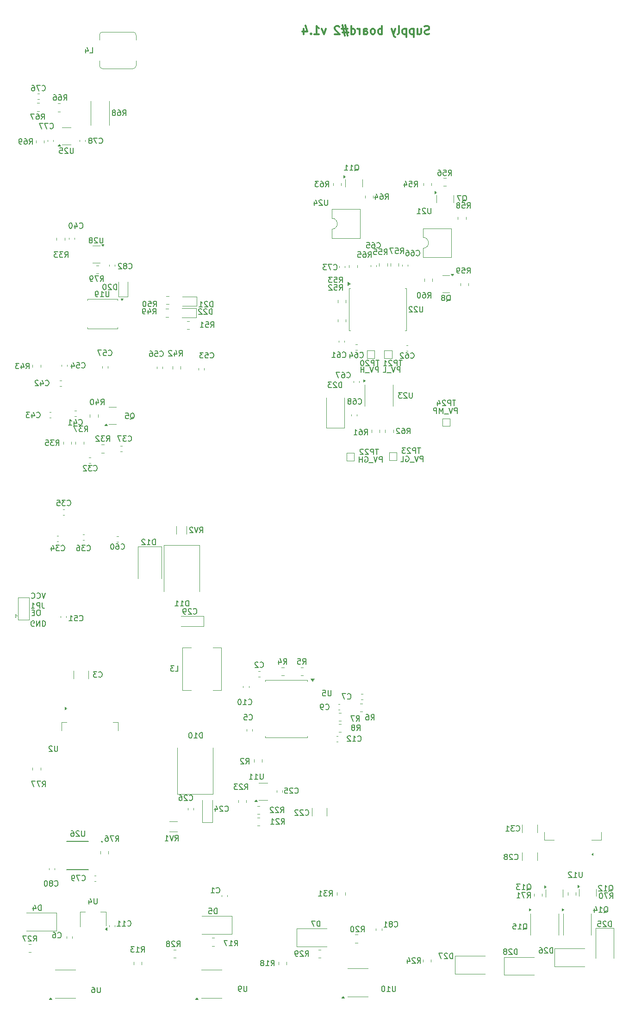
<source format=gbr>
%TF.GenerationSoftware,KiCad,Pcbnew,8.0.1-8.0.1-1~ubuntu22.04.1*%
%TF.CreationDate,2024-04-05T12:52:07+03:00*%
%TF.ProjectId,supply,73757070-6c79-42e6-9b69-6361645f7063,rev?*%
%TF.SameCoordinates,Original*%
%TF.FileFunction,Legend,Bot*%
%TF.FilePolarity,Positive*%
%FSLAX46Y46*%
G04 Gerber Fmt 4.6, Leading zero omitted, Abs format (unit mm)*
G04 Created by KiCad (PCBNEW 8.0.1-8.0.1-1~ubuntu22.04.1) date 2024-04-05 12:52:07*
%MOMM*%
%LPD*%
G01*
G04 APERTURE LIST*
%ADD10C,0.300000*%
%ADD11C,0.150000*%
%ADD12C,0.120000*%
%ADD13C,0.127000*%
%ADD14C,0.200000*%
G04 APERTURE END LIST*
D10*
X162316917Y-58429400D02*
X162102632Y-58500828D01*
X162102632Y-58500828D02*
X161745489Y-58500828D01*
X161745489Y-58500828D02*
X161602632Y-58429400D01*
X161602632Y-58429400D02*
X161531203Y-58357971D01*
X161531203Y-58357971D02*
X161459774Y-58215114D01*
X161459774Y-58215114D02*
X161459774Y-58072257D01*
X161459774Y-58072257D02*
X161531203Y-57929400D01*
X161531203Y-57929400D02*
X161602632Y-57857971D01*
X161602632Y-57857971D02*
X161745489Y-57786542D01*
X161745489Y-57786542D02*
X162031203Y-57715114D01*
X162031203Y-57715114D02*
X162174060Y-57643685D01*
X162174060Y-57643685D02*
X162245489Y-57572257D01*
X162245489Y-57572257D02*
X162316917Y-57429400D01*
X162316917Y-57429400D02*
X162316917Y-57286542D01*
X162316917Y-57286542D02*
X162245489Y-57143685D01*
X162245489Y-57143685D02*
X162174060Y-57072257D01*
X162174060Y-57072257D02*
X162031203Y-57000828D01*
X162031203Y-57000828D02*
X161674060Y-57000828D01*
X161674060Y-57000828D02*
X161459774Y-57072257D01*
X160174061Y-57500828D02*
X160174061Y-58500828D01*
X160816918Y-57500828D02*
X160816918Y-58286542D01*
X160816918Y-58286542D02*
X160745489Y-58429400D01*
X160745489Y-58429400D02*
X160602632Y-58500828D01*
X160602632Y-58500828D02*
X160388346Y-58500828D01*
X160388346Y-58500828D02*
X160245489Y-58429400D01*
X160245489Y-58429400D02*
X160174061Y-58357971D01*
X159459775Y-57500828D02*
X159459775Y-59000828D01*
X159459775Y-57572257D02*
X159316918Y-57500828D01*
X159316918Y-57500828D02*
X159031203Y-57500828D01*
X159031203Y-57500828D02*
X158888346Y-57572257D01*
X158888346Y-57572257D02*
X158816918Y-57643685D01*
X158816918Y-57643685D02*
X158745489Y-57786542D01*
X158745489Y-57786542D02*
X158745489Y-58215114D01*
X158745489Y-58215114D02*
X158816918Y-58357971D01*
X158816918Y-58357971D02*
X158888346Y-58429400D01*
X158888346Y-58429400D02*
X159031203Y-58500828D01*
X159031203Y-58500828D02*
X159316918Y-58500828D01*
X159316918Y-58500828D02*
X159459775Y-58429400D01*
X158102632Y-57500828D02*
X158102632Y-59000828D01*
X158102632Y-57572257D02*
X157959775Y-57500828D01*
X157959775Y-57500828D02*
X157674060Y-57500828D01*
X157674060Y-57500828D02*
X157531203Y-57572257D01*
X157531203Y-57572257D02*
X157459775Y-57643685D01*
X157459775Y-57643685D02*
X157388346Y-57786542D01*
X157388346Y-57786542D02*
X157388346Y-58215114D01*
X157388346Y-58215114D02*
X157459775Y-58357971D01*
X157459775Y-58357971D02*
X157531203Y-58429400D01*
X157531203Y-58429400D02*
X157674060Y-58500828D01*
X157674060Y-58500828D02*
X157959775Y-58500828D01*
X157959775Y-58500828D02*
X158102632Y-58429400D01*
X156531203Y-58500828D02*
X156674060Y-58429400D01*
X156674060Y-58429400D02*
X156745489Y-58286542D01*
X156745489Y-58286542D02*
X156745489Y-57000828D01*
X156102632Y-57500828D02*
X155745489Y-58500828D01*
X155388346Y-57500828D02*
X155745489Y-58500828D01*
X155745489Y-58500828D02*
X155888346Y-58857971D01*
X155888346Y-58857971D02*
X155959775Y-58929400D01*
X155959775Y-58929400D02*
X156102632Y-59000828D01*
X153674061Y-58500828D02*
X153674061Y-57000828D01*
X153674061Y-57572257D02*
X153531204Y-57500828D01*
X153531204Y-57500828D02*
X153245489Y-57500828D01*
X153245489Y-57500828D02*
X153102632Y-57572257D01*
X153102632Y-57572257D02*
X153031204Y-57643685D01*
X153031204Y-57643685D02*
X152959775Y-57786542D01*
X152959775Y-57786542D02*
X152959775Y-58215114D01*
X152959775Y-58215114D02*
X153031204Y-58357971D01*
X153031204Y-58357971D02*
X153102632Y-58429400D01*
X153102632Y-58429400D02*
X153245489Y-58500828D01*
X153245489Y-58500828D02*
X153531204Y-58500828D01*
X153531204Y-58500828D02*
X153674061Y-58429400D01*
X152102632Y-58500828D02*
X152245489Y-58429400D01*
X152245489Y-58429400D02*
X152316918Y-58357971D01*
X152316918Y-58357971D02*
X152388346Y-58215114D01*
X152388346Y-58215114D02*
X152388346Y-57786542D01*
X152388346Y-57786542D02*
X152316918Y-57643685D01*
X152316918Y-57643685D02*
X152245489Y-57572257D01*
X152245489Y-57572257D02*
X152102632Y-57500828D01*
X152102632Y-57500828D02*
X151888346Y-57500828D01*
X151888346Y-57500828D02*
X151745489Y-57572257D01*
X151745489Y-57572257D02*
X151674061Y-57643685D01*
X151674061Y-57643685D02*
X151602632Y-57786542D01*
X151602632Y-57786542D02*
X151602632Y-58215114D01*
X151602632Y-58215114D02*
X151674061Y-58357971D01*
X151674061Y-58357971D02*
X151745489Y-58429400D01*
X151745489Y-58429400D02*
X151888346Y-58500828D01*
X151888346Y-58500828D02*
X152102632Y-58500828D01*
X150316918Y-58500828D02*
X150316918Y-57715114D01*
X150316918Y-57715114D02*
X150388346Y-57572257D01*
X150388346Y-57572257D02*
X150531203Y-57500828D01*
X150531203Y-57500828D02*
X150816918Y-57500828D01*
X150816918Y-57500828D02*
X150959775Y-57572257D01*
X150316918Y-58429400D02*
X150459775Y-58500828D01*
X150459775Y-58500828D02*
X150816918Y-58500828D01*
X150816918Y-58500828D02*
X150959775Y-58429400D01*
X150959775Y-58429400D02*
X151031203Y-58286542D01*
X151031203Y-58286542D02*
X151031203Y-58143685D01*
X151031203Y-58143685D02*
X150959775Y-58000828D01*
X150959775Y-58000828D02*
X150816918Y-57929400D01*
X150816918Y-57929400D02*
X150459775Y-57929400D01*
X150459775Y-57929400D02*
X150316918Y-57857971D01*
X149602632Y-58500828D02*
X149602632Y-57500828D01*
X149602632Y-57786542D02*
X149531203Y-57643685D01*
X149531203Y-57643685D02*
X149459775Y-57572257D01*
X149459775Y-57572257D02*
X149316917Y-57500828D01*
X149316917Y-57500828D02*
X149174060Y-57500828D01*
X148031204Y-58500828D02*
X148031204Y-57000828D01*
X148031204Y-58429400D02*
X148174061Y-58500828D01*
X148174061Y-58500828D02*
X148459775Y-58500828D01*
X148459775Y-58500828D02*
X148602632Y-58429400D01*
X148602632Y-58429400D02*
X148674061Y-58357971D01*
X148674061Y-58357971D02*
X148745489Y-58215114D01*
X148745489Y-58215114D02*
X148745489Y-57786542D01*
X148745489Y-57786542D02*
X148674061Y-57643685D01*
X148674061Y-57643685D02*
X148602632Y-57572257D01*
X148602632Y-57572257D02*
X148459775Y-57500828D01*
X148459775Y-57500828D02*
X148174061Y-57500828D01*
X148174061Y-57500828D02*
X148031204Y-57572257D01*
X147388346Y-57500828D02*
X146316918Y-57500828D01*
X146959775Y-56857971D02*
X147388346Y-58786542D01*
X146459775Y-58143685D02*
X147531203Y-58143685D01*
X146888346Y-58786542D02*
X146459775Y-56857971D01*
X145888346Y-57143685D02*
X145816918Y-57072257D01*
X145816918Y-57072257D02*
X145674061Y-57000828D01*
X145674061Y-57000828D02*
X145316918Y-57000828D01*
X145316918Y-57000828D02*
X145174061Y-57072257D01*
X145174061Y-57072257D02*
X145102632Y-57143685D01*
X145102632Y-57143685D02*
X145031203Y-57286542D01*
X145031203Y-57286542D02*
X145031203Y-57429400D01*
X145031203Y-57429400D02*
X145102632Y-57643685D01*
X145102632Y-57643685D02*
X145959775Y-58500828D01*
X145959775Y-58500828D02*
X145031203Y-58500828D01*
X143388347Y-57500828D02*
X143031204Y-58500828D01*
X143031204Y-58500828D02*
X142674061Y-57500828D01*
X141316918Y-58500828D02*
X142174061Y-58500828D01*
X141745490Y-58500828D02*
X141745490Y-57000828D01*
X141745490Y-57000828D02*
X141888347Y-57215114D01*
X141888347Y-57215114D02*
X142031204Y-57357971D01*
X142031204Y-57357971D02*
X142174061Y-57429400D01*
X140674062Y-58357971D02*
X140602633Y-58429400D01*
X140602633Y-58429400D02*
X140674062Y-58500828D01*
X140674062Y-58500828D02*
X140745490Y-58429400D01*
X140745490Y-58429400D02*
X140674062Y-58357971D01*
X140674062Y-58357971D02*
X140674062Y-58500828D01*
X139316919Y-57500828D02*
X139316919Y-58500828D01*
X139674061Y-56929400D02*
X140031204Y-58000828D01*
X140031204Y-58000828D02*
X139102633Y-58000828D01*
D11*
X149066666Y-185654819D02*
X149399999Y-185178628D01*
X149638094Y-185654819D02*
X149638094Y-184654819D01*
X149638094Y-184654819D02*
X149257142Y-184654819D01*
X149257142Y-184654819D02*
X149161904Y-184702438D01*
X149161904Y-184702438D02*
X149114285Y-184750057D01*
X149114285Y-184750057D02*
X149066666Y-184845295D01*
X149066666Y-184845295D02*
X149066666Y-184988152D01*
X149066666Y-184988152D02*
X149114285Y-185083390D01*
X149114285Y-185083390D02*
X149161904Y-185131009D01*
X149161904Y-185131009D02*
X149257142Y-185178628D01*
X149257142Y-185178628D02*
X149638094Y-185178628D01*
X148495237Y-185083390D02*
X148590475Y-185035771D01*
X148590475Y-185035771D02*
X148638094Y-184988152D01*
X148638094Y-184988152D02*
X148685713Y-184892914D01*
X148685713Y-184892914D02*
X148685713Y-184845295D01*
X148685713Y-184845295D02*
X148638094Y-184750057D01*
X148638094Y-184750057D02*
X148590475Y-184702438D01*
X148590475Y-184702438D02*
X148495237Y-184654819D01*
X148495237Y-184654819D02*
X148304761Y-184654819D01*
X148304761Y-184654819D02*
X148209523Y-184702438D01*
X148209523Y-184702438D02*
X148161904Y-184750057D01*
X148161904Y-184750057D02*
X148114285Y-184845295D01*
X148114285Y-184845295D02*
X148114285Y-184892914D01*
X148114285Y-184892914D02*
X148161904Y-184988152D01*
X148161904Y-184988152D02*
X148209523Y-185035771D01*
X148209523Y-185035771D02*
X148304761Y-185083390D01*
X148304761Y-185083390D02*
X148495237Y-185083390D01*
X148495237Y-185083390D02*
X148590475Y-185131009D01*
X148590475Y-185131009D02*
X148638094Y-185178628D01*
X148638094Y-185178628D02*
X148685713Y-185273866D01*
X148685713Y-185273866D02*
X148685713Y-185464342D01*
X148685713Y-185464342D02*
X148638094Y-185559580D01*
X148638094Y-185559580D02*
X148590475Y-185607200D01*
X148590475Y-185607200D02*
X148495237Y-185654819D01*
X148495237Y-185654819D02*
X148304761Y-185654819D01*
X148304761Y-185654819D02*
X148209523Y-185607200D01*
X148209523Y-185607200D02*
X148161904Y-185559580D01*
X148161904Y-185559580D02*
X148114285Y-185464342D01*
X148114285Y-185464342D02*
X148114285Y-185273866D01*
X148114285Y-185273866D02*
X148161904Y-185178628D01*
X148161904Y-185178628D02*
X148209523Y-185131009D01*
X148209523Y-185131009D02*
X148304761Y-185083390D01*
X98342857Y-165559580D02*
X98390476Y-165607200D01*
X98390476Y-165607200D02*
X98533333Y-165654819D01*
X98533333Y-165654819D02*
X98628571Y-165654819D01*
X98628571Y-165654819D02*
X98771428Y-165607200D01*
X98771428Y-165607200D02*
X98866666Y-165511961D01*
X98866666Y-165511961D02*
X98914285Y-165416723D01*
X98914285Y-165416723D02*
X98961904Y-165226247D01*
X98961904Y-165226247D02*
X98961904Y-165083390D01*
X98961904Y-165083390D02*
X98914285Y-164892914D01*
X98914285Y-164892914D02*
X98866666Y-164797676D01*
X98866666Y-164797676D02*
X98771428Y-164702438D01*
X98771428Y-164702438D02*
X98628571Y-164654819D01*
X98628571Y-164654819D02*
X98533333Y-164654819D01*
X98533333Y-164654819D02*
X98390476Y-164702438D01*
X98390476Y-164702438D02*
X98342857Y-164750057D01*
X97438095Y-164654819D02*
X97914285Y-164654819D01*
X97914285Y-164654819D02*
X97961904Y-165131009D01*
X97961904Y-165131009D02*
X97914285Y-165083390D01*
X97914285Y-165083390D02*
X97819047Y-165035771D01*
X97819047Y-165035771D02*
X97580952Y-165035771D01*
X97580952Y-165035771D02*
X97485714Y-165083390D01*
X97485714Y-165083390D02*
X97438095Y-165131009D01*
X97438095Y-165131009D02*
X97390476Y-165226247D01*
X97390476Y-165226247D02*
X97390476Y-165464342D01*
X97390476Y-165464342D02*
X97438095Y-165559580D01*
X97438095Y-165559580D02*
X97485714Y-165607200D01*
X97485714Y-165607200D02*
X97580952Y-165654819D01*
X97580952Y-165654819D02*
X97819047Y-165654819D01*
X97819047Y-165654819D02*
X97914285Y-165607200D01*
X97914285Y-165607200D02*
X97961904Y-165559580D01*
X96438095Y-165654819D02*
X97009523Y-165654819D01*
X96723809Y-165654819D02*
X96723809Y-164654819D01*
X96723809Y-164654819D02*
X96819047Y-164797676D01*
X96819047Y-164797676D02*
X96914285Y-164892914D01*
X96914285Y-164892914D02*
X97009523Y-164940533D01*
X154242857Y-88654819D02*
X154576190Y-88178628D01*
X154814285Y-88654819D02*
X154814285Y-87654819D01*
X154814285Y-87654819D02*
X154433333Y-87654819D01*
X154433333Y-87654819D02*
X154338095Y-87702438D01*
X154338095Y-87702438D02*
X154290476Y-87750057D01*
X154290476Y-87750057D02*
X154242857Y-87845295D01*
X154242857Y-87845295D02*
X154242857Y-87988152D01*
X154242857Y-87988152D02*
X154290476Y-88083390D01*
X154290476Y-88083390D02*
X154338095Y-88131009D01*
X154338095Y-88131009D02*
X154433333Y-88178628D01*
X154433333Y-88178628D02*
X154814285Y-88178628D01*
X153385714Y-87654819D02*
X153576190Y-87654819D01*
X153576190Y-87654819D02*
X153671428Y-87702438D01*
X153671428Y-87702438D02*
X153719047Y-87750057D01*
X153719047Y-87750057D02*
X153814285Y-87892914D01*
X153814285Y-87892914D02*
X153861904Y-88083390D01*
X153861904Y-88083390D02*
X153861904Y-88464342D01*
X153861904Y-88464342D02*
X153814285Y-88559580D01*
X153814285Y-88559580D02*
X153766666Y-88607200D01*
X153766666Y-88607200D02*
X153671428Y-88654819D01*
X153671428Y-88654819D02*
X153480952Y-88654819D01*
X153480952Y-88654819D02*
X153385714Y-88607200D01*
X153385714Y-88607200D02*
X153338095Y-88559580D01*
X153338095Y-88559580D02*
X153290476Y-88464342D01*
X153290476Y-88464342D02*
X153290476Y-88226247D01*
X153290476Y-88226247D02*
X153338095Y-88131009D01*
X153338095Y-88131009D02*
X153385714Y-88083390D01*
X153385714Y-88083390D02*
X153480952Y-88035771D01*
X153480952Y-88035771D02*
X153671428Y-88035771D01*
X153671428Y-88035771D02*
X153766666Y-88083390D01*
X153766666Y-88083390D02*
X153814285Y-88131009D01*
X153814285Y-88131009D02*
X153861904Y-88226247D01*
X152433333Y-87988152D02*
X152433333Y-88654819D01*
X152671428Y-87607200D02*
X152909523Y-88321485D01*
X152909523Y-88321485D02*
X152290476Y-88321485D01*
X96105357Y-144509580D02*
X96152976Y-144557200D01*
X96152976Y-144557200D02*
X96295833Y-144604819D01*
X96295833Y-144604819D02*
X96391071Y-144604819D01*
X96391071Y-144604819D02*
X96533928Y-144557200D01*
X96533928Y-144557200D02*
X96629166Y-144461961D01*
X96629166Y-144461961D02*
X96676785Y-144366723D01*
X96676785Y-144366723D02*
X96724404Y-144176247D01*
X96724404Y-144176247D02*
X96724404Y-144033390D01*
X96724404Y-144033390D02*
X96676785Y-143842914D01*
X96676785Y-143842914D02*
X96629166Y-143747676D01*
X96629166Y-143747676D02*
X96533928Y-143652438D01*
X96533928Y-143652438D02*
X96391071Y-143604819D01*
X96391071Y-143604819D02*
X96295833Y-143604819D01*
X96295833Y-143604819D02*
X96152976Y-143652438D01*
X96152976Y-143652438D02*
X96105357Y-143700057D01*
X95772023Y-143604819D02*
X95152976Y-143604819D01*
X95152976Y-143604819D02*
X95486309Y-143985771D01*
X95486309Y-143985771D02*
X95343452Y-143985771D01*
X95343452Y-143985771D02*
X95248214Y-144033390D01*
X95248214Y-144033390D02*
X95200595Y-144081009D01*
X95200595Y-144081009D02*
X95152976Y-144176247D01*
X95152976Y-144176247D02*
X95152976Y-144414342D01*
X95152976Y-144414342D02*
X95200595Y-144509580D01*
X95200595Y-144509580D02*
X95248214Y-144557200D01*
X95248214Y-144557200D02*
X95343452Y-144604819D01*
X95343452Y-144604819D02*
X95629166Y-144604819D01*
X95629166Y-144604819D02*
X95724404Y-144557200D01*
X95724404Y-144557200D02*
X95772023Y-144509580D01*
X94248214Y-143604819D02*
X94724404Y-143604819D01*
X94724404Y-143604819D02*
X94772023Y-144081009D01*
X94772023Y-144081009D02*
X94724404Y-144033390D01*
X94724404Y-144033390D02*
X94629166Y-143985771D01*
X94629166Y-143985771D02*
X94391071Y-143985771D01*
X94391071Y-143985771D02*
X94295833Y-144033390D01*
X94295833Y-144033390D02*
X94248214Y-144081009D01*
X94248214Y-144081009D02*
X94200595Y-144176247D01*
X94200595Y-144176247D02*
X94200595Y-144414342D01*
X94200595Y-144414342D02*
X94248214Y-144509580D01*
X94248214Y-144509580D02*
X94295833Y-144557200D01*
X94295833Y-144557200D02*
X94391071Y-144604819D01*
X94391071Y-144604819D02*
X94629166Y-144604819D01*
X94629166Y-144604819D02*
X94724404Y-144557200D01*
X94724404Y-144557200D02*
X94772023Y-144509580D01*
X154042857Y-98754819D02*
X154376190Y-98278628D01*
X154614285Y-98754819D02*
X154614285Y-97754819D01*
X154614285Y-97754819D02*
X154233333Y-97754819D01*
X154233333Y-97754819D02*
X154138095Y-97802438D01*
X154138095Y-97802438D02*
X154090476Y-97850057D01*
X154090476Y-97850057D02*
X154042857Y-97945295D01*
X154042857Y-97945295D02*
X154042857Y-98088152D01*
X154042857Y-98088152D02*
X154090476Y-98183390D01*
X154090476Y-98183390D02*
X154138095Y-98231009D01*
X154138095Y-98231009D02*
X154233333Y-98278628D01*
X154233333Y-98278628D02*
X154614285Y-98278628D01*
X153138095Y-97754819D02*
X153614285Y-97754819D01*
X153614285Y-97754819D02*
X153661904Y-98231009D01*
X153661904Y-98231009D02*
X153614285Y-98183390D01*
X153614285Y-98183390D02*
X153519047Y-98135771D01*
X153519047Y-98135771D02*
X153280952Y-98135771D01*
X153280952Y-98135771D02*
X153185714Y-98183390D01*
X153185714Y-98183390D02*
X153138095Y-98231009D01*
X153138095Y-98231009D02*
X153090476Y-98326247D01*
X153090476Y-98326247D02*
X153090476Y-98564342D01*
X153090476Y-98564342D02*
X153138095Y-98659580D01*
X153138095Y-98659580D02*
X153185714Y-98707200D01*
X153185714Y-98707200D02*
X153280952Y-98754819D01*
X153280952Y-98754819D02*
X153519047Y-98754819D01*
X153519047Y-98754819D02*
X153614285Y-98707200D01*
X153614285Y-98707200D02*
X153661904Y-98659580D01*
X152185714Y-97754819D02*
X152661904Y-97754819D01*
X152661904Y-97754819D02*
X152709523Y-98231009D01*
X152709523Y-98231009D02*
X152661904Y-98183390D01*
X152661904Y-98183390D02*
X152566666Y-98135771D01*
X152566666Y-98135771D02*
X152328571Y-98135771D01*
X152328571Y-98135771D02*
X152233333Y-98183390D01*
X152233333Y-98183390D02*
X152185714Y-98231009D01*
X152185714Y-98231009D02*
X152138095Y-98326247D01*
X152138095Y-98326247D02*
X152138095Y-98564342D01*
X152138095Y-98564342D02*
X152185714Y-98659580D01*
X152185714Y-98659580D02*
X152233333Y-98707200D01*
X152233333Y-98707200D02*
X152328571Y-98754819D01*
X152328571Y-98754819D02*
X152566666Y-98754819D01*
X152566666Y-98754819D02*
X152661904Y-98707200D01*
X152661904Y-98707200D02*
X152709523Y-98659580D01*
X148966666Y-183954819D02*
X149299999Y-183478628D01*
X149538094Y-183954819D02*
X149538094Y-182954819D01*
X149538094Y-182954819D02*
X149157142Y-182954819D01*
X149157142Y-182954819D02*
X149061904Y-183002438D01*
X149061904Y-183002438D02*
X149014285Y-183050057D01*
X149014285Y-183050057D02*
X148966666Y-183145295D01*
X148966666Y-183145295D02*
X148966666Y-183288152D01*
X148966666Y-183288152D02*
X149014285Y-183383390D01*
X149014285Y-183383390D02*
X149061904Y-183431009D01*
X149061904Y-183431009D02*
X149157142Y-183478628D01*
X149157142Y-183478628D02*
X149538094Y-183478628D01*
X148633332Y-182954819D02*
X147966666Y-182954819D01*
X147966666Y-182954819D02*
X148395237Y-183954819D01*
X143366666Y-181759580D02*
X143414285Y-181807200D01*
X143414285Y-181807200D02*
X143557142Y-181854819D01*
X143557142Y-181854819D02*
X143652380Y-181854819D01*
X143652380Y-181854819D02*
X143795237Y-181807200D01*
X143795237Y-181807200D02*
X143890475Y-181711961D01*
X143890475Y-181711961D02*
X143938094Y-181616723D01*
X143938094Y-181616723D02*
X143985713Y-181426247D01*
X143985713Y-181426247D02*
X143985713Y-181283390D01*
X143985713Y-181283390D02*
X143938094Y-181092914D01*
X143938094Y-181092914D02*
X143890475Y-180997676D01*
X143890475Y-180997676D02*
X143795237Y-180902438D01*
X143795237Y-180902438D02*
X143652380Y-180854819D01*
X143652380Y-180854819D02*
X143557142Y-180854819D01*
X143557142Y-180854819D02*
X143414285Y-180902438D01*
X143414285Y-180902438D02*
X143366666Y-180950057D01*
X142890475Y-181854819D02*
X142699999Y-181854819D01*
X142699999Y-181854819D02*
X142604761Y-181807200D01*
X142604761Y-181807200D02*
X142557142Y-181759580D01*
X142557142Y-181759580D02*
X142461904Y-181616723D01*
X142461904Y-181616723D02*
X142414285Y-181426247D01*
X142414285Y-181426247D02*
X142414285Y-181045295D01*
X142414285Y-181045295D02*
X142461904Y-180950057D01*
X142461904Y-180950057D02*
X142509523Y-180902438D01*
X142509523Y-180902438D02*
X142604761Y-180854819D01*
X142604761Y-180854819D02*
X142795237Y-180854819D01*
X142795237Y-180854819D02*
X142890475Y-180902438D01*
X142890475Y-180902438D02*
X142938094Y-180950057D01*
X142938094Y-180950057D02*
X142985713Y-181045295D01*
X142985713Y-181045295D02*
X142985713Y-181283390D01*
X142985713Y-181283390D02*
X142938094Y-181378628D01*
X142938094Y-181378628D02*
X142890475Y-181426247D01*
X142890475Y-181426247D02*
X142795237Y-181473866D01*
X142795237Y-181473866D02*
X142604761Y-181473866D01*
X142604761Y-181473866D02*
X142509523Y-181426247D01*
X142509523Y-181426247D02*
X142461904Y-181378628D01*
X142461904Y-181378628D02*
X142414285Y-181283390D01*
X166614285Y-227354819D02*
X166614285Y-226354819D01*
X166614285Y-226354819D02*
X166376190Y-226354819D01*
X166376190Y-226354819D02*
X166233333Y-226402438D01*
X166233333Y-226402438D02*
X166138095Y-226497676D01*
X166138095Y-226497676D02*
X166090476Y-226592914D01*
X166090476Y-226592914D02*
X166042857Y-226783390D01*
X166042857Y-226783390D02*
X166042857Y-226926247D01*
X166042857Y-226926247D02*
X166090476Y-227116723D01*
X166090476Y-227116723D02*
X166138095Y-227211961D01*
X166138095Y-227211961D02*
X166233333Y-227307200D01*
X166233333Y-227307200D02*
X166376190Y-227354819D01*
X166376190Y-227354819D02*
X166614285Y-227354819D01*
X165661904Y-226450057D02*
X165614285Y-226402438D01*
X165614285Y-226402438D02*
X165519047Y-226354819D01*
X165519047Y-226354819D02*
X165280952Y-226354819D01*
X165280952Y-226354819D02*
X165185714Y-226402438D01*
X165185714Y-226402438D02*
X165138095Y-226450057D01*
X165138095Y-226450057D02*
X165090476Y-226545295D01*
X165090476Y-226545295D02*
X165090476Y-226640533D01*
X165090476Y-226640533D02*
X165138095Y-226783390D01*
X165138095Y-226783390D02*
X165709523Y-227354819D01*
X165709523Y-227354819D02*
X165090476Y-227354819D01*
X164757142Y-226354819D02*
X164090476Y-226354819D01*
X164090476Y-226354819D02*
X164519047Y-227354819D01*
X100942857Y-138159580D02*
X100990476Y-138207200D01*
X100990476Y-138207200D02*
X101133333Y-138254819D01*
X101133333Y-138254819D02*
X101228571Y-138254819D01*
X101228571Y-138254819D02*
X101371428Y-138207200D01*
X101371428Y-138207200D02*
X101466666Y-138111961D01*
X101466666Y-138111961D02*
X101514285Y-138016723D01*
X101514285Y-138016723D02*
X101561904Y-137826247D01*
X101561904Y-137826247D02*
X101561904Y-137683390D01*
X101561904Y-137683390D02*
X101514285Y-137492914D01*
X101514285Y-137492914D02*
X101466666Y-137397676D01*
X101466666Y-137397676D02*
X101371428Y-137302438D01*
X101371428Y-137302438D02*
X101228571Y-137254819D01*
X101228571Y-137254819D02*
X101133333Y-137254819D01*
X101133333Y-137254819D02*
X100990476Y-137302438D01*
X100990476Y-137302438D02*
X100942857Y-137350057D01*
X100609523Y-137254819D02*
X99990476Y-137254819D01*
X99990476Y-137254819D02*
X100323809Y-137635771D01*
X100323809Y-137635771D02*
X100180952Y-137635771D01*
X100180952Y-137635771D02*
X100085714Y-137683390D01*
X100085714Y-137683390D02*
X100038095Y-137731009D01*
X100038095Y-137731009D02*
X99990476Y-137826247D01*
X99990476Y-137826247D02*
X99990476Y-138064342D01*
X99990476Y-138064342D02*
X100038095Y-138159580D01*
X100038095Y-138159580D02*
X100085714Y-138207200D01*
X100085714Y-138207200D02*
X100180952Y-138254819D01*
X100180952Y-138254819D02*
X100466666Y-138254819D01*
X100466666Y-138254819D02*
X100561904Y-138207200D01*
X100561904Y-138207200D02*
X100609523Y-138159580D01*
X99609523Y-137350057D02*
X99561904Y-137302438D01*
X99561904Y-137302438D02*
X99466666Y-137254819D01*
X99466666Y-137254819D02*
X99228571Y-137254819D01*
X99228571Y-137254819D02*
X99133333Y-137302438D01*
X99133333Y-137302438D02*
X99085714Y-137350057D01*
X99085714Y-137350057D02*
X99038095Y-137445295D01*
X99038095Y-137445295D02*
X99038095Y-137540533D01*
X99038095Y-137540533D02*
X99085714Y-137683390D01*
X99085714Y-137683390D02*
X99657142Y-138254819D01*
X99657142Y-138254819D02*
X99038095Y-138254819D01*
X178414285Y-226554819D02*
X178414285Y-225554819D01*
X178414285Y-225554819D02*
X178176190Y-225554819D01*
X178176190Y-225554819D02*
X178033333Y-225602438D01*
X178033333Y-225602438D02*
X177938095Y-225697676D01*
X177938095Y-225697676D02*
X177890476Y-225792914D01*
X177890476Y-225792914D02*
X177842857Y-225983390D01*
X177842857Y-225983390D02*
X177842857Y-226126247D01*
X177842857Y-226126247D02*
X177890476Y-226316723D01*
X177890476Y-226316723D02*
X177938095Y-226411961D01*
X177938095Y-226411961D02*
X178033333Y-226507200D01*
X178033333Y-226507200D02*
X178176190Y-226554819D01*
X178176190Y-226554819D02*
X178414285Y-226554819D01*
X177461904Y-225650057D02*
X177414285Y-225602438D01*
X177414285Y-225602438D02*
X177319047Y-225554819D01*
X177319047Y-225554819D02*
X177080952Y-225554819D01*
X177080952Y-225554819D02*
X176985714Y-225602438D01*
X176985714Y-225602438D02*
X176938095Y-225650057D01*
X176938095Y-225650057D02*
X176890476Y-225745295D01*
X176890476Y-225745295D02*
X176890476Y-225840533D01*
X176890476Y-225840533D02*
X176938095Y-225983390D01*
X176938095Y-225983390D02*
X177509523Y-226554819D01*
X177509523Y-226554819D02*
X176890476Y-226554819D01*
X176319047Y-225983390D02*
X176414285Y-225935771D01*
X176414285Y-225935771D02*
X176461904Y-225888152D01*
X176461904Y-225888152D02*
X176509523Y-225792914D01*
X176509523Y-225792914D02*
X176509523Y-225745295D01*
X176509523Y-225745295D02*
X176461904Y-225650057D01*
X176461904Y-225650057D02*
X176414285Y-225602438D01*
X176414285Y-225602438D02*
X176319047Y-225554819D01*
X176319047Y-225554819D02*
X176128571Y-225554819D01*
X176128571Y-225554819D02*
X176033333Y-225602438D01*
X176033333Y-225602438D02*
X175985714Y-225650057D01*
X175985714Y-225650057D02*
X175938095Y-225745295D01*
X175938095Y-225745295D02*
X175938095Y-225792914D01*
X175938095Y-225792914D02*
X175985714Y-225888152D01*
X175985714Y-225888152D02*
X176033333Y-225935771D01*
X176033333Y-225935771D02*
X176128571Y-225983390D01*
X176128571Y-225983390D02*
X176319047Y-225983390D01*
X176319047Y-225983390D02*
X176414285Y-226031009D01*
X176414285Y-226031009D02*
X176461904Y-226078628D01*
X176461904Y-226078628D02*
X176509523Y-226173866D01*
X176509523Y-226173866D02*
X176509523Y-226364342D01*
X176509523Y-226364342D02*
X176461904Y-226459580D01*
X176461904Y-226459580D02*
X176414285Y-226507200D01*
X176414285Y-226507200D02*
X176319047Y-226554819D01*
X176319047Y-226554819D02*
X176128571Y-226554819D01*
X176128571Y-226554819D02*
X176033333Y-226507200D01*
X176033333Y-226507200D02*
X175985714Y-226459580D01*
X175985714Y-226459580D02*
X175938095Y-226364342D01*
X175938095Y-226364342D02*
X175938095Y-226173866D01*
X175938095Y-226173866D02*
X175985714Y-226078628D01*
X175985714Y-226078628D02*
X176033333Y-226031009D01*
X176033333Y-226031009D02*
X176128571Y-225983390D01*
X160738094Y-134056819D02*
X160166666Y-134056819D01*
X160452380Y-135056819D02*
X160452380Y-134056819D01*
X159833332Y-135056819D02*
X159833332Y-134056819D01*
X159833332Y-134056819D02*
X159452380Y-134056819D01*
X159452380Y-134056819D02*
X159357142Y-134104438D01*
X159357142Y-134104438D02*
X159309523Y-134152057D01*
X159309523Y-134152057D02*
X159261904Y-134247295D01*
X159261904Y-134247295D02*
X159261904Y-134390152D01*
X159261904Y-134390152D02*
X159309523Y-134485390D01*
X159309523Y-134485390D02*
X159357142Y-134533009D01*
X159357142Y-134533009D02*
X159452380Y-134580628D01*
X159452380Y-134580628D02*
X159833332Y-134580628D01*
X158880951Y-134152057D02*
X158833332Y-134104438D01*
X158833332Y-134104438D02*
X158738094Y-134056819D01*
X158738094Y-134056819D02*
X158499999Y-134056819D01*
X158499999Y-134056819D02*
X158404761Y-134104438D01*
X158404761Y-134104438D02*
X158357142Y-134152057D01*
X158357142Y-134152057D02*
X158309523Y-134247295D01*
X158309523Y-134247295D02*
X158309523Y-134342533D01*
X158309523Y-134342533D02*
X158357142Y-134485390D01*
X158357142Y-134485390D02*
X158928570Y-135056819D01*
X158928570Y-135056819D02*
X158309523Y-135056819D01*
X157976189Y-134056819D02*
X157357142Y-134056819D01*
X157357142Y-134056819D02*
X157690475Y-134437771D01*
X157690475Y-134437771D02*
X157547618Y-134437771D01*
X157547618Y-134437771D02*
X157452380Y-134485390D01*
X157452380Y-134485390D02*
X157404761Y-134533009D01*
X157404761Y-134533009D02*
X157357142Y-134628247D01*
X157357142Y-134628247D02*
X157357142Y-134866342D01*
X157357142Y-134866342D02*
X157404761Y-134961580D01*
X157404761Y-134961580D02*
X157452380Y-135009200D01*
X157452380Y-135009200D02*
X157547618Y-135056819D01*
X157547618Y-135056819D02*
X157833332Y-135056819D01*
X157833332Y-135056819D02*
X157928570Y-135009200D01*
X157928570Y-135009200D02*
X157976189Y-134961580D01*
X161176190Y-136554819D02*
X161176190Y-135554819D01*
X161176190Y-135554819D02*
X160795238Y-135554819D01*
X160795238Y-135554819D02*
X160700000Y-135602438D01*
X160700000Y-135602438D02*
X160652381Y-135650057D01*
X160652381Y-135650057D02*
X160604762Y-135745295D01*
X160604762Y-135745295D02*
X160604762Y-135888152D01*
X160604762Y-135888152D02*
X160652381Y-135983390D01*
X160652381Y-135983390D02*
X160700000Y-136031009D01*
X160700000Y-136031009D02*
X160795238Y-136078628D01*
X160795238Y-136078628D02*
X161176190Y-136078628D01*
X160319047Y-135554819D02*
X159985714Y-136554819D01*
X159985714Y-136554819D02*
X159652381Y-135554819D01*
X159557143Y-136650057D02*
X158795238Y-136650057D01*
X158033333Y-135602438D02*
X158128571Y-135554819D01*
X158128571Y-135554819D02*
X158271428Y-135554819D01*
X158271428Y-135554819D02*
X158414285Y-135602438D01*
X158414285Y-135602438D02*
X158509523Y-135697676D01*
X158509523Y-135697676D02*
X158557142Y-135792914D01*
X158557142Y-135792914D02*
X158604761Y-135983390D01*
X158604761Y-135983390D02*
X158604761Y-136126247D01*
X158604761Y-136126247D02*
X158557142Y-136316723D01*
X158557142Y-136316723D02*
X158509523Y-136411961D01*
X158509523Y-136411961D02*
X158414285Y-136507200D01*
X158414285Y-136507200D02*
X158271428Y-136554819D01*
X158271428Y-136554819D02*
X158176190Y-136554819D01*
X158176190Y-136554819D02*
X158033333Y-136507200D01*
X158033333Y-136507200D02*
X157985714Y-136459580D01*
X157985714Y-136459580D02*
X157985714Y-136126247D01*
X157985714Y-136126247D02*
X158176190Y-136126247D01*
X157080952Y-136554819D02*
X157557142Y-136554819D01*
X157557142Y-136554819D02*
X157557142Y-135554819D01*
X180242857Y-216254819D02*
X180576190Y-215778628D01*
X180814285Y-216254819D02*
X180814285Y-215254819D01*
X180814285Y-215254819D02*
X180433333Y-215254819D01*
X180433333Y-215254819D02*
X180338095Y-215302438D01*
X180338095Y-215302438D02*
X180290476Y-215350057D01*
X180290476Y-215350057D02*
X180242857Y-215445295D01*
X180242857Y-215445295D02*
X180242857Y-215588152D01*
X180242857Y-215588152D02*
X180290476Y-215683390D01*
X180290476Y-215683390D02*
X180338095Y-215731009D01*
X180338095Y-215731009D02*
X180433333Y-215778628D01*
X180433333Y-215778628D02*
X180814285Y-215778628D01*
X179909523Y-215254819D02*
X179242857Y-215254819D01*
X179242857Y-215254819D02*
X179671428Y-216254819D01*
X178338095Y-216254819D02*
X178909523Y-216254819D01*
X178623809Y-216254819D02*
X178623809Y-215254819D01*
X178623809Y-215254819D02*
X178719047Y-215397676D01*
X178719047Y-215397676D02*
X178814285Y-215492914D01*
X178814285Y-215492914D02*
X178909523Y-215540533D01*
X151666666Y-183754819D02*
X151999999Y-183278628D01*
X152238094Y-183754819D02*
X152238094Y-182754819D01*
X152238094Y-182754819D02*
X151857142Y-182754819D01*
X151857142Y-182754819D02*
X151761904Y-182802438D01*
X151761904Y-182802438D02*
X151714285Y-182850057D01*
X151714285Y-182850057D02*
X151666666Y-182945295D01*
X151666666Y-182945295D02*
X151666666Y-183088152D01*
X151666666Y-183088152D02*
X151714285Y-183183390D01*
X151714285Y-183183390D02*
X151761904Y-183231009D01*
X151761904Y-183231009D02*
X151857142Y-183278628D01*
X151857142Y-183278628D02*
X152238094Y-183278628D01*
X150809523Y-182754819D02*
X150999999Y-182754819D01*
X150999999Y-182754819D02*
X151095237Y-182802438D01*
X151095237Y-182802438D02*
X151142856Y-182850057D01*
X151142856Y-182850057D02*
X151238094Y-182992914D01*
X151238094Y-182992914D02*
X151285713Y-183183390D01*
X151285713Y-183183390D02*
X151285713Y-183564342D01*
X151285713Y-183564342D02*
X151238094Y-183659580D01*
X151238094Y-183659580D02*
X151190475Y-183707200D01*
X151190475Y-183707200D02*
X151095237Y-183754819D01*
X151095237Y-183754819D02*
X150904761Y-183754819D01*
X150904761Y-183754819D02*
X150809523Y-183707200D01*
X150809523Y-183707200D02*
X150761904Y-183659580D01*
X150761904Y-183659580D02*
X150714285Y-183564342D01*
X150714285Y-183564342D02*
X150714285Y-183326247D01*
X150714285Y-183326247D02*
X150761904Y-183231009D01*
X150761904Y-183231009D02*
X150809523Y-183183390D01*
X150809523Y-183183390D02*
X150904761Y-183135771D01*
X150904761Y-183135771D02*
X151095237Y-183135771D01*
X151095237Y-183135771D02*
X151190475Y-183183390D01*
X151190475Y-183183390D02*
X151238094Y-183231009D01*
X151238094Y-183231009D02*
X151285713Y-183326247D01*
X158242857Y-131454819D02*
X158576190Y-130978628D01*
X158814285Y-131454819D02*
X158814285Y-130454819D01*
X158814285Y-130454819D02*
X158433333Y-130454819D01*
X158433333Y-130454819D02*
X158338095Y-130502438D01*
X158338095Y-130502438D02*
X158290476Y-130550057D01*
X158290476Y-130550057D02*
X158242857Y-130645295D01*
X158242857Y-130645295D02*
X158242857Y-130788152D01*
X158242857Y-130788152D02*
X158290476Y-130883390D01*
X158290476Y-130883390D02*
X158338095Y-130931009D01*
X158338095Y-130931009D02*
X158433333Y-130978628D01*
X158433333Y-130978628D02*
X158814285Y-130978628D01*
X157385714Y-130454819D02*
X157576190Y-130454819D01*
X157576190Y-130454819D02*
X157671428Y-130502438D01*
X157671428Y-130502438D02*
X157719047Y-130550057D01*
X157719047Y-130550057D02*
X157814285Y-130692914D01*
X157814285Y-130692914D02*
X157861904Y-130883390D01*
X157861904Y-130883390D02*
X157861904Y-131264342D01*
X157861904Y-131264342D02*
X157814285Y-131359580D01*
X157814285Y-131359580D02*
X157766666Y-131407200D01*
X157766666Y-131407200D02*
X157671428Y-131454819D01*
X157671428Y-131454819D02*
X157480952Y-131454819D01*
X157480952Y-131454819D02*
X157385714Y-131407200D01*
X157385714Y-131407200D02*
X157338095Y-131359580D01*
X157338095Y-131359580D02*
X157290476Y-131264342D01*
X157290476Y-131264342D02*
X157290476Y-131026247D01*
X157290476Y-131026247D02*
X157338095Y-130931009D01*
X157338095Y-130931009D02*
X157385714Y-130883390D01*
X157385714Y-130883390D02*
X157480952Y-130835771D01*
X157480952Y-130835771D02*
X157671428Y-130835771D01*
X157671428Y-130835771D02*
X157766666Y-130883390D01*
X157766666Y-130883390D02*
X157814285Y-130931009D01*
X157814285Y-130931009D02*
X157861904Y-131026247D01*
X156909523Y-130550057D02*
X156861904Y-130502438D01*
X156861904Y-130502438D02*
X156766666Y-130454819D01*
X156766666Y-130454819D02*
X156528571Y-130454819D01*
X156528571Y-130454819D02*
X156433333Y-130502438D01*
X156433333Y-130502438D02*
X156385714Y-130550057D01*
X156385714Y-130550057D02*
X156338095Y-130645295D01*
X156338095Y-130645295D02*
X156338095Y-130740533D01*
X156338095Y-130740533D02*
X156385714Y-130883390D01*
X156385714Y-130883390D02*
X156957142Y-131454819D01*
X156957142Y-131454819D02*
X156338095Y-131454819D01*
X153138094Y-118056819D02*
X152566666Y-118056819D01*
X152852380Y-119056819D02*
X152852380Y-118056819D01*
X152233332Y-119056819D02*
X152233332Y-118056819D01*
X152233332Y-118056819D02*
X151852380Y-118056819D01*
X151852380Y-118056819D02*
X151757142Y-118104438D01*
X151757142Y-118104438D02*
X151709523Y-118152057D01*
X151709523Y-118152057D02*
X151661904Y-118247295D01*
X151661904Y-118247295D02*
X151661904Y-118390152D01*
X151661904Y-118390152D02*
X151709523Y-118485390D01*
X151709523Y-118485390D02*
X151757142Y-118533009D01*
X151757142Y-118533009D02*
X151852380Y-118580628D01*
X151852380Y-118580628D02*
X152233332Y-118580628D01*
X151280951Y-118152057D02*
X151233332Y-118104438D01*
X151233332Y-118104438D02*
X151138094Y-118056819D01*
X151138094Y-118056819D02*
X150899999Y-118056819D01*
X150899999Y-118056819D02*
X150804761Y-118104438D01*
X150804761Y-118104438D02*
X150757142Y-118152057D01*
X150757142Y-118152057D02*
X150709523Y-118247295D01*
X150709523Y-118247295D02*
X150709523Y-118342533D01*
X150709523Y-118342533D02*
X150757142Y-118485390D01*
X150757142Y-118485390D02*
X151328570Y-119056819D01*
X151328570Y-119056819D02*
X150709523Y-119056819D01*
X150090475Y-118056819D02*
X149995237Y-118056819D01*
X149995237Y-118056819D02*
X149899999Y-118104438D01*
X149899999Y-118104438D02*
X149852380Y-118152057D01*
X149852380Y-118152057D02*
X149804761Y-118247295D01*
X149804761Y-118247295D02*
X149757142Y-118437771D01*
X149757142Y-118437771D02*
X149757142Y-118675866D01*
X149757142Y-118675866D02*
X149804761Y-118866342D01*
X149804761Y-118866342D02*
X149852380Y-118961580D01*
X149852380Y-118961580D02*
X149899999Y-119009200D01*
X149899999Y-119009200D02*
X149995237Y-119056819D01*
X149995237Y-119056819D02*
X150090475Y-119056819D01*
X150090475Y-119056819D02*
X150185713Y-119009200D01*
X150185713Y-119009200D02*
X150233332Y-118961580D01*
X150233332Y-118961580D02*
X150280951Y-118866342D01*
X150280951Y-118866342D02*
X150328570Y-118675866D01*
X150328570Y-118675866D02*
X150328570Y-118437771D01*
X150328570Y-118437771D02*
X150280951Y-118247295D01*
X150280951Y-118247295D02*
X150233332Y-118152057D01*
X150233332Y-118152057D02*
X150185713Y-118104438D01*
X150185713Y-118104438D02*
X150090475Y-118056819D01*
X152995237Y-120254819D02*
X152995237Y-119254819D01*
X152995237Y-119254819D02*
X152614285Y-119254819D01*
X152614285Y-119254819D02*
X152519047Y-119302438D01*
X152519047Y-119302438D02*
X152471428Y-119350057D01*
X152471428Y-119350057D02*
X152423809Y-119445295D01*
X152423809Y-119445295D02*
X152423809Y-119588152D01*
X152423809Y-119588152D02*
X152471428Y-119683390D01*
X152471428Y-119683390D02*
X152519047Y-119731009D01*
X152519047Y-119731009D02*
X152614285Y-119778628D01*
X152614285Y-119778628D02*
X152995237Y-119778628D01*
X152138094Y-119254819D02*
X151804761Y-120254819D01*
X151804761Y-120254819D02*
X151471428Y-119254819D01*
X151376190Y-120350057D02*
X150614285Y-120350057D01*
X150376189Y-120254819D02*
X150376189Y-119254819D01*
X150376189Y-119731009D02*
X149804761Y-119731009D01*
X149804761Y-120254819D02*
X149804761Y-119254819D01*
X118442857Y-198359580D02*
X118490476Y-198407200D01*
X118490476Y-198407200D02*
X118633333Y-198454819D01*
X118633333Y-198454819D02*
X118728571Y-198454819D01*
X118728571Y-198454819D02*
X118871428Y-198407200D01*
X118871428Y-198407200D02*
X118966666Y-198311961D01*
X118966666Y-198311961D02*
X119014285Y-198216723D01*
X119014285Y-198216723D02*
X119061904Y-198026247D01*
X119061904Y-198026247D02*
X119061904Y-197883390D01*
X119061904Y-197883390D02*
X119014285Y-197692914D01*
X119014285Y-197692914D02*
X118966666Y-197597676D01*
X118966666Y-197597676D02*
X118871428Y-197502438D01*
X118871428Y-197502438D02*
X118728571Y-197454819D01*
X118728571Y-197454819D02*
X118633333Y-197454819D01*
X118633333Y-197454819D02*
X118490476Y-197502438D01*
X118490476Y-197502438D02*
X118442857Y-197550057D01*
X118061904Y-197550057D02*
X118014285Y-197502438D01*
X118014285Y-197502438D02*
X117919047Y-197454819D01*
X117919047Y-197454819D02*
X117680952Y-197454819D01*
X117680952Y-197454819D02*
X117585714Y-197502438D01*
X117585714Y-197502438D02*
X117538095Y-197550057D01*
X117538095Y-197550057D02*
X117490476Y-197645295D01*
X117490476Y-197645295D02*
X117490476Y-197740533D01*
X117490476Y-197740533D02*
X117538095Y-197883390D01*
X117538095Y-197883390D02*
X118109523Y-198454819D01*
X118109523Y-198454819D02*
X117490476Y-198454819D01*
X116633333Y-197454819D02*
X116823809Y-197454819D01*
X116823809Y-197454819D02*
X116919047Y-197502438D01*
X116919047Y-197502438D02*
X116966666Y-197550057D01*
X116966666Y-197550057D02*
X117061904Y-197692914D01*
X117061904Y-197692914D02*
X117109523Y-197883390D01*
X117109523Y-197883390D02*
X117109523Y-198264342D01*
X117109523Y-198264342D02*
X117061904Y-198359580D01*
X117061904Y-198359580D02*
X117014285Y-198407200D01*
X117014285Y-198407200D02*
X116919047Y-198454819D01*
X116919047Y-198454819D02*
X116728571Y-198454819D01*
X116728571Y-198454819D02*
X116633333Y-198407200D01*
X116633333Y-198407200D02*
X116585714Y-198359580D01*
X116585714Y-198359580D02*
X116538095Y-198264342D01*
X116538095Y-198264342D02*
X116538095Y-198026247D01*
X116538095Y-198026247D02*
X116585714Y-197931009D01*
X116585714Y-197931009D02*
X116633333Y-197883390D01*
X116633333Y-197883390D02*
X116728571Y-197835771D01*
X116728571Y-197835771D02*
X116919047Y-197835771D01*
X116919047Y-197835771D02*
X117014285Y-197883390D01*
X117014285Y-197883390D02*
X117061904Y-197931009D01*
X117061904Y-197931009D02*
X117109523Y-198026247D01*
X95005357Y-152759580D02*
X95052976Y-152807200D01*
X95052976Y-152807200D02*
X95195833Y-152854819D01*
X95195833Y-152854819D02*
X95291071Y-152854819D01*
X95291071Y-152854819D02*
X95433928Y-152807200D01*
X95433928Y-152807200D02*
X95529166Y-152711961D01*
X95529166Y-152711961D02*
X95576785Y-152616723D01*
X95576785Y-152616723D02*
X95624404Y-152426247D01*
X95624404Y-152426247D02*
X95624404Y-152283390D01*
X95624404Y-152283390D02*
X95576785Y-152092914D01*
X95576785Y-152092914D02*
X95529166Y-151997676D01*
X95529166Y-151997676D02*
X95433928Y-151902438D01*
X95433928Y-151902438D02*
X95291071Y-151854819D01*
X95291071Y-151854819D02*
X95195833Y-151854819D01*
X95195833Y-151854819D02*
X95052976Y-151902438D01*
X95052976Y-151902438D02*
X95005357Y-151950057D01*
X94672023Y-151854819D02*
X94052976Y-151854819D01*
X94052976Y-151854819D02*
X94386309Y-152235771D01*
X94386309Y-152235771D02*
X94243452Y-152235771D01*
X94243452Y-152235771D02*
X94148214Y-152283390D01*
X94148214Y-152283390D02*
X94100595Y-152331009D01*
X94100595Y-152331009D02*
X94052976Y-152426247D01*
X94052976Y-152426247D02*
X94052976Y-152664342D01*
X94052976Y-152664342D02*
X94100595Y-152759580D01*
X94100595Y-152759580D02*
X94148214Y-152807200D01*
X94148214Y-152807200D02*
X94243452Y-152854819D01*
X94243452Y-152854819D02*
X94529166Y-152854819D01*
X94529166Y-152854819D02*
X94624404Y-152807200D01*
X94624404Y-152807200D02*
X94672023Y-152759580D01*
X93195833Y-152188152D02*
X93195833Y-152854819D01*
X93433928Y-151807200D02*
X93672023Y-152521485D01*
X93672023Y-152521485D02*
X93052976Y-152521485D01*
X133392857Y-228654819D02*
X133726190Y-228178628D01*
X133964285Y-228654819D02*
X133964285Y-227654819D01*
X133964285Y-227654819D02*
X133583333Y-227654819D01*
X133583333Y-227654819D02*
X133488095Y-227702438D01*
X133488095Y-227702438D02*
X133440476Y-227750057D01*
X133440476Y-227750057D02*
X133392857Y-227845295D01*
X133392857Y-227845295D02*
X133392857Y-227988152D01*
X133392857Y-227988152D02*
X133440476Y-228083390D01*
X133440476Y-228083390D02*
X133488095Y-228131009D01*
X133488095Y-228131009D02*
X133583333Y-228178628D01*
X133583333Y-228178628D02*
X133964285Y-228178628D01*
X132440476Y-228654819D02*
X133011904Y-228654819D01*
X132726190Y-228654819D02*
X132726190Y-227654819D01*
X132726190Y-227654819D02*
X132821428Y-227797676D01*
X132821428Y-227797676D02*
X132916666Y-227892914D01*
X132916666Y-227892914D02*
X133011904Y-227940533D01*
X131869047Y-228083390D02*
X131964285Y-228035771D01*
X131964285Y-228035771D02*
X132011904Y-227988152D01*
X132011904Y-227988152D02*
X132059523Y-227892914D01*
X132059523Y-227892914D02*
X132059523Y-227845295D01*
X132059523Y-227845295D02*
X132011904Y-227750057D01*
X132011904Y-227750057D02*
X131964285Y-227702438D01*
X131964285Y-227702438D02*
X131869047Y-227654819D01*
X131869047Y-227654819D02*
X131678571Y-227654819D01*
X131678571Y-227654819D02*
X131583333Y-227702438D01*
X131583333Y-227702438D02*
X131535714Y-227750057D01*
X131535714Y-227750057D02*
X131488095Y-227845295D01*
X131488095Y-227845295D02*
X131488095Y-227892914D01*
X131488095Y-227892914D02*
X131535714Y-227988152D01*
X131535714Y-227988152D02*
X131583333Y-228035771D01*
X131583333Y-228035771D02*
X131678571Y-228083390D01*
X131678571Y-228083390D02*
X131869047Y-228083390D01*
X131869047Y-228083390D02*
X131964285Y-228131009D01*
X131964285Y-228131009D02*
X132011904Y-228178628D01*
X132011904Y-228178628D02*
X132059523Y-228273866D01*
X132059523Y-228273866D02*
X132059523Y-228464342D01*
X132059523Y-228464342D02*
X132011904Y-228559580D01*
X132011904Y-228559580D02*
X131964285Y-228607200D01*
X131964285Y-228607200D02*
X131869047Y-228654819D01*
X131869047Y-228654819D02*
X131678571Y-228654819D01*
X131678571Y-228654819D02*
X131583333Y-228607200D01*
X131583333Y-228607200D02*
X131535714Y-228559580D01*
X131535714Y-228559580D02*
X131488095Y-228464342D01*
X131488095Y-228464342D02*
X131488095Y-228273866D01*
X131488095Y-228273866D02*
X131535714Y-228178628D01*
X131535714Y-228178628D02*
X131583333Y-228131009D01*
X131583333Y-228131009D02*
X131678571Y-228083390D01*
X128542857Y-196454819D02*
X128876190Y-195978628D01*
X129114285Y-196454819D02*
X129114285Y-195454819D01*
X129114285Y-195454819D02*
X128733333Y-195454819D01*
X128733333Y-195454819D02*
X128638095Y-195502438D01*
X128638095Y-195502438D02*
X128590476Y-195550057D01*
X128590476Y-195550057D02*
X128542857Y-195645295D01*
X128542857Y-195645295D02*
X128542857Y-195788152D01*
X128542857Y-195788152D02*
X128590476Y-195883390D01*
X128590476Y-195883390D02*
X128638095Y-195931009D01*
X128638095Y-195931009D02*
X128733333Y-195978628D01*
X128733333Y-195978628D02*
X129114285Y-195978628D01*
X128161904Y-195550057D02*
X128114285Y-195502438D01*
X128114285Y-195502438D02*
X128019047Y-195454819D01*
X128019047Y-195454819D02*
X127780952Y-195454819D01*
X127780952Y-195454819D02*
X127685714Y-195502438D01*
X127685714Y-195502438D02*
X127638095Y-195550057D01*
X127638095Y-195550057D02*
X127590476Y-195645295D01*
X127590476Y-195645295D02*
X127590476Y-195740533D01*
X127590476Y-195740533D02*
X127638095Y-195883390D01*
X127638095Y-195883390D02*
X128209523Y-196454819D01*
X128209523Y-196454819D02*
X127590476Y-196454819D01*
X127257142Y-195454819D02*
X126638095Y-195454819D01*
X126638095Y-195454819D02*
X126971428Y-195835771D01*
X126971428Y-195835771D02*
X126828571Y-195835771D01*
X126828571Y-195835771D02*
X126733333Y-195883390D01*
X126733333Y-195883390D02*
X126685714Y-195931009D01*
X126685714Y-195931009D02*
X126638095Y-196026247D01*
X126638095Y-196026247D02*
X126638095Y-196264342D01*
X126638095Y-196264342D02*
X126685714Y-196359580D01*
X126685714Y-196359580D02*
X126733333Y-196407200D01*
X126733333Y-196407200D02*
X126828571Y-196454819D01*
X126828571Y-196454819D02*
X127114285Y-196454819D01*
X127114285Y-196454819D02*
X127209523Y-196407200D01*
X127209523Y-196407200D02*
X127257142Y-196359580D01*
X97200594Y-79279819D02*
X97200594Y-80089342D01*
X97200594Y-80089342D02*
X97152975Y-80184580D01*
X97152975Y-80184580D02*
X97105356Y-80232200D01*
X97105356Y-80232200D02*
X97010118Y-80279819D01*
X97010118Y-80279819D02*
X96819642Y-80279819D01*
X96819642Y-80279819D02*
X96724404Y-80232200D01*
X96724404Y-80232200D02*
X96676785Y-80184580D01*
X96676785Y-80184580D02*
X96629166Y-80089342D01*
X96629166Y-80089342D02*
X96629166Y-79279819D01*
X96200594Y-79375057D02*
X96152975Y-79327438D01*
X96152975Y-79327438D02*
X96057737Y-79279819D01*
X96057737Y-79279819D02*
X95819642Y-79279819D01*
X95819642Y-79279819D02*
X95724404Y-79327438D01*
X95724404Y-79327438D02*
X95676785Y-79375057D01*
X95676785Y-79375057D02*
X95629166Y-79470295D01*
X95629166Y-79470295D02*
X95629166Y-79565533D01*
X95629166Y-79565533D02*
X95676785Y-79708390D01*
X95676785Y-79708390D02*
X96248213Y-80279819D01*
X96248213Y-80279819D02*
X95629166Y-80279819D01*
X94724404Y-79279819D02*
X95200594Y-79279819D01*
X95200594Y-79279819D02*
X95248213Y-79756009D01*
X95248213Y-79756009D02*
X95200594Y-79708390D01*
X95200594Y-79708390D02*
X95105356Y-79660771D01*
X95105356Y-79660771D02*
X94867261Y-79660771D01*
X94867261Y-79660771D02*
X94772023Y-79708390D01*
X94772023Y-79708390D02*
X94724404Y-79756009D01*
X94724404Y-79756009D02*
X94676785Y-79851247D01*
X94676785Y-79851247D02*
X94676785Y-80089342D01*
X94676785Y-80089342D02*
X94724404Y-80184580D01*
X94724404Y-80184580D02*
X94772023Y-80232200D01*
X94772023Y-80232200D02*
X94867261Y-80279819D01*
X94867261Y-80279819D02*
X95105356Y-80279819D01*
X95105356Y-80279819D02*
X95200594Y-80232200D01*
X95200594Y-80232200D02*
X95248213Y-80184580D01*
X150442857Y-131654819D02*
X150776190Y-131178628D01*
X151014285Y-131654819D02*
X151014285Y-130654819D01*
X151014285Y-130654819D02*
X150633333Y-130654819D01*
X150633333Y-130654819D02*
X150538095Y-130702438D01*
X150538095Y-130702438D02*
X150490476Y-130750057D01*
X150490476Y-130750057D02*
X150442857Y-130845295D01*
X150442857Y-130845295D02*
X150442857Y-130988152D01*
X150442857Y-130988152D02*
X150490476Y-131083390D01*
X150490476Y-131083390D02*
X150538095Y-131131009D01*
X150538095Y-131131009D02*
X150633333Y-131178628D01*
X150633333Y-131178628D02*
X151014285Y-131178628D01*
X149585714Y-130654819D02*
X149776190Y-130654819D01*
X149776190Y-130654819D02*
X149871428Y-130702438D01*
X149871428Y-130702438D02*
X149919047Y-130750057D01*
X149919047Y-130750057D02*
X150014285Y-130892914D01*
X150014285Y-130892914D02*
X150061904Y-131083390D01*
X150061904Y-131083390D02*
X150061904Y-131464342D01*
X150061904Y-131464342D02*
X150014285Y-131559580D01*
X150014285Y-131559580D02*
X149966666Y-131607200D01*
X149966666Y-131607200D02*
X149871428Y-131654819D01*
X149871428Y-131654819D02*
X149680952Y-131654819D01*
X149680952Y-131654819D02*
X149585714Y-131607200D01*
X149585714Y-131607200D02*
X149538095Y-131559580D01*
X149538095Y-131559580D02*
X149490476Y-131464342D01*
X149490476Y-131464342D02*
X149490476Y-131226247D01*
X149490476Y-131226247D02*
X149538095Y-131131009D01*
X149538095Y-131131009D02*
X149585714Y-131083390D01*
X149585714Y-131083390D02*
X149680952Y-131035771D01*
X149680952Y-131035771D02*
X149871428Y-131035771D01*
X149871428Y-131035771D02*
X149966666Y-131083390D01*
X149966666Y-131083390D02*
X150014285Y-131131009D01*
X150014285Y-131131009D02*
X150061904Y-131226247D01*
X148538095Y-131654819D02*
X149109523Y-131654819D01*
X148823809Y-131654819D02*
X148823809Y-130654819D01*
X148823809Y-130654819D02*
X148919047Y-130797676D01*
X148919047Y-130797676D02*
X149014285Y-130892914D01*
X149014285Y-130892914D02*
X149109523Y-130940533D01*
X190313094Y-211504819D02*
X190313094Y-212314342D01*
X190313094Y-212314342D02*
X190265475Y-212409580D01*
X190265475Y-212409580D02*
X190217856Y-212457200D01*
X190217856Y-212457200D02*
X190122618Y-212504819D01*
X190122618Y-212504819D02*
X189932142Y-212504819D01*
X189932142Y-212504819D02*
X189836904Y-212457200D01*
X189836904Y-212457200D02*
X189789285Y-212409580D01*
X189789285Y-212409580D02*
X189741666Y-212314342D01*
X189741666Y-212314342D02*
X189741666Y-211504819D01*
X188741666Y-212504819D02*
X189313094Y-212504819D01*
X189027380Y-212504819D02*
X189027380Y-211504819D01*
X189027380Y-211504819D02*
X189122618Y-211647676D01*
X189122618Y-211647676D02*
X189217856Y-211742914D01*
X189217856Y-211742914D02*
X189313094Y-211790533D01*
X188360713Y-211600057D02*
X188313094Y-211552438D01*
X188313094Y-211552438D02*
X188217856Y-211504819D01*
X188217856Y-211504819D02*
X187979761Y-211504819D01*
X187979761Y-211504819D02*
X187884523Y-211552438D01*
X187884523Y-211552438D02*
X187836904Y-211600057D01*
X187836904Y-211600057D02*
X187789285Y-211695295D01*
X187789285Y-211695295D02*
X187789285Y-211790533D01*
X187789285Y-211790533D02*
X187836904Y-211933390D01*
X187836904Y-211933390D02*
X188408332Y-212504819D01*
X188408332Y-212504819D02*
X187789285Y-212504819D01*
X135666666Y-173554819D02*
X135999999Y-173078628D01*
X136238094Y-173554819D02*
X136238094Y-172554819D01*
X136238094Y-172554819D02*
X135857142Y-172554819D01*
X135857142Y-172554819D02*
X135761904Y-172602438D01*
X135761904Y-172602438D02*
X135714285Y-172650057D01*
X135714285Y-172650057D02*
X135666666Y-172745295D01*
X135666666Y-172745295D02*
X135666666Y-172888152D01*
X135666666Y-172888152D02*
X135714285Y-172983390D01*
X135714285Y-172983390D02*
X135761904Y-173031009D01*
X135761904Y-173031009D02*
X135857142Y-173078628D01*
X135857142Y-173078628D02*
X136238094Y-173078628D01*
X134809523Y-172888152D02*
X134809523Y-173554819D01*
X135047618Y-172507200D02*
X135285713Y-173221485D01*
X135285713Y-173221485D02*
X134666666Y-173221485D01*
X103255357Y-132854819D02*
X103588690Y-132378628D01*
X103826785Y-132854819D02*
X103826785Y-131854819D01*
X103826785Y-131854819D02*
X103445833Y-131854819D01*
X103445833Y-131854819D02*
X103350595Y-131902438D01*
X103350595Y-131902438D02*
X103302976Y-131950057D01*
X103302976Y-131950057D02*
X103255357Y-132045295D01*
X103255357Y-132045295D02*
X103255357Y-132188152D01*
X103255357Y-132188152D02*
X103302976Y-132283390D01*
X103302976Y-132283390D02*
X103350595Y-132331009D01*
X103350595Y-132331009D02*
X103445833Y-132378628D01*
X103445833Y-132378628D02*
X103826785Y-132378628D01*
X102922023Y-131854819D02*
X102302976Y-131854819D01*
X102302976Y-131854819D02*
X102636309Y-132235771D01*
X102636309Y-132235771D02*
X102493452Y-132235771D01*
X102493452Y-132235771D02*
X102398214Y-132283390D01*
X102398214Y-132283390D02*
X102350595Y-132331009D01*
X102350595Y-132331009D02*
X102302976Y-132426247D01*
X102302976Y-132426247D02*
X102302976Y-132664342D01*
X102302976Y-132664342D02*
X102350595Y-132759580D01*
X102350595Y-132759580D02*
X102398214Y-132807200D01*
X102398214Y-132807200D02*
X102493452Y-132854819D01*
X102493452Y-132854819D02*
X102779166Y-132854819D01*
X102779166Y-132854819D02*
X102874404Y-132807200D01*
X102874404Y-132807200D02*
X102922023Y-132759580D01*
X101922023Y-131950057D02*
X101874404Y-131902438D01*
X101874404Y-131902438D02*
X101779166Y-131854819D01*
X101779166Y-131854819D02*
X101541071Y-131854819D01*
X101541071Y-131854819D02*
X101445833Y-131902438D01*
X101445833Y-131902438D02*
X101398214Y-131950057D01*
X101398214Y-131950057D02*
X101350595Y-132045295D01*
X101350595Y-132045295D02*
X101350595Y-132140533D01*
X101350595Y-132140533D02*
X101398214Y-132283390D01*
X101398214Y-132283390D02*
X101969642Y-132854819D01*
X101969642Y-132854819D02*
X101350595Y-132854819D01*
X157338094Y-118056819D02*
X156766666Y-118056819D01*
X157052380Y-119056819D02*
X157052380Y-118056819D01*
X156433332Y-119056819D02*
X156433332Y-118056819D01*
X156433332Y-118056819D02*
X156052380Y-118056819D01*
X156052380Y-118056819D02*
X155957142Y-118104438D01*
X155957142Y-118104438D02*
X155909523Y-118152057D01*
X155909523Y-118152057D02*
X155861904Y-118247295D01*
X155861904Y-118247295D02*
X155861904Y-118390152D01*
X155861904Y-118390152D02*
X155909523Y-118485390D01*
X155909523Y-118485390D02*
X155957142Y-118533009D01*
X155957142Y-118533009D02*
X156052380Y-118580628D01*
X156052380Y-118580628D02*
X156433332Y-118580628D01*
X155480951Y-118152057D02*
X155433332Y-118104438D01*
X155433332Y-118104438D02*
X155338094Y-118056819D01*
X155338094Y-118056819D02*
X155099999Y-118056819D01*
X155099999Y-118056819D02*
X155004761Y-118104438D01*
X155004761Y-118104438D02*
X154957142Y-118152057D01*
X154957142Y-118152057D02*
X154909523Y-118247295D01*
X154909523Y-118247295D02*
X154909523Y-118342533D01*
X154909523Y-118342533D02*
X154957142Y-118485390D01*
X154957142Y-118485390D02*
X155528570Y-119056819D01*
X155528570Y-119056819D02*
X154909523Y-119056819D01*
X153957142Y-119056819D02*
X154528570Y-119056819D01*
X154242856Y-119056819D02*
X154242856Y-118056819D01*
X154242856Y-118056819D02*
X154338094Y-118199676D01*
X154338094Y-118199676D02*
X154433332Y-118294914D01*
X154433332Y-118294914D02*
X154528570Y-118342533D01*
X156976190Y-120254819D02*
X156976190Y-119254819D01*
X156976190Y-119254819D02*
X156595238Y-119254819D01*
X156595238Y-119254819D02*
X156500000Y-119302438D01*
X156500000Y-119302438D02*
X156452381Y-119350057D01*
X156452381Y-119350057D02*
X156404762Y-119445295D01*
X156404762Y-119445295D02*
X156404762Y-119588152D01*
X156404762Y-119588152D02*
X156452381Y-119683390D01*
X156452381Y-119683390D02*
X156500000Y-119731009D01*
X156500000Y-119731009D02*
X156595238Y-119778628D01*
X156595238Y-119778628D02*
X156976190Y-119778628D01*
X156119047Y-119254819D02*
X155785714Y-120254819D01*
X155785714Y-120254819D02*
X155452381Y-119254819D01*
X155357143Y-120350057D02*
X154595238Y-120350057D01*
X153880952Y-120254819D02*
X154357142Y-120254819D01*
X154357142Y-120254819D02*
X154357142Y-119254819D01*
X131938094Y-193554819D02*
X131938094Y-194364342D01*
X131938094Y-194364342D02*
X131890475Y-194459580D01*
X131890475Y-194459580D02*
X131842856Y-194507200D01*
X131842856Y-194507200D02*
X131747618Y-194554819D01*
X131747618Y-194554819D02*
X131557142Y-194554819D01*
X131557142Y-194554819D02*
X131461904Y-194507200D01*
X131461904Y-194507200D02*
X131414285Y-194459580D01*
X131414285Y-194459580D02*
X131366666Y-194364342D01*
X131366666Y-194364342D02*
X131366666Y-193554819D01*
X130366666Y-194554819D02*
X130938094Y-194554819D01*
X130652380Y-194554819D02*
X130652380Y-193554819D01*
X130652380Y-193554819D02*
X130747618Y-193697676D01*
X130747618Y-193697676D02*
X130842856Y-193792914D01*
X130842856Y-193792914D02*
X130938094Y-193840533D01*
X129414285Y-194554819D02*
X129985713Y-194554819D01*
X129699999Y-194554819D02*
X129699999Y-193554819D01*
X129699999Y-193554819D02*
X129795237Y-193697676D01*
X129795237Y-193697676D02*
X129890475Y-193792914D01*
X129890475Y-193792914D02*
X129985713Y-193840533D01*
X184914285Y-226354819D02*
X184914285Y-225354819D01*
X184914285Y-225354819D02*
X184676190Y-225354819D01*
X184676190Y-225354819D02*
X184533333Y-225402438D01*
X184533333Y-225402438D02*
X184438095Y-225497676D01*
X184438095Y-225497676D02*
X184390476Y-225592914D01*
X184390476Y-225592914D02*
X184342857Y-225783390D01*
X184342857Y-225783390D02*
X184342857Y-225926247D01*
X184342857Y-225926247D02*
X184390476Y-226116723D01*
X184390476Y-226116723D02*
X184438095Y-226211961D01*
X184438095Y-226211961D02*
X184533333Y-226307200D01*
X184533333Y-226307200D02*
X184676190Y-226354819D01*
X184676190Y-226354819D02*
X184914285Y-226354819D01*
X183961904Y-225450057D02*
X183914285Y-225402438D01*
X183914285Y-225402438D02*
X183819047Y-225354819D01*
X183819047Y-225354819D02*
X183580952Y-225354819D01*
X183580952Y-225354819D02*
X183485714Y-225402438D01*
X183485714Y-225402438D02*
X183438095Y-225450057D01*
X183438095Y-225450057D02*
X183390476Y-225545295D01*
X183390476Y-225545295D02*
X183390476Y-225640533D01*
X183390476Y-225640533D02*
X183438095Y-225783390D01*
X183438095Y-225783390D02*
X184009523Y-226354819D01*
X184009523Y-226354819D02*
X183390476Y-226354819D01*
X182533333Y-225354819D02*
X182723809Y-225354819D01*
X182723809Y-225354819D02*
X182819047Y-225402438D01*
X182819047Y-225402438D02*
X182866666Y-225450057D01*
X182866666Y-225450057D02*
X182961904Y-225592914D01*
X182961904Y-225592914D02*
X183009523Y-225783390D01*
X183009523Y-225783390D02*
X183009523Y-226164342D01*
X183009523Y-226164342D02*
X182961904Y-226259580D01*
X182961904Y-226259580D02*
X182914285Y-226307200D01*
X182914285Y-226307200D02*
X182819047Y-226354819D01*
X182819047Y-226354819D02*
X182628571Y-226354819D01*
X182628571Y-226354819D02*
X182533333Y-226307200D01*
X182533333Y-226307200D02*
X182485714Y-226259580D01*
X182485714Y-226259580D02*
X182438095Y-226164342D01*
X182438095Y-226164342D02*
X182438095Y-225926247D01*
X182438095Y-225926247D02*
X182485714Y-225831009D01*
X182485714Y-225831009D02*
X182533333Y-225783390D01*
X182533333Y-225783390D02*
X182628571Y-225735771D01*
X182628571Y-225735771D02*
X182819047Y-225735771D01*
X182819047Y-225735771D02*
X182914285Y-225783390D01*
X182914285Y-225783390D02*
X182961904Y-225831009D01*
X182961904Y-225831009D02*
X183009523Y-225926247D01*
X116555357Y-117254819D02*
X116888690Y-116778628D01*
X117126785Y-117254819D02*
X117126785Y-116254819D01*
X117126785Y-116254819D02*
X116745833Y-116254819D01*
X116745833Y-116254819D02*
X116650595Y-116302438D01*
X116650595Y-116302438D02*
X116602976Y-116350057D01*
X116602976Y-116350057D02*
X116555357Y-116445295D01*
X116555357Y-116445295D02*
X116555357Y-116588152D01*
X116555357Y-116588152D02*
X116602976Y-116683390D01*
X116602976Y-116683390D02*
X116650595Y-116731009D01*
X116650595Y-116731009D02*
X116745833Y-116778628D01*
X116745833Y-116778628D02*
X117126785Y-116778628D01*
X115698214Y-116588152D02*
X115698214Y-117254819D01*
X115936309Y-116207200D02*
X116174404Y-116921485D01*
X116174404Y-116921485D02*
X115555357Y-116921485D01*
X115222023Y-116350057D02*
X115174404Y-116302438D01*
X115174404Y-116302438D02*
X115079166Y-116254819D01*
X115079166Y-116254819D02*
X114841071Y-116254819D01*
X114841071Y-116254819D02*
X114745833Y-116302438D01*
X114745833Y-116302438D02*
X114698214Y-116350057D01*
X114698214Y-116350057D02*
X114650595Y-116445295D01*
X114650595Y-116445295D02*
X114650595Y-116540533D01*
X114650595Y-116540533D02*
X114698214Y-116683390D01*
X114698214Y-116683390D02*
X115269642Y-117254819D01*
X115269642Y-117254819D02*
X114650595Y-117254819D01*
X115866666Y-174854819D02*
X116342856Y-174854819D01*
X116342856Y-174854819D02*
X116342856Y-173854819D01*
X115628570Y-173854819D02*
X115009523Y-173854819D01*
X115009523Y-173854819D02*
X115342856Y-174235771D01*
X115342856Y-174235771D02*
X115199999Y-174235771D01*
X115199999Y-174235771D02*
X115104761Y-174283390D01*
X115104761Y-174283390D02*
X115057142Y-174331009D01*
X115057142Y-174331009D02*
X115009523Y-174426247D01*
X115009523Y-174426247D02*
X115009523Y-174664342D01*
X115009523Y-174664342D02*
X115057142Y-174759580D01*
X115057142Y-174759580D02*
X115104761Y-174807200D01*
X115104761Y-174807200D02*
X115199999Y-174854819D01*
X115199999Y-174854819D02*
X115485713Y-174854819D01*
X115485713Y-174854819D02*
X115580951Y-174807200D01*
X115580951Y-174807200D02*
X115628570Y-174759580D01*
X147366666Y-179859580D02*
X147414285Y-179907200D01*
X147414285Y-179907200D02*
X147557142Y-179954819D01*
X147557142Y-179954819D02*
X147652380Y-179954819D01*
X147652380Y-179954819D02*
X147795237Y-179907200D01*
X147795237Y-179907200D02*
X147890475Y-179811961D01*
X147890475Y-179811961D02*
X147938094Y-179716723D01*
X147938094Y-179716723D02*
X147985713Y-179526247D01*
X147985713Y-179526247D02*
X147985713Y-179383390D01*
X147985713Y-179383390D02*
X147938094Y-179192914D01*
X147938094Y-179192914D02*
X147890475Y-179097676D01*
X147890475Y-179097676D02*
X147795237Y-179002438D01*
X147795237Y-179002438D02*
X147652380Y-178954819D01*
X147652380Y-178954819D02*
X147557142Y-178954819D01*
X147557142Y-178954819D02*
X147414285Y-179002438D01*
X147414285Y-179002438D02*
X147366666Y-179050057D01*
X147033332Y-178954819D02*
X146366666Y-178954819D01*
X146366666Y-178954819D02*
X146795237Y-179954819D01*
X118314285Y-162954819D02*
X118314285Y-161954819D01*
X118314285Y-161954819D02*
X118076190Y-161954819D01*
X118076190Y-161954819D02*
X117933333Y-162002438D01*
X117933333Y-162002438D02*
X117838095Y-162097676D01*
X117838095Y-162097676D02*
X117790476Y-162192914D01*
X117790476Y-162192914D02*
X117742857Y-162383390D01*
X117742857Y-162383390D02*
X117742857Y-162526247D01*
X117742857Y-162526247D02*
X117790476Y-162716723D01*
X117790476Y-162716723D02*
X117838095Y-162811961D01*
X117838095Y-162811961D02*
X117933333Y-162907200D01*
X117933333Y-162907200D02*
X118076190Y-162954819D01*
X118076190Y-162954819D02*
X118314285Y-162954819D01*
X116790476Y-162954819D02*
X117361904Y-162954819D01*
X117076190Y-162954819D02*
X117076190Y-161954819D01*
X117076190Y-161954819D02*
X117171428Y-162097676D01*
X117171428Y-162097676D02*
X117266666Y-162192914D01*
X117266666Y-162192914D02*
X117361904Y-162240533D01*
X115838095Y-162954819D02*
X116409523Y-162954819D01*
X116123809Y-162954819D02*
X116123809Y-161954819D01*
X116123809Y-161954819D02*
X116219047Y-162097676D01*
X116219047Y-162097676D02*
X116314285Y-162192914D01*
X116314285Y-162192914D02*
X116409523Y-162240533D01*
X101866666Y-175859580D02*
X101914285Y-175907200D01*
X101914285Y-175907200D02*
X102057142Y-175954819D01*
X102057142Y-175954819D02*
X102152380Y-175954819D01*
X102152380Y-175954819D02*
X102295237Y-175907200D01*
X102295237Y-175907200D02*
X102390475Y-175811961D01*
X102390475Y-175811961D02*
X102438094Y-175716723D01*
X102438094Y-175716723D02*
X102485713Y-175526247D01*
X102485713Y-175526247D02*
X102485713Y-175383390D01*
X102485713Y-175383390D02*
X102438094Y-175192914D01*
X102438094Y-175192914D02*
X102390475Y-175097676D01*
X102390475Y-175097676D02*
X102295237Y-175002438D01*
X102295237Y-175002438D02*
X102152380Y-174954819D01*
X102152380Y-174954819D02*
X102057142Y-174954819D01*
X102057142Y-174954819D02*
X101914285Y-175002438D01*
X101914285Y-175002438D02*
X101866666Y-175050057D01*
X101533332Y-174954819D02*
X100914285Y-174954819D01*
X100914285Y-174954819D02*
X101247618Y-175335771D01*
X101247618Y-175335771D02*
X101104761Y-175335771D01*
X101104761Y-175335771D02*
X101009523Y-175383390D01*
X101009523Y-175383390D02*
X100961904Y-175431009D01*
X100961904Y-175431009D02*
X100914285Y-175526247D01*
X100914285Y-175526247D02*
X100914285Y-175764342D01*
X100914285Y-175764342D02*
X100961904Y-175859580D01*
X100961904Y-175859580D02*
X101009523Y-175907200D01*
X101009523Y-175907200D02*
X101104761Y-175954819D01*
X101104761Y-175954819D02*
X101390475Y-175954819D01*
X101390475Y-175954819D02*
X101485713Y-175907200D01*
X101485713Y-175907200D02*
X101533332Y-175859580D01*
X179471428Y-222050057D02*
X179566666Y-222002438D01*
X179566666Y-222002438D02*
X179661904Y-221907200D01*
X179661904Y-221907200D02*
X179804761Y-221764342D01*
X179804761Y-221764342D02*
X179899999Y-221716723D01*
X179899999Y-221716723D02*
X179995237Y-221716723D01*
X179947618Y-221954819D02*
X180042856Y-221907200D01*
X180042856Y-221907200D02*
X180138094Y-221811961D01*
X180138094Y-221811961D02*
X180185713Y-221621485D01*
X180185713Y-221621485D02*
X180185713Y-221288152D01*
X180185713Y-221288152D02*
X180138094Y-221097676D01*
X180138094Y-221097676D02*
X180042856Y-221002438D01*
X180042856Y-221002438D02*
X179947618Y-220954819D01*
X179947618Y-220954819D02*
X179757142Y-220954819D01*
X179757142Y-220954819D02*
X179661904Y-221002438D01*
X179661904Y-221002438D02*
X179566666Y-221097676D01*
X179566666Y-221097676D02*
X179519047Y-221288152D01*
X179519047Y-221288152D02*
X179519047Y-221621485D01*
X179519047Y-221621485D02*
X179566666Y-221811961D01*
X179566666Y-221811961D02*
X179661904Y-221907200D01*
X179661904Y-221907200D02*
X179757142Y-221954819D01*
X179757142Y-221954819D02*
X179947618Y-221954819D01*
X178566666Y-221954819D02*
X179138094Y-221954819D01*
X178852380Y-221954819D02*
X178852380Y-220954819D01*
X178852380Y-220954819D02*
X178947618Y-221097676D01*
X178947618Y-221097676D02*
X179042856Y-221192914D01*
X179042856Y-221192914D02*
X179138094Y-221240533D01*
X177661904Y-220954819D02*
X178138094Y-220954819D01*
X178138094Y-220954819D02*
X178185713Y-221431009D01*
X178185713Y-221431009D02*
X178138094Y-221383390D01*
X178138094Y-221383390D02*
X178042856Y-221335771D01*
X178042856Y-221335771D02*
X177804761Y-221335771D01*
X177804761Y-221335771D02*
X177709523Y-221383390D01*
X177709523Y-221383390D02*
X177661904Y-221431009D01*
X177661904Y-221431009D02*
X177614285Y-221526247D01*
X177614285Y-221526247D02*
X177614285Y-221764342D01*
X177614285Y-221764342D02*
X177661904Y-221859580D01*
X177661904Y-221859580D02*
X177709523Y-221907200D01*
X177709523Y-221907200D02*
X177804761Y-221954819D01*
X177804761Y-221954819D02*
X178042856Y-221954819D01*
X178042856Y-221954819D02*
X178138094Y-221907200D01*
X178138094Y-221907200D02*
X178185713Y-221859580D01*
X144361904Y-178354819D02*
X144361904Y-179164342D01*
X144361904Y-179164342D02*
X144314285Y-179259580D01*
X144314285Y-179259580D02*
X144266666Y-179307200D01*
X144266666Y-179307200D02*
X144171428Y-179354819D01*
X144171428Y-179354819D02*
X143980952Y-179354819D01*
X143980952Y-179354819D02*
X143885714Y-179307200D01*
X143885714Y-179307200D02*
X143838095Y-179259580D01*
X143838095Y-179259580D02*
X143790476Y-179164342D01*
X143790476Y-179164342D02*
X143790476Y-178354819D01*
X142838095Y-178354819D02*
X143314285Y-178354819D01*
X143314285Y-178354819D02*
X143361904Y-178831009D01*
X143361904Y-178831009D02*
X143314285Y-178783390D01*
X143314285Y-178783390D02*
X143219047Y-178735771D01*
X143219047Y-178735771D02*
X142980952Y-178735771D01*
X142980952Y-178735771D02*
X142885714Y-178783390D01*
X142885714Y-178783390D02*
X142838095Y-178831009D01*
X142838095Y-178831009D02*
X142790476Y-178926247D01*
X142790476Y-178926247D02*
X142790476Y-179164342D01*
X142790476Y-179164342D02*
X142838095Y-179259580D01*
X142838095Y-179259580D02*
X142885714Y-179307200D01*
X142885714Y-179307200D02*
X142980952Y-179354819D01*
X142980952Y-179354819D02*
X143219047Y-179354819D01*
X143219047Y-179354819D02*
X143314285Y-179307200D01*
X143314285Y-179307200D02*
X143361904Y-179259580D01*
X94336904Y-188479819D02*
X94336904Y-189289342D01*
X94336904Y-189289342D02*
X94289285Y-189384580D01*
X94289285Y-189384580D02*
X94241666Y-189432200D01*
X94241666Y-189432200D02*
X94146428Y-189479819D01*
X94146428Y-189479819D02*
X93955952Y-189479819D01*
X93955952Y-189479819D02*
X93860714Y-189432200D01*
X93860714Y-189432200D02*
X93813095Y-189384580D01*
X93813095Y-189384580D02*
X93765476Y-189289342D01*
X93765476Y-189289342D02*
X93765476Y-188479819D01*
X93336904Y-188575057D02*
X93289285Y-188527438D01*
X93289285Y-188527438D02*
X93194047Y-188479819D01*
X93194047Y-188479819D02*
X92955952Y-188479819D01*
X92955952Y-188479819D02*
X92860714Y-188527438D01*
X92860714Y-188527438D02*
X92813095Y-188575057D01*
X92813095Y-188575057D02*
X92765476Y-188670295D01*
X92765476Y-188670295D02*
X92765476Y-188765533D01*
X92765476Y-188765533D02*
X92813095Y-188908390D01*
X92813095Y-188908390D02*
X93384523Y-189479819D01*
X93384523Y-189479819D02*
X92765476Y-189479819D01*
X178242857Y-203959580D02*
X178290476Y-204007200D01*
X178290476Y-204007200D02*
X178433333Y-204054819D01*
X178433333Y-204054819D02*
X178528571Y-204054819D01*
X178528571Y-204054819D02*
X178671428Y-204007200D01*
X178671428Y-204007200D02*
X178766666Y-203911961D01*
X178766666Y-203911961D02*
X178814285Y-203816723D01*
X178814285Y-203816723D02*
X178861904Y-203626247D01*
X178861904Y-203626247D02*
X178861904Y-203483390D01*
X178861904Y-203483390D02*
X178814285Y-203292914D01*
X178814285Y-203292914D02*
X178766666Y-203197676D01*
X178766666Y-203197676D02*
X178671428Y-203102438D01*
X178671428Y-203102438D02*
X178528571Y-203054819D01*
X178528571Y-203054819D02*
X178433333Y-203054819D01*
X178433333Y-203054819D02*
X178290476Y-203102438D01*
X178290476Y-203102438D02*
X178242857Y-203150057D01*
X177909523Y-203054819D02*
X177290476Y-203054819D01*
X177290476Y-203054819D02*
X177623809Y-203435771D01*
X177623809Y-203435771D02*
X177480952Y-203435771D01*
X177480952Y-203435771D02*
X177385714Y-203483390D01*
X177385714Y-203483390D02*
X177338095Y-203531009D01*
X177338095Y-203531009D02*
X177290476Y-203626247D01*
X177290476Y-203626247D02*
X177290476Y-203864342D01*
X177290476Y-203864342D02*
X177338095Y-203959580D01*
X177338095Y-203959580D02*
X177385714Y-204007200D01*
X177385714Y-204007200D02*
X177480952Y-204054819D01*
X177480952Y-204054819D02*
X177766666Y-204054819D01*
X177766666Y-204054819D02*
X177861904Y-204007200D01*
X177861904Y-204007200D02*
X177909523Y-203959580D01*
X176338095Y-204054819D02*
X176909523Y-204054819D01*
X176623809Y-204054819D02*
X176623809Y-203054819D01*
X176623809Y-203054819D02*
X176719047Y-203197676D01*
X176719047Y-203197676D02*
X176814285Y-203292914D01*
X176814285Y-203292914D02*
X176909523Y-203340533D01*
X149842857Y-222454819D02*
X150176190Y-221978628D01*
X150414285Y-222454819D02*
X150414285Y-221454819D01*
X150414285Y-221454819D02*
X150033333Y-221454819D01*
X150033333Y-221454819D02*
X149938095Y-221502438D01*
X149938095Y-221502438D02*
X149890476Y-221550057D01*
X149890476Y-221550057D02*
X149842857Y-221645295D01*
X149842857Y-221645295D02*
X149842857Y-221788152D01*
X149842857Y-221788152D02*
X149890476Y-221883390D01*
X149890476Y-221883390D02*
X149938095Y-221931009D01*
X149938095Y-221931009D02*
X150033333Y-221978628D01*
X150033333Y-221978628D02*
X150414285Y-221978628D01*
X149461904Y-221550057D02*
X149414285Y-221502438D01*
X149414285Y-221502438D02*
X149319047Y-221454819D01*
X149319047Y-221454819D02*
X149080952Y-221454819D01*
X149080952Y-221454819D02*
X148985714Y-221502438D01*
X148985714Y-221502438D02*
X148938095Y-221550057D01*
X148938095Y-221550057D02*
X148890476Y-221645295D01*
X148890476Y-221645295D02*
X148890476Y-221740533D01*
X148890476Y-221740533D02*
X148938095Y-221883390D01*
X148938095Y-221883390D02*
X149509523Y-222454819D01*
X149509523Y-222454819D02*
X148890476Y-222454819D01*
X148271428Y-221454819D02*
X148176190Y-221454819D01*
X148176190Y-221454819D02*
X148080952Y-221502438D01*
X148080952Y-221502438D02*
X148033333Y-221550057D01*
X148033333Y-221550057D02*
X147985714Y-221645295D01*
X147985714Y-221645295D02*
X147938095Y-221835771D01*
X147938095Y-221835771D02*
X147938095Y-222073866D01*
X147938095Y-222073866D02*
X147985714Y-222264342D01*
X147985714Y-222264342D02*
X148033333Y-222359580D01*
X148033333Y-222359580D02*
X148080952Y-222407200D01*
X148080952Y-222407200D02*
X148176190Y-222454819D01*
X148176190Y-222454819D02*
X148271428Y-222454819D01*
X148271428Y-222454819D02*
X148366666Y-222407200D01*
X148366666Y-222407200D02*
X148414285Y-222359580D01*
X148414285Y-222359580D02*
X148461904Y-222264342D01*
X148461904Y-222264342D02*
X148509523Y-222073866D01*
X148509523Y-222073866D02*
X148509523Y-221835771D01*
X148509523Y-221835771D02*
X148461904Y-221645295D01*
X148461904Y-221645295D02*
X148414285Y-221550057D01*
X148414285Y-221550057D02*
X148366666Y-221502438D01*
X148366666Y-221502438D02*
X148271428Y-221454819D01*
X123366666Y-215259580D02*
X123414285Y-215307200D01*
X123414285Y-215307200D02*
X123557142Y-215354819D01*
X123557142Y-215354819D02*
X123652380Y-215354819D01*
X123652380Y-215354819D02*
X123795237Y-215307200D01*
X123795237Y-215307200D02*
X123890475Y-215211961D01*
X123890475Y-215211961D02*
X123938094Y-215116723D01*
X123938094Y-215116723D02*
X123985713Y-214926247D01*
X123985713Y-214926247D02*
X123985713Y-214783390D01*
X123985713Y-214783390D02*
X123938094Y-214592914D01*
X123938094Y-214592914D02*
X123890475Y-214497676D01*
X123890475Y-214497676D02*
X123795237Y-214402438D01*
X123795237Y-214402438D02*
X123652380Y-214354819D01*
X123652380Y-214354819D02*
X123557142Y-214354819D01*
X123557142Y-214354819D02*
X123414285Y-214402438D01*
X123414285Y-214402438D02*
X123366666Y-214450057D01*
X122414285Y-215354819D02*
X122985713Y-215354819D01*
X122699999Y-215354819D02*
X122699999Y-214354819D01*
X122699999Y-214354819D02*
X122795237Y-214497676D01*
X122795237Y-214497676D02*
X122890475Y-214592914D01*
X122890475Y-214592914D02*
X122985713Y-214640533D01*
X180171428Y-214850057D02*
X180266666Y-214802438D01*
X180266666Y-214802438D02*
X180361904Y-214707200D01*
X180361904Y-214707200D02*
X180504761Y-214564342D01*
X180504761Y-214564342D02*
X180599999Y-214516723D01*
X180599999Y-214516723D02*
X180695237Y-214516723D01*
X180647618Y-214754819D02*
X180742856Y-214707200D01*
X180742856Y-214707200D02*
X180838094Y-214611961D01*
X180838094Y-214611961D02*
X180885713Y-214421485D01*
X180885713Y-214421485D02*
X180885713Y-214088152D01*
X180885713Y-214088152D02*
X180838094Y-213897676D01*
X180838094Y-213897676D02*
X180742856Y-213802438D01*
X180742856Y-213802438D02*
X180647618Y-213754819D01*
X180647618Y-213754819D02*
X180457142Y-213754819D01*
X180457142Y-213754819D02*
X180361904Y-213802438D01*
X180361904Y-213802438D02*
X180266666Y-213897676D01*
X180266666Y-213897676D02*
X180219047Y-214088152D01*
X180219047Y-214088152D02*
X180219047Y-214421485D01*
X180219047Y-214421485D02*
X180266666Y-214611961D01*
X180266666Y-214611961D02*
X180361904Y-214707200D01*
X180361904Y-214707200D02*
X180457142Y-214754819D01*
X180457142Y-214754819D02*
X180647618Y-214754819D01*
X179266666Y-214754819D02*
X179838094Y-214754819D01*
X179552380Y-214754819D02*
X179552380Y-213754819D01*
X179552380Y-213754819D02*
X179647618Y-213897676D01*
X179647618Y-213897676D02*
X179742856Y-213992914D01*
X179742856Y-213992914D02*
X179838094Y-214040533D01*
X178933332Y-213754819D02*
X178314285Y-213754819D01*
X178314285Y-213754819D02*
X178647618Y-214135771D01*
X178647618Y-214135771D02*
X178504761Y-214135771D01*
X178504761Y-214135771D02*
X178409523Y-214183390D01*
X178409523Y-214183390D02*
X178361904Y-214231009D01*
X178361904Y-214231009D02*
X178314285Y-214326247D01*
X178314285Y-214326247D02*
X178314285Y-214564342D01*
X178314285Y-214564342D02*
X178361904Y-214659580D01*
X178361904Y-214659580D02*
X178409523Y-214707200D01*
X178409523Y-214707200D02*
X178504761Y-214754819D01*
X178504761Y-214754819D02*
X178790475Y-214754819D01*
X178790475Y-214754819D02*
X178885713Y-214707200D01*
X178885713Y-214707200D02*
X178933332Y-214659580D01*
X102161904Y-232554819D02*
X102161904Y-233364342D01*
X102161904Y-233364342D02*
X102114285Y-233459580D01*
X102114285Y-233459580D02*
X102066666Y-233507200D01*
X102066666Y-233507200D02*
X101971428Y-233554819D01*
X101971428Y-233554819D02*
X101780952Y-233554819D01*
X101780952Y-233554819D02*
X101685714Y-233507200D01*
X101685714Y-233507200D02*
X101638095Y-233459580D01*
X101638095Y-233459580D02*
X101590476Y-233364342D01*
X101590476Y-233364342D02*
X101590476Y-232554819D01*
X100685714Y-232554819D02*
X100876190Y-232554819D01*
X100876190Y-232554819D02*
X100971428Y-232602438D01*
X100971428Y-232602438D02*
X101019047Y-232650057D01*
X101019047Y-232650057D02*
X101114285Y-232792914D01*
X101114285Y-232792914D02*
X101161904Y-232983390D01*
X101161904Y-232983390D02*
X101161904Y-233364342D01*
X101161904Y-233364342D02*
X101114285Y-233459580D01*
X101114285Y-233459580D02*
X101066666Y-233507200D01*
X101066666Y-233507200D02*
X100971428Y-233554819D01*
X100971428Y-233554819D02*
X100780952Y-233554819D01*
X100780952Y-233554819D02*
X100685714Y-233507200D01*
X100685714Y-233507200D02*
X100638095Y-233459580D01*
X100638095Y-233459580D02*
X100590476Y-233364342D01*
X100590476Y-233364342D02*
X100590476Y-233126247D01*
X100590476Y-233126247D02*
X100638095Y-233031009D01*
X100638095Y-233031009D02*
X100685714Y-232983390D01*
X100685714Y-232983390D02*
X100780952Y-232935771D01*
X100780952Y-232935771D02*
X100971428Y-232935771D01*
X100971428Y-232935771D02*
X101066666Y-232983390D01*
X101066666Y-232983390D02*
X101114285Y-233031009D01*
X101114285Y-233031009D02*
X101161904Y-233126247D01*
X98342857Y-93859580D02*
X98390476Y-93907200D01*
X98390476Y-93907200D02*
X98533333Y-93954819D01*
X98533333Y-93954819D02*
X98628571Y-93954819D01*
X98628571Y-93954819D02*
X98771428Y-93907200D01*
X98771428Y-93907200D02*
X98866666Y-93811961D01*
X98866666Y-93811961D02*
X98914285Y-93716723D01*
X98914285Y-93716723D02*
X98961904Y-93526247D01*
X98961904Y-93526247D02*
X98961904Y-93383390D01*
X98961904Y-93383390D02*
X98914285Y-93192914D01*
X98914285Y-93192914D02*
X98866666Y-93097676D01*
X98866666Y-93097676D02*
X98771428Y-93002438D01*
X98771428Y-93002438D02*
X98628571Y-92954819D01*
X98628571Y-92954819D02*
X98533333Y-92954819D01*
X98533333Y-92954819D02*
X98390476Y-93002438D01*
X98390476Y-93002438D02*
X98342857Y-93050057D01*
X97485714Y-93288152D02*
X97485714Y-93954819D01*
X97723809Y-92907200D02*
X97961904Y-93621485D01*
X97961904Y-93621485D02*
X97342857Y-93621485D01*
X96771428Y-92954819D02*
X96676190Y-92954819D01*
X96676190Y-92954819D02*
X96580952Y-93002438D01*
X96580952Y-93002438D02*
X96533333Y-93050057D01*
X96533333Y-93050057D02*
X96485714Y-93145295D01*
X96485714Y-93145295D02*
X96438095Y-93335771D01*
X96438095Y-93335771D02*
X96438095Y-93573866D01*
X96438095Y-93573866D02*
X96485714Y-93764342D01*
X96485714Y-93764342D02*
X96533333Y-93859580D01*
X96533333Y-93859580D02*
X96580952Y-93907200D01*
X96580952Y-93907200D02*
X96676190Y-93954819D01*
X96676190Y-93954819D02*
X96771428Y-93954819D01*
X96771428Y-93954819D02*
X96866666Y-93907200D01*
X96866666Y-93907200D02*
X96914285Y-93859580D01*
X96914285Y-93859580D02*
X96961904Y-93764342D01*
X96961904Y-93764342D02*
X97009523Y-93573866D01*
X97009523Y-93573866D02*
X97009523Y-93335771D01*
X97009523Y-93335771D02*
X96961904Y-93145295D01*
X96961904Y-93145295D02*
X96914285Y-93050057D01*
X96914285Y-93050057D02*
X96866666Y-93002438D01*
X96866666Y-93002438D02*
X96771428Y-92954819D01*
X120814285Y-187054819D02*
X120814285Y-186054819D01*
X120814285Y-186054819D02*
X120576190Y-186054819D01*
X120576190Y-186054819D02*
X120433333Y-186102438D01*
X120433333Y-186102438D02*
X120338095Y-186197676D01*
X120338095Y-186197676D02*
X120290476Y-186292914D01*
X120290476Y-186292914D02*
X120242857Y-186483390D01*
X120242857Y-186483390D02*
X120242857Y-186626247D01*
X120242857Y-186626247D02*
X120290476Y-186816723D01*
X120290476Y-186816723D02*
X120338095Y-186911961D01*
X120338095Y-186911961D02*
X120433333Y-187007200D01*
X120433333Y-187007200D02*
X120576190Y-187054819D01*
X120576190Y-187054819D02*
X120814285Y-187054819D01*
X119290476Y-187054819D02*
X119861904Y-187054819D01*
X119576190Y-187054819D02*
X119576190Y-186054819D01*
X119576190Y-186054819D02*
X119671428Y-186197676D01*
X119671428Y-186197676D02*
X119766666Y-186292914D01*
X119766666Y-186292914D02*
X119861904Y-186340533D01*
X118671428Y-186054819D02*
X118576190Y-186054819D01*
X118576190Y-186054819D02*
X118480952Y-186102438D01*
X118480952Y-186102438D02*
X118433333Y-186150057D01*
X118433333Y-186150057D02*
X118385714Y-186245295D01*
X118385714Y-186245295D02*
X118338095Y-186435771D01*
X118338095Y-186435771D02*
X118338095Y-186673866D01*
X118338095Y-186673866D02*
X118385714Y-186864342D01*
X118385714Y-186864342D02*
X118433333Y-186959580D01*
X118433333Y-186959580D02*
X118480952Y-187007200D01*
X118480952Y-187007200D02*
X118576190Y-187054819D01*
X118576190Y-187054819D02*
X118671428Y-187054819D01*
X118671428Y-187054819D02*
X118766666Y-187007200D01*
X118766666Y-187007200D02*
X118814285Y-186959580D01*
X118814285Y-186959580D02*
X118861904Y-186864342D01*
X118861904Y-186864342D02*
X118909523Y-186673866D01*
X118909523Y-186673866D02*
X118909523Y-186435771D01*
X118909523Y-186435771D02*
X118861904Y-186245295D01*
X118861904Y-186245295D02*
X118814285Y-186150057D01*
X118814285Y-186150057D02*
X118766666Y-186102438D01*
X118766666Y-186102438D02*
X118671428Y-186054819D01*
X169242857Y-90254819D02*
X169576190Y-89778628D01*
X169814285Y-90254819D02*
X169814285Y-89254819D01*
X169814285Y-89254819D02*
X169433333Y-89254819D01*
X169433333Y-89254819D02*
X169338095Y-89302438D01*
X169338095Y-89302438D02*
X169290476Y-89350057D01*
X169290476Y-89350057D02*
X169242857Y-89445295D01*
X169242857Y-89445295D02*
X169242857Y-89588152D01*
X169242857Y-89588152D02*
X169290476Y-89683390D01*
X169290476Y-89683390D02*
X169338095Y-89731009D01*
X169338095Y-89731009D02*
X169433333Y-89778628D01*
X169433333Y-89778628D02*
X169814285Y-89778628D01*
X168338095Y-89254819D02*
X168814285Y-89254819D01*
X168814285Y-89254819D02*
X168861904Y-89731009D01*
X168861904Y-89731009D02*
X168814285Y-89683390D01*
X168814285Y-89683390D02*
X168719047Y-89635771D01*
X168719047Y-89635771D02*
X168480952Y-89635771D01*
X168480952Y-89635771D02*
X168385714Y-89683390D01*
X168385714Y-89683390D02*
X168338095Y-89731009D01*
X168338095Y-89731009D02*
X168290476Y-89826247D01*
X168290476Y-89826247D02*
X168290476Y-90064342D01*
X168290476Y-90064342D02*
X168338095Y-90159580D01*
X168338095Y-90159580D02*
X168385714Y-90207200D01*
X168385714Y-90207200D02*
X168480952Y-90254819D01*
X168480952Y-90254819D02*
X168719047Y-90254819D01*
X168719047Y-90254819D02*
X168814285Y-90207200D01*
X168814285Y-90207200D02*
X168861904Y-90159580D01*
X167719047Y-89683390D02*
X167814285Y-89635771D01*
X167814285Y-89635771D02*
X167861904Y-89588152D01*
X167861904Y-89588152D02*
X167909523Y-89492914D01*
X167909523Y-89492914D02*
X167909523Y-89445295D01*
X167909523Y-89445295D02*
X167861904Y-89350057D01*
X167861904Y-89350057D02*
X167814285Y-89302438D01*
X167814285Y-89302438D02*
X167719047Y-89254819D01*
X167719047Y-89254819D02*
X167528571Y-89254819D01*
X167528571Y-89254819D02*
X167433333Y-89302438D01*
X167433333Y-89302438D02*
X167385714Y-89350057D01*
X167385714Y-89350057D02*
X167338095Y-89445295D01*
X167338095Y-89445295D02*
X167338095Y-89492914D01*
X167338095Y-89492914D02*
X167385714Y-89588152D01*
X167385714Y-89588152D02*
X167433333Y-89635771D01*
X167433333Y-89635771D02*
X167528571Y-89683390D01*
X167528571Y-89683390D02*
X167719047Y-89683390D01*
X167719047Y-89683390D02*
X167814285Y-89731009D01*
X167814285Y-89731009D02*
X167861904Y-89778628D01*
X167861904Y-89778628D02*
X167909523Y-89873866D01*
X167909523Y-89873866D02*
X167909523Y-90064342D01*
X167909523Y-90064342D02*
X167861904Y-90159580D01*
X167861904Y-90159580D02*
X167814285Y-90207200D01*
X167814285Y-90207200D02*
X167719047Y-90254819D01*
X167719047Y-90254819D02*
X167528571Y-90254819D01*
X167528571Y-90254819D02*
X167433333Y-90207200D01*
X167433333Y-90207200D02*
X167385714Y-90159580D01*
X167385714Y-90159580D02*
X167338095Y-90064342D01*
X167338095Y-90064342D02*
X167338095Y-89873866D01*
X167338095Y-89873866D02*
X167385714Y-89778628D01*
X167385714Y-89778628D02*
X167433333Y-89731009D01*
X167433333Y-89731009D02*
X167528571Y-89683390D01*
X95642857Y-99254819D02*
X95976190Y-98778628D01*
X96214285Y-99254819D02*
X96214285Y-98254819D01*
X96214285Y-98254819D02*
X95833333Y-98254819D01*
X95833333Y-98254819D02*
X95738095Y-98302438D01*
X95738095Y-98302438D02*
X95690476Y-98350057D01*
X95690476Y-98350057D02*
X95642857Y-98445295D01*
X95642857Y-98445295D02*
X95642857Y-98588152D01*
X95642857Y-98588152D02*
X95690476Y-98683390D01*
X95690476Y-98683390D02*
X95738095Y-98731009D01*
X95738095Y-98731009D02*
X95833333Y-98778628D01*
X95833333Y-98778628D02*
X96214285Y-98778628D01*
X95309523Y-98254819D02*
X94690476Y-98254819D01*
X94690476Y-98254819D02*
X95023809Y-98635771D01*
X95023809Y-98635771D02*
X94880952Y-98635771D01*
X94880952Y-98635771D02*
X94785714Y-98683390D01*
X94785714Y-98683390D02*
X94738095Y-98731009D01*
X94738095Y-98731009D02*
X94690476Y-98826247D01*
X94690476Y-98826247D02*
X94690476Y-99064342D01*
X94690476Y-99064342D02*
X94738095Y-99159580D01*
X94738095Y-99159580D02*
X94785714Y-99207200D01*
X94785714Y-99207200D02*
X94880952Y-99254819D01*
X94880952Y-99254819D02*
X95166666Y-99254819D01*
X95166666Y-99254819D02*
X95261904Y-99207200D01*
X95261904Y-99207200D02*
X95309523Y-99159580D01*
X94357142Y-98254819D02*
X93738095Y-98254819D01*
X93738095Y-98254819D02*
X94071428Y-98635771D01*
X94071428Y-98635771D02*
X93928571Y-98635771D01*
X93928571Y-98635771D02*
X93833333Y-98683390D01*
X93833333Y-98683390D02*
X93785714Y-98731009D01*
X93785714Y-98731009D02*
X93738095Y-98826247D01*
X93738095Y-98826247D02*
X93738095Y-99064342D01*
X93738095Y-99064342D02*
X93785714Y-99159580D01*
X93785714Y-99159580D02*
X93833333Y-99207200D01*
X93833333Y-99207200D02*
X93928571Y-99254819D01*
X93928571Y-99254819D02*
X94214285Y-99254819D01*
X94214285Y-99254819D02*
X94309523Y-99207200D01*
X94309523Y-99207200D02*
X94357142Y-99159580D01*
X137742857Y-197059580D02*
X137790476Y-197107200D01*
X137790476Y-197107200D02*
X137933333Y-197154819D01*
X137933333Y-197154819D02*
X138028571Y-197154819D01*
X138028571Y-197154819D02*
X138171428Y-197107200D01*
X138171428Y-197107200D02*
X138266666Y-197011961D01*
X138266666Y-197011961D02*
X138314285Y-196916723D01*
X138314285Y-196916723D02*
X138361904Y-196726247D01*
X138361904Y-196726247D02*
X138361904Y-196583390D01*
X138361904Y-196583390D02*
X138314285Y-196392914D01*
X138314285Y-196392914D02*
X138266666Y-196297676D01*
X138266666Y-196297676D02*
X138171428Y-196202438D01*
X138171428Y-196202438D02*
X138028571Y-196154819D01*
X138028571Y-196154819D02*
X137933333Y-196154819D01*
X137933333Y-196154819D02*
X137790476Y-196202438D01*
X137790476Y-196202438D02*
X137742857Y-196250057D01*
X137361904Y-196250057D02*
X137314285Y-196202438D01*
X137314285Y-196202438D02*
X137219047Y-196154819D01*
X137219047Y-196154819D02*
X136980952Y-196154819D01*
X136980952Y-196154819D02*
X136885714Y-196202438D01*
X136885714Y-196202438D02*
X136838095Y-196250057D01*
X136838095Y-196250057D02*
X136790476Y-196345295D01*
X136790476Y-196345295D02*
X136790476Y-196440533D01*
X136790476Y-196440533D02*
X136838095Y-196583390D01*
X136838095Y-196583390D02*
X137409523Y-197154819D01*
X137409523Y-197154819D02*
X136790476Y-197154819D01*
X135885714Y-196154819D02*
X136361904Y-196154819D01*
X136361904Y-196154819D02*
X136409523Y-196631009D01*
X136409523Y-196631009D02*
X136361904Y-196583390D01*
X136361904Y-196583390D02*
X136266666Y-196535771D01*
X136266666Y-196535771D02*
X136028571Y-196535771D01*
X136028571Y-196535771D02*
X135933333Y-196583390D01*
X135933333Y-196583390D02*
X135885714Y-196631009D01*
X135885714Y-196631009D02*
X135838095Y-196726247D01*
X135838095Y-196726247D02*
X135838095Y-196964342D01*
X135838095Y-196964342D02*
X135885714Y-197059580D01*
X135885714Y-197059580D02*
X135933333Y-197107200D01*
X135933333Y-197107200D02*
X136028571Y-197154819D01*
X136028571Y-197154819D02*
X136266666Y-197154819D01*
X136266666Y-197154819D02*
X136361904Y-197107200D01*
X136361904Y-197107200D02*
X136409523Y-197059580D01*
X89142857Y-78579819D02*
X89476190Y-78103628D01*
X89714285Y-78579819D02*
X89714285Y-77579819D01*
X89714285Y-77579819D02*
X89333333Y-77579819D01*
X89333333Y-77579819D02*
X89238095Y-77627438D01*
X89238095Y-77627438D02*
X89190476Y-77675057D01*
X89190476Y-77675057D02*
X89142857Y-77770295D01*
X89142857Y-77770295D02*
X89142857Y-77913152D01*
X89142857Y-77913152D02*
X89190476Y-78008390D01*
X89190476Y-78008390D02*
X89238095Y-78056009D01*
X89238095Y-78056009D02*
X89333333Y-78103628D01*
X89333333Y-78103628D02*
X89714285Y-78103628D01*
X88285714Y-77579819D02*
X88476190Y-77579819D01*
X88476190Y-77579819D02*
X88571428Y-77627438D01*
X88571428Y-77627438D02*
X88619047Y-77675057D01*
X88619047Y-77675057D02*
X88714285Y-77817914D01*
X88714285Y-77817914D02*
X88761904Y-78008390D01*
X88761904Y-78008390D02*
X88761904Y-78389342D01*
X88761904Y-78389342D02*
X88714285Y-78484580D01*
X88714285Y-78484580D02*
X88666666Y-78532200D01*
X88666666Y-78532200D02*
X88571428Y-78579819D01*
X88571428Y-78579819D02*
X88380952Y-78579819D01*
X88380952Y-78579819D02*
X88285714Y-78532200D01*
X88285714Y-78532200D02*
X88238095Y-78484580D01*
X88238095Y-78484580D02*
X88190476Y-78389342D01*
X88190476Y-78389342D02*
X88190476Y-78151247D01*
X88190476Y-78151247D02*
X88238095Y-78056009D01*
X88238095Y-78056009D02*
X88285714Y-78008390D01*
X88285714Y-78008390D02*
X88380952Y-77960771D01*
X88380952Y-77960771D02*
X88571428Y-77960771D01*
X88571428Y-77960771D02*
X88666666Y-78008390D01*
X88666666Y-78008390D02*
X88714285Y-78056009D01*
X88714285Y-78056009D02*
X88761904Y-78151247D01*
X87714285Y-78579819D02*
X87523809Y-78579819D01*
X87523809Y-78579819D02*
X87428571Y-78532200D01*
X87428571Y-78532200D02*
X87380952Y-78484580D01*
X87380952Y-78484580D02*
X87285714Y-78341723D01*
X87285714Y-78341723D02*
X87238095Y-78151247D01*
X87238095Y-78151247D02*
X87238095Y-77770295D01*
X87238095Y-77770295D02*
X87285714Y-77675057D01*
X87285714Y-77675057D02*
X87333333Y-77627438D01*
X87333333Y-77627438D02*
X87428571Y-77579819D01*
X87428571Y-77579819D02*
X87619047Y-77579819D01*
X87619047Y-77579819D02*
X87714285Y-77627438D01*
X87714285Y-77627438D02*
X87761904Y-77675057D01*
X87761904Y-77675057D02*
X87809523Y-77770295D01*
X87809523Y-77770295D02*
X87809523Y-78008390D01*
X87809523Y-78008390D02*
X87761904Y-78103628D01*
X87761904Y-78103628D02*
X87714285Y-78151247D01*
X87714285Y-78151247D02*
X87619047Y-78198866D01*
X87619047Y-78198866D02*
X87428571Y-78198866D01*
X87428571Y-78198866D02*
X87333333Y-78151247D01*
X87333333Y-78151247D02*
X87285714Y-78103628D01*
X87285714Y-78103628D02*
X87238095Y-78008390D01*
X88542857Y-119604819D02*
X88876190Y-119128628D01*
X89114285Y-119604819D02*
X89114285Y-118604819D01*
X89114285Y-118604819D02*
X88733333Y-118604819D01*
X88733333Y-118604819D02*
X88638095Y-118652438D01*
X88638095Y-118652438D02*
X88590476Y-118700057D01*
X88590476Y-118700057D02*
X88542857Y-118795295D01*
X88542857Y-118795295D02*
X88542857Y-118938152D01*
X88542857Y-118938152D02*
X88590476Y-119033390D01*
X88590476Y-119033390D02*
X88638095Y-119081009D01*
X88638095Y-119081009D02*
X88733333Y-119128628D01*
X88733333Y-119128628D02*
X89114285Y-119128628D01*
X87685714Y-118938152D02*
X87685714Y-119604819D01*
X87923809Y-118557200D02*
X88161904Y-119271485D01*
X88161904Y-119271485D02*
X87542857Y-119271485D01*
X87257142Y-118604819D02*
X86638095Y-118604819D01*
X86638095Y-118604819D02*
X86971428Y-118985771D01*
X86971428Y-118985771D02*
X86828571Y-118985771D01*
X86828571Y-118985771D02*
X86733333Y-119033390D01*
X86733333Y-119033390D02*
X86685714Y-119081009D01*
X86685714Y-119081009D02*
X86638095Y-119176247D01*
X86638095Y-119176247D02*
X86638095Y-119414342D01*
X86638095Y-119414342D02*
X86685714Y-119509580D01*
X86685714Y-119509580D02*
X86733333Y-119557200D01*
X86733333Y-119557200D02*
X86828571Y-119604819D01*
X86828571Y-119604819D02*
X87114285Y-119604819D01*
X87114285Y-119604819D02*
X87209523Y-119557200D01*
X87209523Y-119557200D02*
X87257142Y-119509580D01*
X120295238Y-149554819D02*
X120628571Y-149078628D01*
X120866666Y-149554819D02*
X120866666Y-148554819D01*
X120866666Y-148554819D02*
X120485714Y-148554819D01*
X120485714Y-148554819D02*
X120390476Y-148602438D01*
X120390476Y-148602438D02*
X120342857Y-148650057D01*
X120342857Y-148650057D02*
X120295238Y-148745295D01*
X120295238Y-148745295D02*
X120295238Y-148888152D01*
X120295238Y-148888152D02*
X120342857Y-148983390D01*
X120342857Y-148983390D02*
X120390476Y-149031009D01*
X120390476Y-149031009D02*
X120485714Y-149078628D01*
X120485714Y-149078628D02*
X120866666Y-149078628D01*
X120009523Y-148554819D02*
X119676190Y-149554819D01*
X119676190Y-149554819D02*
X119342857Y-148554819D01*
X119057142Y-148650057D02*
X119009523Y-148602438D01*
X119009523Y-148602438D02*
X118914285Y-148554819D01*
X118914285Y-148554819D02*
X118676190Y-148554819D01*
X118676190Y-148554819D02*
X118580952Y-148602438D01*
X118580952Y-148602438D02*
X118533333Y-148650057D01*
X118533333Y-148650057D02*
X118485714Y-148745295D01*
X118485714Y-148745295D02*
X118485714Y-148840533D01*
X118485714Y-148840533D02*
X118533333Y-148983390D01*
X118533333Y-148983390D02*
X119104761Y-149554819D01*
X119104761Y-149554819D02*
X118485714Y-149554819D01*
X113042857Y-117259580D02*
X113090476Y-117307200D01*
X113090476Y-117307200D02*
X113233333Y-117354819D01*
X113233333Y-117354819D02*
X113328571Y-117354819D01*
X113328571Y-117354819D02*
X113471428Y-117307200D01*
X113471428Y-117307200D02*
X113566666Y-117211961D01*
X113566666Y-117211961D02*
X113614285Y-117116723D01*
X113614285Y-117116723D02*
X113661904Y-116926247D01*
X113661904Y-116926247D02*
X113661904Y-116783390D01*
X113661904Y-116783390D02*
X113614285Y-116592914D01*
X113614285Y-116592914D02*
X113566666Y-116497676D01*
X113566666Y-116497676D02*
X113471428Y-116402438D01*
X113471428Y-116402438D02*
X113328571Y-116354819D01*
X113328571Y-116354819D02*
X113233333Y-116354819D01*
X113233333Y-116354819D02*
X113090476Y-116402438D01*
X113090476Y-116402438D02*
X113042857Y-116450057D01*
X112138095Y-116354819D02*
X112614285Y-116354819D01*
X112614285Y-116354819D02*
X112661904Y-116831009D01*
X112661904Y-116831009D02*
X112614285Y-116783390D01*
X112614285Y-116783390D02*
X112519047Y-116735771D01*
X112519047Y-116735771D02*
X112280952Y-116735771D01*
X112280952Y-116735771D02*
X112185714Y-116783390D01*
X112185714Y-116783390D02*
X112138095Y-116831009D01*
X112138095Y-116831009D02*
X112090476Y-116926247D01*
X112090476Y-116926247D02*
X112090476Y-117164342D01*
X112090476Y-117164342D02*
X112138095Y-117259580D01*
X112138095Y-117259580D02*
X112185714Y-117307200D01*
X112185714Y-117307200D02*
X112280952Y-117354819D01*
X112280952Y-117354819D02*
X112519047Y-117354819D01*
X112519047Y-117354819D02*
X112614285Y-117307200D01*
X112614285Y-117307200D02*
X112661904Y-117259580D01*
X111233333Y-116354819D02*
X111423809Y-116354819D01*
X111423809Y-116354819D02*
X111519047Y-116402438D01*
X111519047Y-116402438D02*
X111566666Y-116450057D01*
X111566666Y-116450057D02*
X111661904Y-116592914D01*
X111661904Y-116592914D02*
X111709523Y-116783390D01*
X111709523Y-116783390D02*
X111709523Y-117164342D01*
X111709523Y-117164342D02*
X111661904Y-117259580D01*
X111661904Y-117259580D02*
X111614285Y-117307200D01*
X111614285Y-117307200D02*
X111519047Y-117354819D01*
X111519047Y-117354819D02*
X111328571Y-117354819D01*
X111328571Y-117354819D02*
X111233333Y-117307200D01*
X111233333Y-117307200D02*
X111185714Y-117259580D01*
X111185714Y-117259580D02*
X111138095Y-117164342D01*
X111138095Y-117164342D02*
X111138095Y-116926247D01*
X111138095Y-116926247D02*
X111185714Y-116831009D01*
X111185714Y-116831009D02*
X111233333Y-116783390D01*
X111233333Y-116783390D02*
X111328571Y-116735771D01*
X111328571Y-116735771D02*
X111519047Y-116735771D01*
X111519047Y-116735771D02*
X111614285Y-116783390D01*
X111614285Y-116783390D02*
X111661904Y-116831009D01*
X111661904Y-116831009D02*
X111709523Y-116926247D01*
X129242857Y-180859580D02*
X129290476Y-180907200D01*
X129290476Y-180907200D02*
X129433333Y-180954819D01*
X129433333Y-180954819D02*
X129528571Y-180954819D01*
X129528571Y-180954819D02*
X129671428Y-180907200D01*
X129671428Y-180907200D02*
X129766666Y-180811961D01*
X129766666Y-180811961D02*
X129814285Y-180716723D01*
X129814285Y-180716723D02*
X129861904Y-180526247D01*
X129861904Y-180526247D02*
X129861904Y-180383390D01*
X129861904Y-180383390D02*
X129814285Y-180192914D01*
X129814285Y-180192914D02*
X129766666Y-180097676D01*
X129766666Y-180097676D02*
X129671428Y-180002438D01*
X129671428Y-180002438D02*
X129528571Y-179954819D01*
X129528571Y-179954819D02*
X129433333Y-179954819D01*
X129433333Y-179954819D02*
X129290476Y-180002438D01*
X129290476Y-180002438D02*
X129242857Y-180050057D01*
X128290476Y-180954819D02*
X128861904Y-180954819D01*
X128576190Y-180954819D02*
X128576190Y-179954819D01*
X128576190Y-179954819D02*
X128671428Y-180097676D01*
X128671428Y-180097676D02*
X128766666Y-180192914D01*
X128766666Y-180192914D02*
X128861904Y-180240533D01*
X127671428Y-179954819D02*
X127576190Y-179954819D01*
X127576190Y-179954819D02*
X127480952Y-180002438D01*
X127480952Y-180002438D02*
X127433333Y-180050057D01*
X127433333Y-180050057D02*
X127385714Y-180145295D01*
X127385714Y-180145295D02*
X127338095Y-180335771D01*
X127338095Y-180335771D02*
X127338095Y-180573866D01*
X127338095Y-180573866D02*
X127385714Y-180764342D01*
X127385714Y-180764342D02*
X127433333Y-180859580D01*
X127433333Y-180859580D02*
X127480952Y-180907200D01*
X127480952Y-180907200D02*
X127576190Y-180954819D01*
X127576190Y-180954819D02*
X127671428Y-180954819D01*
X127671428Y-180954819D02*
X127766666Y-180907200D01*
X127766666Y-180907200D02*
X127814285Y-180859580D01*
X127814285Y-180859580D02*
X127861904Y-180764342D01*
X127861904Y-180764342D02*
X127909523Y-180573866D01*
X127909523Y-180573866D02*
X127909523Y-180335771D01*
X127909523Y-180335771D02*
X127861904Y-180145295D01*
X127861904Y-180145295D02*
X127814285Y-180050057D01*
X127814285Y-180050057D02*
X127766666Y-180002438D01*
X127766666Y-180002438D02*
X127671428Y-179954819D01*
X105114285Y-105154819D02*
X105114285Y-104154819D01*
X105114285Y-104154819D02*
X104876190Y-104154819D01*
X104876190Y-104154819D02*
X104733333Y-104202438D01*
X104733333Y-104202438D02*
X104638095Y-104297676D01*
X104638095Y-104297676D02*
X104590476Y-104392914D01*
X104590476Y-104392914D02*
X104542857Y-104583390D01*
X104542857Y-104583390D02*
X104542857Y-104726247D01*
X104542857Y-104726247D02*
X104590476Y-104916723D01*
X104590476Y-104916723D02*
X104638095Y-105011961D01*
X104638095Y-105011961D02*
X104733333Y-105107200D01*
X104733333Y-105107200D02*
X104876190Y-105154819D01*
X104876190Y-105154819D02*
X105114285Y-105154819D01*
X104161904Y-104250057D02*
X104114285Y-104202438D01*
X104114285Y-104202438D02*
X104019047Y-104154819D01*
X104019047Y-104154819D02*
X103780952Y-104154819D01*
X103780952Y-104154819D02*
X103685714Y-104202438D01*
X103685714Y-104202438D02*
X103638095Y-104250057D01*
X103638095Y-104250057D02*
X103590476Y-104345295D01*
X103590476Y-104345295D02*
X103590476Y-104440533D01*
X103590476Y-104440533D02*
X103638095Y-104583390D01*
X103638095Y-104583390D02*
X104209523Y-105154819D01*
X104209523Y-105154819D02*
X103590476Y-105154819D01*
X102971428Y-104154819D02*
X102876190Y-104154819D01*
X102876190Y-104154819D02*
X102780952Y-104202438D01*
X102780952Y-104202438D02*
X102733333Y-104250057D01*
X102733333Y-104250057D02*
X102685714Y-104345295D01*
X102685714Y-104345295D02*
X102638095Y-104535771D01*
X102638095Y-104535771D02*
X102638095Y-104773866D01*
X102638095Y-104773866D02*
X102685714Y-104964342D01*
X102685714Y-104964342D02*
X102733333Y-105059580D01*
X102733333Y-105059580D02*
X102780952Y-105107200D01*
X102780952Y-105107200D02*
X102876190Y-105154819D01*
X102876190Y-105154819D02*
X102971428Y-105154819D01*
X102971428Y-105154819D02*
X103066666Y-105107200D01*
X103066666Y-105107200D02*
X103114285Y-105059580D01*
X103114285Y-105059580D02*
X103161904Y-104964342D01*
X103161904Y-104964342D02*
X103209523Y-104773866D01*
X103209523Y-104773866D02*
X103209523Y-104535771D01*
X103209523Y-104535771D02*
X103161904Y-104345295D01*
X103161904Y-104345295D02*
X103114285Y-104250057D01*
X103114285Y-104250057D02*
X103066666Y-104202438D01*
X103066666Y-104202438D02*
X102971428Y-104154819D01*
X107255357Y-132759580D02*
X107302976Y-132807200D01*
X107302976Y-132807200D02*
X107445833Y-132854819D01*
X107445833Y-132854819D02*
X107541071Y-132854819D01*
X107541071Y-132854819D02*
X107683928Y-132807200D01*
X107683928Y-132807200D02*
X107779166Y-132711961D01*
X107779166Y-132711961D02*
X107826785Y-132616723D01*
X107826785Y-132616723D02*
X107874404Y-132426247D01*
X107874404Y-132426247D02*
X107874404Y-132283390D01*
X107874404Y-132283390D02*
X107826785Y-132092914D01*
X107826785Y-132092914D02*
X107779166Y-131997676D01*
X107779166Y-131997676D02*
X107683928Y-131902438D01*
X107683928Y-131902438D02*
X107541071Y-131854819D01*
X107541071Y-131854819D02*
X107445833Y-131854819D01*
X107445833Y-131854819D02*
X107302976Y-131902438D01*
X107302976Y-131902438D02*
X107255357Y-131950057D01*
X106922023Y-131854819D02*
X106302976Y-131854819D01*
X106302976Y-131854819D02*
X106636309Y-132235771D01*
X106636309Y-132235771D02*
X106493452Y-132235771D01*
X106493452Y-132235771D02*
X106398214Y-132283390D01*
X106398214Y-132283390D02*
X106350595Y-132331009D01*
X106350595Y-132331009D02*
X106302976Y-132426247D01*
X106302976Y-132426247D02*
X106302976Y-132664342D01*
X106302976Y-132664342D02*
X106350595Y-132759580D01*
X106350595Y-132759580D02*
X106398214Y-132807200D01*
X106398214Y-132807200D02*
X106493452Y-132854819D01*
X106493452Y-132854819D02*
X106779166Y-132854819D01*
X106779166Y-132854819D02*
X106874404Y-132807200D01*
X106874404Y-132807200D02*
X106922023Y-132759580D01*
X105969642Y-131854819D02*
X105302976Y-131854819D01*
X105302976Y-131854819D02*
X105731547Y-132854819D01*
X109642857Y-226154819D02*
X109976190Y-225678628D01*
X110214285Y-226154819D02*
X110214285Y-225154819D01*
X110214285Y-225154819D02*
X109833333Y-225154819D01*
X109833333Y-225154819D02*
X109738095Y-225202438D01*
X109738095Y-225202438D02*
X109690476Y-225250057D01*
X109690476Y-225250057D02*
X109642857Y-225345295D01*
X109642857Y-225345295D02*
X109642857Y-225488152D01*
X109642857Y-225488152D02*
X109690476Y-225583390D01*
X109690476Y-225583390D02*
X109738095Y-225631009D01*
X109738095Y-225631009D02*
X109833333Y-225678628D01*
X109833333Y-225678628D02*
X110214285Y-225678628D01*
X108690476Y-226154819D02*
X109261904Y-226154819D01*
X108976190Y-226154819D02*
X108976190Y-225154819D01*
X108976190Y-225154819D02*
X109071428Y-225297676D01*
X109071428Y-225297676D02*
X109166666Y-225392914D01*
X109166666Y-225392914D02*
X109261904Y-225440533D01*
X108357142Y-225154819D02*
X107738095Y-225154819D01*
X107738095Y-225154819D02*
X108071428Y-225535771D01*
X108071428Y-225535771D02*
X107928571Y-225535771D01*
X107928571Y-225535771D02*
X107833333Y-225583390D01*
X107833333Y-225583390D02*
X107785714Y-225631009D01*
X107785714Y-225631009D02*
X107738095Y-225726247D01*
X107738095Y-225726247D02*
X107738095Y-225964342D01*
X107738095Y-225964342D02*
X107785714Y-226059580D01*
X107785714Y-226059580D02*
X107833333Y-226107200D01*
X107833333Y-226107200D02*
X107928571Y-226154819D01*
X107928571Y-226154819D02*
X108214285Y-226154819D01*
X108214285Y-226154819D02*
X108309523Y-226107200D01*
X108309523Y-226107200D02*
X108357142Y-226059580D01*
X101561904Y-216354819D02*
X101561904Y-217164342D01*
X101561904Y-217164342D02*
X101514285Y-217259580D01*
X101514285Y-217259580D02*
X101466666Y-217307200D01*
X101466666Y-217307200D02*
X101371428Y-217354819D01*
X101371428Y-217354819D02*
X101180952Y-217354819D01*
X101180952Y-217354819D02*
X101085714Y-217307200D01*
X101085714Y-217307200D02*
X101038095Y-217259580D01*
X101038095Y-217259580D02*
X100990476Y-217164342D01*
X100990476Y-217164342D02*
X100990476Y-216354819D01*
X100085714Y-216688152D02*
X100085714Y-217354819D01*
X100323809Y-216307200D02*
X100561904Y-217021485D01*
X100561904Y-217021485D02*
X99942857Y-217021485D01*
X123488094Y-219154819D02*
X123488094Y-218154819D01*
X123488094Y-218154819D02*
X123249999Y-218154819D01*
X123249999Y-218154819D02*
X123107142Y-218202438D01*
X123107142Y-218202438D02*
X123011904Y-218297676D01*
X123011904Y-218297676D02*
X122964285Y-218392914D01*
X122964285Y-218392914D02*
X122916666Y-218583390D01*
X122916666Y-218583390D02*
X122916666Y-218726247D01*
X122916666Y-218726247D02*
X122964285Y-218916723D01*
X122964285Y-218916723D02*
X123011904Y-219011961D01*
X123011904Y-219011961D02*
X123107142Y-219107200D01*
X123107142Y-219107200D02*
X123249999Y-219154819D01*
X123249999Y-219154819D02*
X123488094Y-219154819D01*
X122011904Y-218154819D02*
X122488094Y-218154819D01*
X122488094Y-218154819D02*
X122535713Y-218631009D01*
X122535713Y-218631009D02*
X122488094Y-218583390D01*
X122488094Y-218583390D02*
X122392856Y-218535771D01*
X122392856Y-218535771D02*
X122154761Y-218535771D01*
X122154761Y-218535771D02*
X122059523Y-218583390D01*
X122059523Y-218583390D02*
X122011904Y-218631009D01*
X122011904Y-218631009D02*
X121964285Y-218726247D01*
X121964285Y-218726247D02*
X121964285Y-218964342D01*
X121964285Y-218964342D02*
X122011904Y-219059580D01*
X122011904Y-219059580D02*
X122059523Y-219107200D01*
X122059523Y-219107200D02*
X122154761Y-219154819D01*
X122154761Y-219154819D02*
X122392856Y-219154819D01*
X122392856Y-219154819D02*
X122488094Y-219107200D01*
X122488094Y-219107200D02*
X122535713Y-219059580D01*
X107632738Y-128800057D02*
X107727976Y-128752438D01*
X107727976Y-128752438D02*
X107823214Y-128657200D01*
X107823214Y-128657200D02*
X107966071Y-128514342D01*
X107966071Y-128514342D02*
X108061309Y-128466723D01*
X108061309Y-128466723D02*
X108156547Y-128466723D01*
X108108928Y-128704819D02*
X108204166Y-128657200D01*
X108204166Y-128657200D02*
X108299404Y-128561961D01*
X108299404Y-128561961D02*
X108347023Y-128371485D01*
X108347023Y-128371485D02*
X108347023Y-128038152D01*
X108347023Y-128038152D02*
X108299404Y-127847676D01*
X108299404Y-127847676D02*
X108204166Y-127752438D01*
X108204166Y-127752438D02*
X108108928Y-127704819D01*
X108108928Y-127704819D02*
X107918452Y-127704819D01*
X107918452Y-127704819D02*
X107823214Y-127752438D01*
X107823214Y-127752438D02*
X107727976Y-127847676D01*
X107727976Y-127847676D02*
X107680357Y-128038152D01*
X107680357Y-128038152D02*
X107680357Y-128371485D01*
X107680357Y-128371485D02*
X107727976Y-128561961D01*
X107727976Y-128561961D02*
X107823214Y-128657200D01*
X107823214Y-128657200D02*
X107918452Y-128704819D01*
X107918452Y-128704819D02*
X108108928Y-128704819D01*
X106775595Y-127704819D02*
X107251785Y-127704819D01*
X107251785Y-127704819D02*
X107299404Y-128181009D01*
X107299404Y-128181009D02*
X107251785Y-128133390D01*
X107251785Y-128133390D02*
X107156547Y-128085771D01*
X107156547Y-128085771D02*
X106918452Y-128085771D01*
X106918452Y-128085771D02*
X106823214Y-128133390D01*
X106823214Y-128133390D02*
X106775595Y-128181009D01*
X106775595Y-128181009D02*
X106727976Y-128276247D01*
X106727976Y-128276247D02*
X106727976Y-128514342D01*
X106727976Y-128514342D02*
X106775595Y-128609580D01*
X106775595Y-128609580D02*
X106823214Y-128657200D01*
X106823214Y-128657200D02*
X106918452Y-128704819D01*
X106918452Y-128704819D02*
X107156547Y-128704819D01*
X107156547Y-128704819D02*
X107251785Y-128657200D01*
X107251785Y-128657200D02*
X107299404Y-128609580D01*
X147242857Y-121159580D02*
X147290476Y-121207200D01*
X147290476Y-121207200D02*
X147433333Y-121254819D01*
X147433333Y-121254819D02*
X147528571Y-121254819D01*
X147528571Y-121254819D02*
X147671428Y-121207200D01*
X147671428Y-121207200D02*
X147766666Y-121111961D01*
X147766666Y-121111961D02*
X147814285Y-121016723D01*
X147814285Y-121016723D02*
X147861904Y-120826247D01*
X147861904Y-120826247D02*
X147861904Y-120683390D01*
X147861904Y-120683390D02*
X147814285Y-120492914D01*
X147814285Y-120492914D02*
X147766666Y-120397676D01*
X147766666Y-120397676D02*
X147671428Y-120302438D01*
X147671428Y-120302438D02*
X147528571Y-120254819D01*
X147528571Y-120254819D02*
X147433333Y-120254819D01*
X147433333Y-120254819D02*
X147290476Y-120302438D01*
X147290476Y-120302438D02*
X147242857Y-120350057D01*
X146385714Y-120254819D02*
X146576190Y-120254819D01*
X146576190Y-120254819D02*
X146671428Y-120302438D01*
X146671428Y-120302438D02*
X146719047Y-120350057D01*
X146719047Y-120350057D02*
X146814285Y-120492914D01*
X146814285Y-120492914D02*
X146861904Y-120683390D01*
X146861904Y-120683390D02*
X146861904Y-121064342D01*
X146861904Y-121064342D02*
X146814285Y-121159580D01*
X146814285Y-121159580D02*
X146766666Y-121207200D01*
X146766666Y-121207200D02*
X146671428Y-121254819D01*
X146671428Y-121254819D02*
X146480952Y-121254819D01*
X146480952Y-121254819D02*
X146385714Y-121207200D01*
X146385714Y-121207200D02*
X146338095Y-121159580D01*
X146338095Y-121159580D02*
X146290476Y-121064342D01*
X146290476Y-121064342D02*
X146290476Y-120826247D01*
X146290476Y-120826247D02*
X146338095Y-120731009D01*
X146338095Y-120731009D02*
X146385714Y-120683390D01*
X146385714Y-120683390D02*
X146480952Y-120635771D01*
X146480952Y-120635771D02*
X146671428Y-120635771D01*
X146671428Y-120635771D02*
X146766666Y-120683390D01*
X146766666Y-120683390D02*
X146814285Y-120731009D01*
X146814285Y-120731009D02*
X146861904Y-120826247D01*
X145957142Y-120254819D02*
X145290476Y-120254819D01*
X145290476Y-120254819D02*
X145719047Y-121254819D01*
X159567857Y-86354819D02*
X159901190Y-85878628D01*
X160139285Y-86354819D02*
X160139285Y-85354819D01*
X160139285Y-85354819D02*
X159758333Y-85354819D01*
X159758333Y-85354819D02*
X159663095Y-85402438D01*
X159663095Y-85402438D02*
X159615476Y-85450057D01*
X159615476Y-85450057D02*
X159567857Y-85545295D01*
X159567857Y-85545295D02*
X159567857Y-85688152D01*
X159567857Y-85688152D02*
X159615476Y-85783390D01*
X159615476Y-85783390D02*
X159663095Y-85831009D01*
X159663095Y-85831009D02*
X159758333Y-85878628D01*
X159758333Y-85878628D02*
X160139285Y-85878628D01*
X158663095Y-85354819D02*
X159139285Y-85354819D01*
X159139285Y-85354819D02*
X159186904Y-85831009D01*
X159186904Y-85831009D02*
X159139285Y-85783390D01*
X159139285Y-85783390D02*
X159044047Y-85735771D01*
X159044047Y-85735771D02*
X158805952Y-85735771D01*
X158805952Y-85735771D02*
X158710714Y-85783390D01*
X158710714Y-85783390D02*
X158663095Y-85831009D01*
X158663095Y-85831009D02*
X158615476Y-85926247D01*
X158615476Y-85926247D02*
X158615476Y-86164342D01*
X158615476Y-86164342D02*
X158663095Y-86259580D01*
X158663095Y-86259580D02*
X158710714Y-86307200D01*
X158710714Y-86307200D02*
X158805952Y-86354819D01*
X158805952Y-86354819D02*
X159044047Y-86354819D01*
X159044047Y-86354819D02*
X159139285Y-86307200D01*
X159139285Y-86307200D02*
X159186904Y-86259580D01*
X157758333Y-85688152D02*
X157758333Y-86354819D01*
X157996428Y-85307200D02*
X158234523Y-86021485D01*
X158234523Y-86021485D02*
X157615476Y-86021485D01*
X156138094Y-232354819D02*
X156138094Y-233164342D01*
X156138094Y-233164342D02*
X156090475Y-233259580D01*
X156090475Y-233259580D02*
X156042856Y-233307200D01*
X156042856Y-233307200D02*
X155947618Y-233354819D01*
X155947618Y-233354819D02*
X155757142Y-233354819D01*
X155757142Y-233354819D02*
X155661904Y-233307200D01*
X155661904Y-233307200D02*
X155614285Y-233259580D01*
X155614285Y-233259580D02*
X155566666Y-233164342D01*
X155566666Y-233164342D02*
X155566666Y-232354819D01*
X154566666Y-233354819D02*
X155138094Y-233354819D01*
X154852380Y-233354819D02*
X154852380Y-232354819D01*
X154852380Y-232354819D02*
X154947618Y-232497676D01*
X154947618Y-232497676D02*
X155042856Y-232592914D01*
X155042856Y-232592914D02*
X155138094Y-232640533D01*
X153947618Y-232354819D02*
X153852380Y-232354819D01*
X153852380Y-232354819D02*
X153757142Y-232402438D01*
X153757142Y-232402438D02*
X153709523Y-232450057D01*
X153709523Y-232450057D02*
X153661904Y-232545295D01*
X153661904Y-232545295D02*
X153614285Y-232735771D01*
X153614285Y-232735771D02*
X153614285Y-232973866D01*
X153614285Y-232973866D02*
X153661904Y-233164342D01*
X153661904Y-233164342D02*
X153709523Y-233259580D01*
X153709523Y-233259580D02*
X153757142Y-233307200D01*
X153757142Y-233307200D02*
X153852380Y-233354819D01*
X153852380Y-233354819D02*
X153947618Y-233354819D01*
X153947618Y-233354819D02*
X154042856Y-233307200D01*
X154042856Y-233307200D02*
X154090475Y-233259580D01*
X154090475Y-233259580D02*
X154138094Y-233164342D01*
X154138094Y-233164342D02*
X154185713Y-232973866D01*
X154185713Y-232973866D02*
X154185713Y-232735771D01*
X154185713Y-232735771D02*
X154138094Y-232545295D01*
X154138094Y-232545295D02*
X154090475Y-232450057D01*
X154090475Y-232450057D02*
X154042856Y-232402438D01*
X154042856Y-232402438D02*
X153947618Y-232354819D01*
X160142857Y-228154819D02*
X160476190Y-227678628D01*
X160714285Y-228154819D02*
X160714285Y-227154819D01*
X160714285Y-227154819D02*
X160333333Y-227154819D01*
X160333333Y-227154819D02*
X160238095Y-227202438D01*
X160238095Y-227202438D02*
X160190476Y-227250057D01*
X160190476Y-227250057D02*
X160142857Y-227345295D01*
X160142857Y-227345295D02*
X160142857Y-227488152D01*
X160142857Y-227488152D02*
X160190476Y-227583390D01*
X160190476Y-227583390D02*
X160238095Y-227631009D01*
X160238095Y-227631009D02*
X160333333Y-227678628D01*
X160333333Y-227678628D02*
X160714285Y-227678628D01*
X159761904Y-227250057D02*
X159714285Y-227202438D01*
X159714285Y-227202438D02*
X159619047Y-227154819D01*
X159619047Y-227154819D02*
X159380952Y-227154819D01*
X159380952Y-227154819D02*
X159285714Y-227202438D01*
X159285714Y-227202438D02*
X159238095Y-227250057D01*
X159238095Y-227250057D02*
X159190476Y-227345295D01*
X159190476Y-227345295D02*
X159190476Y-227440533D01*
X159190476Y-227440533D02*
X159238095Y-227583390D01*
X159238095Y-227583390D02*
X159809523Y-228154819D01*
X159809523Y-228154819D02*
X159190476Y-228154819D01*
X158333333Y-227488152D02*
X158333333Y-228154819D01*
X158571428Y-227107200D02*
X158809523Y-227821485D01*
X158809523Y-227821485D02*
X158190476Y-227821485D01*
X152742857Y-97459580D02*
X152790476Y-97507200D01*
X152790476Y-97507200D02*
X152933333Y-97554819D01*
X152933333Y-97554819D02*
X153028571Y-97554819D01*
X153028571Y-97554819D02*
X153171428Y-97507200D01*
X153171428Y-97507200D02*
X153266666Y-97411961D01*
X153266666Y-97411961D02*
X153314285Y-97316723D01*
X153314285Y-97316723D02*
X153361904Y-97126247D01*
X153361904Y-97126247D02*
X153361904Y-96983390D01*
X153361904Y-96983390D02*
X153314285Y-96792914D01*
X153314285Y-96792914D02*
X153266666Y-96697676D01*
X153266666Y-96697676D02*
X153171428Y-96602438D01*
X153171428Y-96602438D02*
X153028571Y-96554819D01*
X153028571Y-96554819D02*
X152933333Y-96554819D01*
X152933333Y-96554819D02*
X152790476Y-96602438D01*
X152790476Y-96602438D02*
X152742857Y-96650057D01*
X151885714Y-96554819D02*
X152076190Y-96554819D01*
X152076190Y-96554819D02*
X152171428Y-96602438D01*
X152171428Y-96602438D02*
X152219047Y-96650057D01*
X152219047Y-96650057D02*
X152314285Y-96792914D01*
X152314285Y-96792914D02*
X152361904Y-96983390D01*
X152361904Y-96983390D02*
X152361904Y-97364342D01*
X152361904Y-97364342D02*
X152314285Y-97459580D01*
X152314285Y-97459580D02*
X152266666Y-97507200D01*
X152266666Y-97507200D02*
X152171428Y-97554819D01*
X152171428Y-97554819D02*
X151980952Y-97554819D01*
X151980952Y-97554819D02*
X151885714Y-97507200D01*
X151885714Y-97507200D02*
X151838095Y-97459580D01*
X151838095Y-97459580D02*
X151790476Y-97364342D01*
X151790476Y-97364342D02*
X151790476Y-97126247D01*
X151790476Y-97126247D02*
X151838095Y-97031009D01*
X151838095Y-97031009D02*
X151885714Y-96983390D01*
X151885714Y-96983390D02*
X151980952Y-96935771D01*
X151980952Y-96935771D02*
X152171428Y-96935771D01*
X152171428Y-96935771D02*
X152266666Y-96983390D01*
X152266666Y-96983390D02*
X152314285Y-97031009D01*
X152314285Y-97031009D02*
X152361904Y-97126247D01*
X150885714Y-96554819D02*
X151361904Y-96554819D01*
X151361904Y-96554819D02*
X151409523Y-97031009D01*
X151409523Y-97031009D02*
X151361904Y-96983390D01*
X151361904Y-96983390D02*
X151266666Y-96935771D01*
X151266666Y-96935771D02*
X151028571Y-96935771D01*
X151028571Y-96935771D02*
X150933333Y-96983390D01*
X150933333Y-96983390D02*
X150885714Y-97031009D01*
X150885714Y-97031009D02*
X150838095Y-97126247D01*
X150838095Y-97126247D02*
X150838095Y-97364342D01*
X150838095Y-97364342D02*
X150885714Y-97459580D01*
X150885714Y-97459580D02*
X150933333Y-97507200D01*
X150933333Y-97507200D02*
X151028571Y-97554819D01*
X151028571Y-97554819D02*
X151266666Y-97554819D01*
X151266666Y-97554819D02*
X151361904Y-97507200D01*
X151361904Y-97507200D02*
X151409523Y-97459580D01*
X93792857Y-214009580D02*
X93840476Y-214057200D01*
X93840476Y-214057200D02*
X93983333Y-214104819D01*
X93983333Y-214104819D02*
X94078571Y-214104819D01*
X94078571Y-214104819D02*
X94221428Y-214057200D01*
X94221428Y-214057200D02*
X94316666Y-213961961D01*
X94316666Y-213961961D02*
X94364285Y-213866723D01*
X94364285Y-213866723D02*
X94411904Y-213676247D01*
X94411904Y-213676247D02*
X94411904Y-213533390D01*
X94411904Y-213533390D02*
X94364285Y-213342914D01*
X94364285Y-213342914D02*
X94316666Y-213247676D01*
X94316666Y-213247676D02*
X94221428Y-213152438D01*
X94221428Y-213152438D02*
X94078571Y-213104819D01*
X94078571Y-213104819D02*
X93983333Y-213104819D01*
X93983333Y-213104819D02*
X93840476Y-213152438D01*
X93840476Y-213152438D02*
X93792857Y-213200057D01*
X93221428Y-213533390D02*
X93316666Y-213485771D01*
X93316666Y-213485771D02*
X93364285Y-213438152D01*
X93364285Y-213438152D02*
X93411904Y-213342914D01*
X93411904Y-213342914D02*
X93411904Y-213295295D01*
X93411904Y-213295295D02*
X93364285Y-213200057D01*
X93364285Y-213200057D02*
X93316666Y-213152438D01*
X93316666Y-213152438D02*
X93221428Y-213104819D01*
X93221428Y-213104819D02*
X93030952Y-213104819D01*
X93030952Y-213104819D02*
X92935714Y-213152438D01*
X92935714Y-213152438D02*
X92888095Y-213200057D01*
X92888095Y-213200057D02*
X92840476Y-213295295D01*
X92840476Y-213295295D02*
X92840476Y-213342914D01*
X92840476Y-213342914D02*
X92888095Y-213438152D01*
X92888095Y-213438152D02*
X92935714Y-213485771D01*
X92935714Y-213485771D02*
X93030952Y-213533390D01*
X93030952Y-213533390D02*
X93221428Y-213533390D01*
X93221428Y-213533390D02*
X93316666Y-213581009D01*
X93316666Y-213581009D02*
X93364285Y-213628628D01*
X93364285Y-213628628D02*
X93411904Y-213723866D01*
X93411904Y-213723866D02*
X93411904Y-213914342D01*
X93411904Y-213914342D02*
X93364285Y-214009580D01*
X93364285Y-214009580D02*
X93316666Y-214057200D01*
X93316666Y-214057200D02*
X93221428Y-214104819D01*
X93221428Y-214104819D02*
X93030952Y-214104819D01*
X93030952Y-214104819D02*
X92935714Y-214057200D01*
X92935714Y-214057200D02*
X92888095Y-214009580D01*
X92888095Y-214009580D02*
X92840476Y-213914342D01*
X92840476Y-213914342D02*
X92840476Y-213723866D01*
X92840476Y-213723866D02*
X92888095Y-213628628D01*
X92888095Y-213628628D02*
X92935714Y-213581009D01*
X92935714Y-213581009D02*
X93030952Y-213533390D01*
X92221428Y-213104819D02*
X92126190Y-213104819D01*
X92126190Y-213104819D02*
X92030952Y-213152438D01*
X92030952Y-213152438D02*
X91983333Y-213200057D01*
X91983333Y-213200057D02*
X91935714Y-213295295D01*
X91935714Y-213295295D02*
X91888095Y-213485771D01*
X91888095Y-213485771D02*
X91888095Y-213723866D01*
X91888095Y-213723866D02*
X91935714Y-213914342D01*
X91935714Y-213914342D02*
X91983333Y-214009580D01*
X91983333Y-214009580D02*
X92030952Y-214057200D01*
X92030952Y-214057200D02*
X92126190Y-214104819D01*
X92126190Y-214104819D02*
X92221428Y-214104819D01*
X92221428Y-214104819D02*
X92316666Y-214057200D01*
X92316666Y-214057200D02*
X92364285Y-214009580D01*
X92364285Y-214009580D02*
X92411904Y-213914342D01*
X92411904Y-213914342D02*
X92459523Y-213723866D01*
X92459523Y-213723866D02*
X92459523Y-213485771D01*
X92459523Y-213485771D02*
X92411904Y-213295295D01*
X92411904Y-213295295D02*
X92364285Y-213200057D01*
X92364285Y-213200057D02*
X92316666Y-213152438D01*
X92316666Y-213152438D02*
X92221428Y-213104819D01*
X153038094Y-134256819D02*
X152466666Y-134256819D01*
X152752380Y-135256819D02*
X152752380Y-134256819D01*
X152133332Y-135256819D02*
X152133332Y-134256819D01*
X152133332Y-134256819D02*
X151752380Y-134256819D01*
X151752380Y-134256819D02*
X151657142Y-134304438D01*
X151657142Y-134304438D02*
X151609523Y-134352057D01*
X151609523Y-134352057D02*
X151561904Y-134447295D01*
X151561904Y-134447295D02*
X151561904Y-134590152D01*
X151561904Y-134590152D02*
X151609523Y-134685390D01*
X151609523Y-134685390D02*
X151657142Y-134733009D01*
X151657142Y-134733009D02*
X151752380Y-134780628D01*
X151752380Y-134780628D02*
X152133332Y-134780628D01*
X151180951Y-134352057D02*
X151133332Y-134304438D01*
X151133332Y-134304438D02*
X151038094Y-134256819D01*
X151038094Y-134256819D02*
X150799999Y-134256819D01*
X150799999Y-134256819D02*
X150704761Y-134304438D01*
X150704761Y-134304438D02*
X150657142Y-134352057D01*
X150657142Y-134352057D02*
X150609523Y-134447295D01*
X150609523Y-134447295D02*
X150609523Y-134542533D01*
X150609523Y-134542533D02*
X150657142Y-134685390D01*
X150657142Y-134685390D02*
X151228570Y-135256819D01*
X151228570Y-135256819D02*
X150609523Y-135256819D01*
X150228570Y-134352057D02*
X150180951Y-134304438D01*
X150180951Y-134304438D02*
X150085713Y-134256819D01*
X150085713Y-134256819D02*
X149847618Y-134256819D01*
X149847618Y-134256819D02*
X149752380Y-134304438D01*
X149752380Y-134304438D02*
X149704761Y-134352057D01*
X149704761Y-134352057D02*
X149657142Y-134447295D01*
X149657142Y-134447295D02*
X149657142Y-134542533D01*
X149657142Y-134542533D02*
X149704761Y-134685390D01*
X149704761Y-134685390D02*
X150276189Y-135256819D01*
X150276189Y-135256819D02*
X149657142Y-135256819D01*
X153695237Y-136654819D02*
X153695237Y-135654819D01*
X153695237Y-135654819D02*
X153314285Y-135654819D01*
X153314285Y-135654819D02*
X153219047Y-135702438D01*
X153219047Y-135702438D02*
X153171428Y-135750057D01*
X153171428Y-135750057D02*
X153123809Y-135845295D01*
X153123809Y-135845295D02*
X153123809Y-135988152D01*
X153123809Y-135988152D02*
X153171428Y-136083390D01*
X153171428Y-136083390D02*
X153219047Y-136131009D01*
X153219047Y-136131009D02*
X153314285Y-136178628D01*
X153314285Y-136178628D02*
X153695237Y-136178628D01*
X152838094Y-135654819D02*
X152504761Y-136654819D01*
X152504761Y-136654819D02*
X152171428Y-135654819D01*
X152076190Y-136750057D02*
X151314285Y-136750057D01*
X150552380Y-135702438D02*
X150647618Y-135654819D01*
X150647618Y-135654819D02*
X150790475Y-135654819D01*
X150790475Y-135654819D02*
X150933332Y-135702438D01*
X150933332Y-135702438D02*
X151028570Y-135797676D01*
X151028570Y-135797676D02*
X151076189Y-135892914D01*
X151076189Y-135892914D02*
X151123808Y-136083390D01*
X151123808Y-136083390D02*
X151123808Y-136226247D01*
X151123808Y-136226247D02*
X151076189Y-136416723D01*
X151076189Y-136416723D02*
X151028570Y-136511961D01*
X151028570Y-136511961D02*
X150933332Y-136607200D01*
X150933332Y-136607200D02*
X150790475Y-136654819D01*
X150790475Y-136654819D02*
X150695237Y-136654819D01*
X150695237Y-136654819D02*
X150552380Y-136607200D01*
X150552380Y-136607200D02*
X150504761Y-136559580D01*
X150504761Y-136559580D02*
X150504761Y-136226247D01*
X150504761Y-136226247D02*
X150695237Y-136226247D01*
X150076189Y-136654819D02*
X150076189Y-135654819D01*
X150076189Y-136131009D02*
X149504761Y-136131009D01*
X149504761Y-136654819D02*
X149504761Y-135654819D01*
X161138094Y-108254819D02*
X161138094Y-109064342D01*
X161138094Y-109064342D02*
X161090475Y-109159580D01*
X161090475Y-109159580D02*
X161042856Y-109207200D01*
X161042856Y-109207200D02*
X160947618Y-109254819D01*
X160947618Y-109254819D02*
X160757142Y-109254819D01*
X160757142Y-109254819D02*
X160661904Y-109207200D01*
X160661904Y-109207200D02*
X160614285Y-109159580D01*
X160614285Y-109159580D02*
X160566666Y-109064342D01*
X160566666Y-109064342D02*
X160566666Y-108254819D01*
X160138094Y-108350057D02*
X160090475Y-108302438D01*
X160090475Y-108302438D02*
X159995237Y-108254819D01*
X159995237Y-108254819D02*
X159757142Y-108254819D01*
X159757142Y-108254819D02*
X159661904Y-108302438D01*
X159661904Y-108302438D02*
X159614285Y-108350057D01*
X159614285Y-108350057D02*
X159566666Y-108445295D01*
X159566666Y-108445295D02*
X159566666Y-108540533D01*
X159566666Y-108540533D02*
X159614285Y-108683390D01*
X159614285Y-108683390D02*
X160185713Y-109254819D01*
X160185713Y-109254819D02*
X159566666Y-109254819D01*
X159185713Y-108350057D02*
X159138094Y-108302438D01*
X159138094Y-108302438D02*
X159042856Y-108254819D01*
X159042856Y-108254819D02*
X158804761Y-108254819D01*
X158804761Y-108254819D02*
X158709523Y-108302438D01*
X158709523Y-108302438D02*
X158661904Y-108350057D01*
X158661904Y-108350057D02*
X158614285Y-108445295D01*
X158614285Y-108445295D02*
X158614285Y-108540533D01*
X158614285Y-108540533D02*
X158661904Y-108683390D01*
X158661904Y-108683390D02*
X159233332Y-109254819D01*
X159233332Y-109254819D02*
X158614285Y-109254819D01*
X146314285Y-123054819D02*
X146314285Y-122054819D01*
X146314285Y-122054819D02*
X146076190Y-122054819D01*
X146076190Y-122054819D02*
X145933333Y-122102438D01*
X145933333Y-122102438D02*
X145838095Y-122197676D01*
X145838095Y-122197676D02*
X145790476Y-122292914D01*
X145790476Y-122292914D02*
X145742857Y-122483390D01*
X145742857Y-122483390D02*
X145742857Y-122626247D01*
X145742857Y-122626247D02*
X145790476Y-122816723D01*
X145790476Y-122816723D02*
X145838095Y-122911961D01*
X145838095Y-122911961D02*
X145933333Y-123007200D01*
X145933333Y-123007200D02*
X146076190Y-123054819D01*
X146076190Y-123054819D02*
X146314285Y-123054819D01*
X145361904Y-122150057D02*
X145314285Y-122102438D01*
X145314285Y-122102438D02*
X145219047Y-122054819D01*
X145219047Y-122054819D02*
X144980952Y-122054819D01*
X144980952Y-122054819D02*
X144885714Y-122102438D01*
X144885714Y-122102438D02*
X144838095Y-122150057D01*
X144838095Y-122150057D02*
X144790476Y-122245295D01*
X144790476Y-122245295D02*
X144790476Y-122340533D01*
X144790476Y-122340533D02*
X144838095Y-122483390D01*
X144838095Y-122483390D02*
X145409523Y-123054819D01*
X145409523Y-123054819D02*
X144790476Y-123054819D01*
X144457142Y-122054819D02*
X143838095Y-122054819D01*
X143838095Y-122054819D02*
X144171428Y-122435771D01*
X144171428Y-122435771D02*
X144028571Y-122435771D01*
X144028571Y-122435771D02*
X143933333Y-122483390D01*
X143933333Y-122483390D02*
X143885714Y-122531009D01*
X143885714Y-122531009D02*
X143838095Y-122626247D01*
X143838095Y-122626247D02*
X143838095Y-122864342D01*
X143838095Y-122864342D02*
X143885714Y-122959580D01*
X143885714Y-122959580D02*
X143933333Y-123007200D01*
X143933333Y-123007200D02*
X144028571Y-123054819D01*
X144028571Y-123054819D02*
X144314285Y-123054819D01*
X144314285Y-123054819D02*
X144409523Y-123007200D01*
X144409523Y-123007200D02*
X144457142Y-122959580D01*
X104942857Y-205904819D02*
X105276190Y-205428628D01*
X105514285Y-205904819D02*
X105514285Y-204904819D01*
X105514285Y-204904819D02*
X105133333Y-204904819D01*
X105133333Y-204904819D02*
X105038095Y-204952438D01*
X105038095Y-204952438D02*
X104990476Y-205000057D01*
X104990476Y-205000057D02*
X104942857Y-205095295D01*
X104942857Y-205095295D02*
X104942857Y-205238152D01*
X104942857Y-205238152D02*
X104990476Y-205333390D01*
X104990476Y-205333390D02*
X105038095Y-205381009D01*
X105038095Y-205381009D02*
X105133333Y-205428628D01*
X105133333Y-205428628D02*
X105514285Y-205428628D01*
X104609523Y-204904819D02*
X103942857Y-204904819D01*
X103942857Y-204904819D02*
X104371428Y-205904819D01*
X103133333Y-204904819D02*
X103323809Y-204904819D01*
X103323809Y-204904819D02*
X103419047Y-204952438D01*
X103419047Y-204952438D02*
X103466666Y-205000057D01*
X103466666Y-205000057D02*
X103561904Y-205142914D01*
X103561904Y-205142914D02*
X103609523Y-205333390D01*
X103609523Y-205333390D02*
X103609523Y-205714342D01*
X103609523Y-205714342D02*
X103561904Y-205809580D01*
X103561904Y-205809580D02*
X103514285Y-205857200D01*
X103514285Y-205857200D02*
X103419047Y-205904819D01*
X103419047Y-205904819D02*
X103228571Y-205904819D01*
X103228571Y-205904819D02*
X103133333Y-205857200D01*
X103133333Y-205857200D02*
X103085714Y-205809580D01*
X103085714Y-205809580D02*
X103038095Y-205714342D01*
X103038095Y-205714342D02*
X103038095Y-205476247D01*
X103038095Y-205476247D02*
X103085714Y-205381009D01*
X103085714Y-205381009D02*
X103133333Y-205333390D01*
X103133333Y-205333390D02*
X103228571Y-205285771D01*
X103228571Y-205285771D02*
X103419047Y-205285771D01*
X103419047Y-205285771D02*
X103514285Y-205333390D01*
X103514285Y-205333390D02*
X103561904Y-205381009D01*
X103561904Y-205381009D02*
X103609523Y-205476247D01*
X143738094Y-88754819D02*
X143738094Y-89564342D01*
X143738094Y-89564342D02*
X143690475Y-89659580D01*
X143690475Y-89659580D02*
X143642856Y-89707200D01*
X143642856Y-89707200D02*
X143547618Y-89754819D01*
X143547618Y-89754819D02*
X143357142Y-89754819D01*
X143357142Y-89754819D02*
X143261904Y-89707200D01*
X143261904Y-89707200D02*
X143214285Y-89659580D01*
X143214285Y-89659580D02*
X143166666Y-89564342D01*
X143166666Y-89564342D02*
X143166666Y-88754819D01*
X142738094Y-88850057D02*
X142690475Y-88802438D01*
X142690475Y-88802438D02*
X142595237Y-88754819D01*
X142595237Y-88754819D02*
X142357142Y-88754819D01*
X142357142Y-88754819D02*
X142261904Y-88802438D01*
X142261904Y-88802438D02*
X142214285Y-88850057D01*
X142214285Y-88850057D02*
X142166666Y-88945295D01*
X142166666Y-88945295D02*
X142166666Y-89040533D01*
X142166666Y-89040533D02*
X142214285Y-89183390D01*
X142214285Y-89183390D02*
X142785713Y-89754819D01*
X142785713Y-89754819D02*
X142166666Y-89754819D01*
X141309523Y-89088152D02*
X141309523Y-89754819D01*
X141547618Y-88707200D02*
X141785713Y-89421485D01*
X141785713Y-89421485D02*
X141166666Y-89421485D01*
X155942857Y-221459580D02*
X155990476Y-221507200D01*
X155990476Y-221507200D02*
X156133333Y-221554819D01*
X156133333Y-221554819D02*
X156228571Y-221554819D01*
X156228571Y-221554819D02*
X156371428Y-221507200D01*
X156371428Y-221507200D02*
X156466666Y-221411961D01*
X156466666Y-221411961D02*
X156514285Y-221316723D01*
X156514285Y-221316723D02*
X156561904Y-221126247D01*
X156561904Y-221126247D02*
X156561904Y-220983390D01*
X156561904Y-220983390D02*
X156514285Y-220792914D01*
X156514285Y-220792914D02*
X156466666Y-220697676D01*
X156466666Y-220697676D02*
X156371428Y-220602438D01*
X156371428Y-220602438D02*
X156228571Y-220554819D01*
X156228571Y-220554819D02*
X156133333Y-220554819D01*
X156133333Y-220554819D02*
X155990476Y-220602438D01*
X155990476Y-220602438D02*
X155942857Y-220650057D01*
X155371428Y-220983390D02*
X155466666Y-220935771D01*
X155466666Y-220935771D02*
X155514285Y-220888152D01*
X155514285Y-220888152D02*
X155561904Y-220792914D01*
X155561904Y-220792914D02*
X155561904Y-220745295D01*
X155561904Y-220745295D02*
X155514285Y-220650057D01*
X155514285Y-220650057D02*
X155466666Y-220602438D01*
X155466666Y-220602438D02*
X155371428Y-220554819D01*
X155371428Y-220554819D02*
X155180952Y-220554819D01*
X155180952Y-220554819D02*
X155085714Y-220602438D01*
X155085714Y-220602438D02*
X155038095Y-220650057D01*
X155038095Y-220650057D02*
X154990476Y-220745295D01*
X154990476Y-220745295D02*
X154990476Y-220792914D01*
X154990476Y-220792914D02*
X155038095Y-220888152D01*
X155038095Y-220888152D02*
X155085714Y-220935771D01*
X155085714Y-220935771D02*
X155180952Y-220983390D01*
X155180952Y-220983390D02*
X155371428Y-220983390D01*
X155371428Y-220983390D02*
X155466666Y-221031009D01*
X155466666Y-221031009D02*
X155514285Y-221078628D01*
X155514285Y-221078628D02*
X155561904Y-221173866D01*
X155561904Y-221173866D02*
X155561904Y-221364342D01*
X155561904Y-221364342D02*
X155514285Y-221459580D01*
X155514285Y-221459580D02*
X155466666Y-221507200D01*
X155466666Y-221507200D02*
X155371428Y-221554819D01*
X155371428Y-221554819D02*
X155180952Y-221554819D01*
X155180952Y-221554819D02*
X155085714Y-221507200D01*
X155085714Y-221507200D02*
X155038095Y-221459580D01*
X155038095Y-221459580D02*
X154990476Y-221364342D01*
X154990476Y-221364342D02*
X154990476Y-221173866D01*
X154990476Y-221173866D02*
X155038095Y-221078628D01*
X155038095Y-221078628D02*
X155085714Y-221031009D01*
X155085714Y-221031009D02*
X155180952Y-220983390D01*
X154038095Y-221554819D02*
X154609523Y-221554819D01*
X154323809Y-221554819D02*
X154323809Y-220554819D01*
X154323809Y-220554819D02*
X154419047Y-220697676D01*
X154419047Y-220697676D02*
X154514285Y-220792914D01*
X154514285Y-220792914D02*
X154609523Y-220840533D01*
X99288094Y-204004819D02*
X99288094Y-204814342D01*
X99288094Y-204814342D02*
X99240475Y-204909580D01*
X99240475Y-204909580D02*
X99192856Y-204957200D01*
X99192856Y-204957200D02*
X99097618Y-205004819D01*
X99097618Y-205004819D02*
X98907142Y-205004819D01*
X98907142Y-205004819D02*
X98811904Y-204957200D01*
X98811904Y-204957200D02*
X98764285Y-204909580D01*
X98764285Y-204909580D02*
X98716666Y-204814342D01*
X98716666Y-204814342D02*
X98716666Y-204004819D01*
X98288094Y-204100057D02*
X98240475Y-204052438D01*
X98240475Y-204052438D02*
X98145237Y-204004819D01*
X98145237Y-204004819D02*
X97907142Y-204004819D01*
X97907142Y-204004819D02*
X97811904Y-204052438D01*
X97811904Y-204052438D02*
X97764285Y-204100057D01*
X97764285Y-204100057D02*
X97716666Y-204195295D01*
X97716666Y-204195295D02*
X97716666Y-204290533D01*
X97716666Y-204290533D02*
X97764285Y-204433390D01*
X97764285Y-204433390D02*
X98335713Y-205004819D01*
X98335713Y-205004819D02*
X97716666Y-205004819D01*
X96859523Y-204004819D02*
X97049999Y-204004819D01*
X97049999Y-204004819D02*
X97145237Y-204052438D01*
X97145237Y-204052438D02*
X97192856Y-204100057D01*
X97192856Y-204100057D02*
X97288094Y-204242914D01*
X97288094Y-204242914D02*
X97335713Y-204433390D01*
X97335713Y-204433390D02*
X97335713Y-204814342D01*
X97335713Y-204814342D02*
X97288094Y-204909580D01*
X97288094Y-204909580D02*
X97240475Y-204957200D01*
X97240475Y-204957200D02*
X97145237Y-205004819D01*
X97145237Y-205004819D02*
X96954761Y-205004819D01*
X96954761Y-205004819D02*
X96859523Y-204957200D01*
X96859523Y-204957200D02*
X96811904Y-204909580D01*
X96811904Y-204909580D02*
X96764285Y-204814342D01*
X96764285Y-204814342D02*
X96764285Y-204576247D01*
X96764285Y-204576247D02*
X96811904Y-204481009D01*
X96811904Y-204481009D02*
X96859523Y-204433390D01*
X96859523Y-204433390D02*
X96954761Y-204385771D01*
X96954761Y-204385771D02*
X97145237Y-204385771D01*
X97145237Y-204385771D02*
X97240475Y-204433390D01*
X97240475Y-204433390D02*
X97288094Y-204481009D01*
X97288094Y-204481009D02*
X97335713Y-204576247D01*
X148671428Y-83450057D02*
X148766666Y-83402438D01*
X148766666Y-83402438D02*
X148861904Y-83307200D01*
X148861904Y-83307200D02*
X149004761Y-83164342D01*
X149004761Y-83164342D02*
X149099999Y-83116723D01*
X149099999Y-83116723D02*
X149195237Y-83116723D01*
X149147618Y-83354819D02*
X149242856Y-83307200D01*
X149242856Y-83307200D02*
X149338094Y-83211961D01*
X149338094Y-83211961D02*
X149385713Y-83021485D01*
X149385713Y-83021485D02*
X149385713Y-82688152D01*
X149385713Y-82688152D02*
X149338094Y-82497676D01*
X149338094Y-82497676D02*
X149242856Y-82402438D01*
X149242856Y-82402438D02*
X149147618Y-82354819D01*
X149147618Y-82354819D02*
X148957142Y-82354819D01*
X148957142Y-82354819D02*
X148861904Y-82402438D01*
X148861904Y-82402438D02*
X148766666Y-82497676D01*
X148766666Y-82497676D02*
X148719047Y-82688152D01*
X148719047Y-82688152D02*
X148719047Y-83021485D01*
X148719047Y-83021485D02*
X148766666Y-83211961D01*
X148766666Y-83211961D02*
X148861904Y-83307200D01*
X148861904Y-83307200D02*
X148957142Y-83354819D01*
X148957142Y-83354819D02*
X149147618Y-83354819D01*
X147766666Y-83354819D02*
X148338094Y-83354819D01*
X148052380Y-83354819D02*
X148052380Y-82354819D01*
X148052380Y-82354819D02*
X148147618Y-82497676D01*
X148147618Y-82497676D02*
X148242856Y-82592914D01*
X148242856Y-82592914D02*
X148338094Y-82640533D01*
X146814285Y-83354819D02*
X147385713Y-83354819D01*
X147099999Y-83354819D02*
X147099999Y-82354819D01*
X147099999Y-82354819D02*
X147195237Y-82497676D01*
X147195237Y-82497676D02*
X147290475Y-82592914D01*
X147290475Y-82592914D02*
X147385713Y-82640533D01*
X146442857Y-117459580D02*
X146490476Y-117507200D01*
X146490476Y-117507200D02*
X146633333Y-117554819D01*
X146633333Y-117554819D02*
X146728571Y-117554819D01*
X146728571Y-117554819D02*
X146871428Y-117507200D01*
X146871428Y-117507200D02*
X146966666Y-117411961D01*
X146966666Y-117411961D02*
X147014285Y-117316723D01*
X147014285Y-117316723D02*
X147061904Y-117126247D01*
X147061904Y-117126247D02*
X147061904Y-116983390D01*
X147061904Y-116983390D02*
X147014285Y-116792914D01*
X147014285Y-116792914D02*
X146966666Y-116697676D01*
X146966666Y-116697676D02*
X146871428Y-116602438D01*
X146871428Y-116602438D02*
X146728571Y-116554819D01*
X146728571Y-116554819D02*
X146633333Y-116554819D01*
X146633333Y-116554819D02*
X146490476Y-116602438D01*
X146490476Y-116602438D02*
X146442857Y-116650057D01*
X145585714Y-116554819D02*
X145776190Y-116554819D01*
X145776190Y-116554819D02*
X145871428Y-116602438D01*
X145871428Y-116602438D02*
X145919047Y-116650057D01*
X145919047Y-116650057D02*
X146014285Y-116792914D01*
X146014285Y-116792914D02*
X146061904Y-116983390D01*
X146061904Y-116983390D02*
X146061904Y-117364342D01*
X146061904Y-117364342D02*
X146014285Y-117459580D01*
X146014285Y-117459580D02*
X145966666Y-117507200D01*
X145966666Y-117507200D02*
X145871428Y-117554819D01*
X145871428Y-117554819D02*
X145680952Y-117554819D01*
X145680952Y-117554819D02*
X145585714Y-117507200D01*
X145585714Y-117507200D02*
X145538095Y-117459580D01*
X145538095Y-117459580D02*
X145490476Y-117364342D01*
X145490476Y-117364342D02*
X145490476Y-117126247D01*
X145490476Y-117126247D02*
X145538095Y-117031009D01*
X145538095Y-117031009D02*
X145585714Y-116983390D01*
X145585714Y-116983390D02*
X145680952Y-116935771D01*
X145680952Y-116935771D02*
X145871428Y-116935771D01*
X145871428Y-116935771D02*
X145966666Y-116983390D01*
X145966666Y-116983390D02*
X146014285Y-117031009D01*
X146014285Y-117031009D02*
X146061904Y-117126247D01*
X144538095Y-117554819D02*
X145109523Y-117554819D01*
X144823809Y-117554819D02*
X144823809Y-116554819D01*
X144823809Y-116554819D02*
X144919047Y-116697676D01*
X144919047Y-116697676D02*
X145014285Y-116792914D01*
X145014285Y-116792914D02*
X145109523Y-116840533D01*
X128961904Y-232354819D02*
X128961904Y-233164342D01*
X128961904Y-233164342D02*
X128914285Y-233259580D01*
X128914285Y-233259580D02*
X128866666Y-233307200D01*
X128866666Y-233307200D02*
X128771428Y-233354819D01*
X128771428Y-233354819D02*
X128580952Y-233354819D01*
X128580952Y-233354819D02*
X128485714Y-233307200D01*
X128485714Y-233307200D02*
X128438095Y-233259580D01*
X128438095Y-233259580D02*
X128390476Y-233164342D01*
X128390476Y-233164342D02*
X128390476Y-232354819D01*
X127866666Y-233354819D02*
X127676190Y-233354819D01*
X127676190Y-233354819D02*
X127580952Y-233307200D01*
X127580952Y-233307200D02*
X127533333Y-233259580D01*
X127533333Y-233259580D02*
X127438095Y-233116723D01*
X127438095Y-233116723D02*
X127390476Y-232926247D01*
X127390476Y-232926247D02*
X127390476Y-232545295D01*
X127390476Y-232545295D02*
X127438095Y-232450057D01*
X127438095Y-232450057D02*
X127485714Y-232402438D01*
X127485714Y-232402438D02*
X127580952Y-232354819D01*
X127580952Y-232354819D02*
X127771428Y-232354819D01*
X127771428Y-232354819D02*
X127866666Y-232402438D01*
X127866666Y-232402438D02*
X127914285Y-232450057D01*
X127914285Y-232450057D02*
X127961904Y-232545295D01*
X127961904Y-232545295D02*
X127961904Y-232783390D01*
X127961904Y-232783390D02*
X127914285Y-232878628D01*
X127914285Y-232878628D02*
X127866666Y-232926247D01*
X127866666Y-232926247D02*
X127771428Y-232973866D01*
X127771428Y-232973866D02*
X127580952Y-232973866D01*
X127580952Y-232973866D02*
X127485714Y-232926247D01*
X127485714Y-232926247D02*
X127438095Y-232878628D01*
X127438095Y-232878628D02*
X127390476Y-232783390D01*
X165805357Y-84304819D02*
X166138690Y-83828628D01*
X166376785Y-84304819D02*
X166376785Y-83304819D01*
X166376785Y-83304819D02*
X165995833Y-83304819D01*
X165995833Y-83304819D02*
X165900595Y-83352438D01*
X165900595Y-83352438D02*
X165852976Y-83400057D01*
X165852976Y-83400057D02*
X165805357Y-83495295D01*
X165805357Y-83495295D02*
X165805357Y-83638152D01*
X165805357Y-83638152D02*
X165852976Y-83733390D01*
X165852976Y-83733390D02*
X165900595Y-83781009D01*
X165900595Y-83781009D02*
X165995833Y-83828628D01*
X165995833Y-83828628D02*
X166376785Y-83828628D01*
X164900595Y-83304819D02*
X165376785Y-83304819D01*
X165376785Y-83304819D02*
X165424404Y-83781009D01*
X165424404Y-83781009D02*
X165376785Y-83733390D01*
X165376785Y-83733390D02*
X165281547Y-83685771D01*
X165281547Y-83685771D02*
X165043452Y-83685771D01*
X165043452Y-83685771D02*
X164948214Y-83733390D01*
X164948214Y-83733390D02*
X164900595Y-83781009D01*
X164900595Y-83781009D02*
X164852976Y-83876247D01*
X164852976Y-83876247D02*
X164852976Y-84114342D01*
X164852976Y-84114342D02*
X164900595Y-84209580D01*
X164900595Y-84209580D02*
X164948214Y-84257200D01*
X164948214Y-84257200D02*
X165043452Y-84304819D01*
X165043452Y-84304819D02*
X165281547Y-84304819D01*
X165281547Y-84304819D02*
X165376785Y-84257200D01*
X165376785Y-84257200D02*
X165424404Y-84209580D01*
X163995833Y-83304819D02*
X164186309Y-83304819D01*
X164186309Y-83304819D02*
X164281547Y-83352438D01*
X164281547Y-83352438D02*
X164329166Y-83400057D01*
X164329166Y-83400057D02*
X164424404Y-83542914D01*
X164424404Y-83542914D02*
X164472023Y-83733390D01*
X164472023Y-83733390D02*
X164472023Y-84114342D01*
X164472023Y-84114342D02*
X164424404Y-84209580D01*
X164424404Y-84209580D02*
X164376785Y-84257200D01*
X164376785Y-84257200D02*
X164281547Y-84304819D01*
X164281547Y-84304819D02*
X164091071Y-84304819D01*
X164091071Y-84304819D02*
X163995833Y-84257200D01*
X163995833Y-84257200D02*
X163948214Y-84209580D01*
X163948214Y-84209580D02*
X163900595Y-84114342D01*
X163900595Y-84114342D02*
X163900595Y-83876247D01*
X163900595Y-83876247D02*
X163948214Y-83781009D01*
X163948214Y-83781009D02*
X163995833Y-83733390D01*
X163995833Y-83733390D02*
X164091071Y-83685771D01*
X164091071Y-83685771D02*
X164281547Y-83685771D01*
X164281547Y-83685771D02*
X164376785Y-83733390D01*
X164376785Y-83733390D02*
X164424404Y-83781009D01*
X164424404Y-83781009D02*
X164472023Y-83876247D01*
X101942857Y-78359580D02*
X101990476Y-78407200D01*
X101990476Y-78407200D02*
X102133333Y-78454819D01*
X102133333Y-78454819D02*
X102228571Y-78454819D01*
X102228571Y-78454819D02*
X102371428Y-78407200D01*
X102371428Y-78407200D02*
X102466666Y-78311961D01*
X102466666Y-78311961D02*
X102514285Y-78216723D01*
X102514285Y-78216723D02*
X102561904Y-78026247D01*
X102561904Y-78026247D02*
X102561904Y-77883390D01*
X102561904Y-77883390D02*
X102514285Y-77692914D01*
X102514285Y-77692914D02*
X102466666Y-77597676D01*
X102466666Y-77597676D02*
X102371428Y-77502438D01*
X102371428Y-77502438D02*
X102228571Y-77454819D01*
X102228571Y-77454819D02*
X102133333Y-77454819D01*
X102133333Y-77454819D02*
X101990476Y-77502438D01*
X101990476Y-77502438D02*
X101942857Y-77550057D01*
X101609523Y-77454819D02*
X100942857Y-77454819D01*
X100942857Y-77454819D02*
X101371428Y-78454819D01*
X100419047Y-77883390D02*
X100514285Y-77835771D01*
X100514285Y-77835771D02*
X100561904Y-77788152D01*
X100561904Y-77788152D02*
X100609523Y-77692914D01*
X100609523Y-77692914D02*
X100609523Y-77645295D01*
X100609523Y-77645295D02*
X100561904Y-77550057D01*
X100561904Y-77550057D02*
X100514285Y-77502438D01*
X100514285Y-77502438D02*
X100419047Y-77454819D01*
X100419047Y-77454819D02*
X100228571Y-77454819D01*
X100228571Y-77454819D02*
X100133333Y-77502438D01*
X100133333Y-77502438D02*
X100085714Y-77550057D01*
X100085714Y-77550057D02*
X100038095Y-77645295D01*
X100038095Y-77645295D02*
X100038095Y-77692914D01*
X100038095Y-77692914D02*
X100085714Y-77788152D01*
X100085714Y-77788152D02*
X100133333Y-77835771D01*
X100133333Y-77835771D02*
X100228571Y-77883390D01*
X100228571Y-77883390D02*
X100419047Y-77883390D01*
X100419047Y-77883390D02*
X100514285Y-77931009D01*
X100514285Y-77931009D02*
X100561904Y-77978628D01*
X100561904Y-77978628D02*
X100609523Y-78073866D01*
X100609523Y-78073866D02*
X100609523Y-78264342D01*
X100609523Y-78264342D02*
X100561904Y-78359580D01*
X100561904Y-78359580D02*
X100514285Y-78407200D01*
X100514285Y-78407200D02*
X100419047Y-78454819D01*
X100419047Y-78454819D02*
X100228571Y-78454819D01*
X100228571Y-78454819D02*
X100133333Y-78407200D01*
X100133333Y-78407200D02*
X100085714Y-78359580D01*
X100085714Y-78359580D02*
X100038095Y-78264342D01*
X100038095Y-78264342D02*
X100038095Y-78073866D01*
X100038095Y-78073866D02*
X100085714Y-77978628D01*
X100085714Y-77978628D02*
X100133333Y-77931009D01*
X100133333Y-77931009D02*
X100228571Y-77883390D01*
X106242857Y-73354819D02*
X106576190Y-72878628D01*
X106814285Y-73354819D02*
X106814285Y-72354819D01*
X106814285Y-72354819D02*
X106433333Y-72354819D01*
X106433333Y-72354819D02*
X106338095Y-72402438D01*
X106338095Y-72402438D02*
X106290476Y-72450057D01*
X106290476Y-72450057D02*
X106242857Y-72545295D01*
X106242857Y-72545295D02*
X106242857Y-72688152D01*
X106242857Y-72688152D02*
X106290476Y-72783390D01*
X106290476Y-72783390D02*
X106338095Y-72831009D01*
X106338095Y-72831009D02*
X106433333Y-72878628D01*
X106433333Y-72878628D02*
X106814285Y-72878628D01*
X105385714Y-72354819D02*
X105576190Y-72354819D01*
X105576190Y-72354819D02*
X105671428Y-72402438D01*
X105671428Y-72402438D02*
X105719047Y-72450057D01*
X105719047Y-72450057D02*
X105814285Y-72592914D01*
X105814285Y-72592914D02*
X105861904Y-72783390D01*
X105861904Y-72783390D02*
X105861904Y-73164342D01*
X105861904Y-73164342D02*
X105814285Y-73259580D01*
X105814285Y-73259580D02*
X105766666Y-73307200D01*
X105766666Y-73307200D02*
X105671428Y-73354819D01*
X105671428Y-73354819D02*
X105480952Y-73354819D01*
X105480952Y-73354819D02*
X105385714Y-73307200D01*
X105385714Y-73307200D02*
X105338095Y-73259580D01*
X105338095Y-73259580D02*
X105290476Y-73164342D01*
X105290476Y-73164342D02*
X105290476Y-72926247D01*
X105290476Y-72926247D02*
X105338095Y-72831009D01*
X105338095Y-72831009D02*
X105385714Y-72783390D01*
X105385714Y-72783390D02*
X105480952Y-72735771D01*
X105480952Y-72735771D02*
X105671428Y-72735771D01*
X105671428Y-72735771D02*
X105766666Y-72783390D01*
X105766666Y-72783390D02*
X105814285Y-72831009D01*
X105814285Y-72831009D02*
X105861904Y-72926247D01*
X104719047Y-72783390D02*
X104814285Y-72735771D01*
X104814285Y-72735771D02*
X104861904Y-72688152D01*
X104861904Y-72688152D02*
X104909523Y-72592914D01*
X104909523Y-72592914D02*
X104909523Y-72545295D01*
X104909523Y-72545295D02*
X104861904Y-72450057D01*
X104861904Y-72450057D02*
X104814285Y-72402438D01*
X104814285Y-72402438D02*
X104719047Y-72354819D01*
X104719047Y-72354819D02*
X104528571Y-72354819D01*
X104528571Y-72354819D02*
X104433333Y-72402438D01*
X104433333Y-72402438D02*
X104385714Y-72450057D01*
X104385714Y-72450057D02*
X104338095Y-72545295D01*
X104338095Y-72545295D02*
X104338095Y-72592914D01*
X104338095Y-72592914D02*
X104385714Y-72688152D01*
X104385714Y-72688152D02*
X104433333Y-72735771D01*
X104433333Y-72735771D02*
X104528571Y-72783390D01*
X104528571Y-72783390D02*
X104719047Y-72783390D01*
X104719047Y-72783390D02*
X104814285Y-72831009D01*
X104814285Y-72831009D02*
X104861904Y-72878628D01*
X104861904Y-72878628D02*
X104909523Y-72973866D01*
X104909523Y-72973866D02*
X104909523Y-73164342D01*
X104909523Y-73164342D02*
X104861904Y-73259580D01*
X104861904Y-73259580D02*
X104814285Y-73307200D01*
X104814285Y-73307200D02*
X104719047Y-73354819D01*
X104719047Y-73354819D02*
X104528571Y-73354819D01*
X104528571Y-73354819D02*
X104433333Y-73307200D01*
X104433333Y-73307200D02*
X104385714Y-73259580D01*
X104385714Y-73259580D02*
X104338095Y-73164342D01*
X104338095Y-73164342D02*
X104338095Y-72973866D01*
X104338095Y-72973866D02*
X104385714Y-72878628D01*
X104385714Y-72878628D02*
X104433333Y-72831009D01*
X104433333Y-72831009D02*
X104528571Y-72783390D01*
X92117857Y-122609580D02*
X92165476Y-122657200D01*
X92165476Y-122657200D02*
X92308333Y-122704819D01*
X92308333Y-122704819D02*
X92403571Y-122704819D01*
X92403571Y-122704819D02*
X92546428Y-122657200D01*
X92546428Y-122657200D02*
X92641666Y-122561961D01*
X92641666Y-122561961D02*
X92689285Y-122466723D01*
X92689285Y-122466723D02*
X92736904Y-122276247D01*
X92736904Y-122276247D02*
X92736904Y-122133390D01*
X92736904Y-122133390D02*
X92689285Y-121942914D01*
X92689285Y-121942914D02*
X92641666Y-121847676D01*
X92641666Y-121847676D02*
X92546428Y-121752438D01*
X92546428Y-121752438D02*
X92403571Y-121704819D01*
X92403571Y-121704819D02*
X92308333Y-121704819D01*
X92308333Y-121704819D02*
X92165476Y-121752438D01*
X92165476Y-121752438D02*
X92117857Y-121800057D01*
X91260714Y-122038152D02*
X91260714Y-122704819D01*
X91498809Y-121657200D02*
X91736904Y-122371485D01*
X91736904Y-122371485D02*
X91117857Y-122371485D01*
X90784523Y-121800057D02*
X90736904Y-121752438D01*
X90736904Y-121752438D02*
X90641666Y-121704819D01*
X90641666Y-121704819D02*
X90403571Y-121704819D01*
X90403571Y-121704819D02*
X90308333Y-121752438D01*
X90308333Y-121752438D02*
X90260714Y-121800057D01*
X90260714Y-121800057D02*
X90213095Y-121895295D01*
X90213095Y-121895295D02*
X90213095Y-121990533D01*
X90213095Y-121990533D02*
X90260714Y-122133390D01*
X90260714Y-122133390D02*
X90832142Y-122704819D01*
X90832142Y-122704819D02*
X90213095Y-122704819D01*
X135242857Y-202754819D02*
X135576190Y-202278628D01*
X135814285Y-202754819D02*
X135814285Y-201754819D01*
X135814285Y-201754819D02*
X135433333Y-201754819D01*
X135433333Y-201754819D02*
X135338095Y-201802438D01*
X135338095Y-201802438D02*
X135290476Y-201850057D01*
X135290476Y-201850057D02*
X135242857Y-201945295D01*
X135242857Y-201945295D02*
X135242857Y-202088152D01*
X135242857Y-202088152D02*
X135290476Y-202183390D01*
X135290476Y-202183390D02*
X135338095Y-202231009D01*
X135338095Y-202231009D02*
X135433333Y-202278628D01*
X135433333Y-202278628D02*
X135814285Y-202278628D01*
X134861904Y-201850057D02*
X134814285Y-201802438D01*
X134814285Y-201802438D02*
X134719047Y-201754819D01*
X134719047Y-201754819D02*
X134480952Y-201754819D01*
X134480952Y-201754819D02*
X134385714Y-201802438D01*
X134385714Y-201802438D02*
X134338095Y-201850057D01*
X134338095Y-201850057D02*
X134290476Y-201945295D01*
X134290476Y-201945295D02*
X134290476Y-202040533D01*
X134290476Y-202040533D02*
X134338095Y-202183390D01*
X134338095Y-202183390D02*
X134909523Y-202754819D01*
X134909523Y-202754819D02*
X134290476Y-202754819D01*
X133338095Y-202754819D02*
X133909523Y-202754819D01*
X133623809Y-202754819D02*
X133623809Y-201754819D01*
X133623809Y-201754819D02*
X133719047Y-201897676D01*
X133719047Y-201897676D02*
X133814285Y-201992914D01*
X133814285Y-201992914D02*
X133909523Y-202040533D01*
X116142857Y-225154819D02*
X116476190Y-224678628D01*
X116714285Y-225154819D02*
X116714285Y-224154819D01*
X116714285Y-224154819D02*
X116333333Y-224154819D01*
X116333333Y-224154819D02*
X116238095Y-224202438D01*
X116238095Y-224202438D02*
X116190476Y-224250057D01*
X116190476Y-224250057D02*
X116142857Y-224345295D01*
X116142857Y-224345295D02*
X116142857Y-224488152D01*
X116142857Y-224488152D02*
X116190476Y-224583390D01*
X116190476Y-224583390D02*
X116238095Y-224631009D01*
X116238095Y-224631009D02*
X116333333Y-224678628D01*
X116333333Y-224678628D02*
X116714285Y-224678628D01*
X115761904Y-224250057D02*
X115714285Y-224202438D01*
X115714285Y-224202438D02*
X115619047Y-224154819D01*
X115619047Y-224154819D02*
X115380952Y-224154819D01*
X115380952Y-224154819D02*
X115285714Y-224202438D01*
X115285714Y-224202438D02*
X115238095Y-224250057D01*
X115238095Y-224250057D02*
X115190476Y-224345295D01*
X115190476Y-224345295D02*
X115190476Y-224440533D01*
X115190476Y-224440533D02*
X115238095Y-224583390D01*
X115238095Y-224583390D02*
X115809523Y-225154819D01*
X115809523Y-225154819D02*
X115190476Y-225154819D01*
X114619047Y-224583390D02*
X114714285Y-224535771D01*
X114714285Y-224535771D02*
X114761904Y-224488152D01*
X114761904Y-224488152D02*
X114809523Y-224392914D01*
X114809523Y-224392914D02*
X114809523Y-224345295D01*
X114809523Y-224345295D02*
X114761904Y-224250057D01*
X114761904Y-224250057D02*
X114714285Y-224202438D01*
X114714285Y-224202438D02*
X114619047Y-224154819D01*
X114619047Y-224154819D02*
X114428571Y-224154819D01*
X114428571Y-224154819D02*
X114333333Y-224202438D01*
X114333333Y-224202438D02*
X114285714Y-224250057D01*
X114285714Y-224250057D02*
X114238095Y-224345295D01*
X114238095Y-224345295D02*
X114238095Y-224392914D01*
X114238095Y-224392914D02*
X114285714Y-224488152D01*
X114285714Y-224488152D02*
X114333333Y-224535771D01*
X114333333Y-224535771D02*
X114428571Y-224583390D01*
X114428571Y-224583390D02*
X114619047Y-224583390D01*
X114619047Y-224583390D02*
X114714285Y-224631009D01*
X114714285Y-224631009D02*
X114761904Y-224678628D01*
X114761904Y-224678628D02*
X114809523Y-224773866D01*
X114809523Y-224773866D02*
X114809523Y-224964342D01*
X114809523Y-224964342D02*
X114761904Y-225059580D01*
X114761904Y-225059580D02*
X114714285Y-225107200D01*
X114714285Y-225107200D02*
X114619047Y-225154819D01*
X114619047Y-225154819D02*
X114428571Y-225154819D01*
X114428571Y-225154819D02*
X114333333Y-225107200D01*
X114333333Y-225107200D02*
X114285714Y-225059580D01*
X114285714Y-225059580D02*
X114238095Y-224964342D01*
X114238095Y-224964342D02*
X114238095Y-224773866D01*
X114238095Y-224773866D02*
X114285714Y-224678628D01*
X114285714Y-224678628D02*
X114333333Y-224631009D01*
X114333333Y-224631009D02*
X114428571Y-224583390D01*
X126692857Y-225004819D02*
X127026190Y-224528628D01*
X127264285Y-225004819D02*
X127264285Y-224004819D01*
X127264285Y-224004819D02*
X126883333Y-224004819D01*
X126883333Y-224004819D02*
X126788095Y-224052438D01*
X126788095Y-224052438D02*
X126740476Y-224100057D01*
X126740476Y-224100057D02*
X126692857Y-224195295D01*
X126692857Y-224195295D02*
X126692857Y-224338152D01*
X126692857Y-224338152D02*
X126740476Y-224433390D01*
X126740476Y-224433390D02*
X126788095Y-224481009D01*
X126788095Y-224481009D02*
X126883333Y-224528628D01*
X126883333Y-224528628D02*
X127264285Y-224528628D01*
X125740476Y-225004819D02*
X126311904Y-225004819D01*
X126026190Y-225004819D02*
X126026190Y-224004819D01*
X126026190Y-224004819D02*
X126121428Y-224147676D01*
X126121428Y-224147676D02*
X126216666Y-224242914D01*
X126216666Y-224242914D02*
X126311904Y-224290533D01*
X125407142Y-224004819D02*
X124740476Y-224004819D01*
X124740476Y-224004819D02*
X125169047Y-225004819D01*
X159238094Y-123954819D02*
X159238094Y-124764342D01*
X159238094Y-124764342D02*
X159190475Y-124859580D01*
X159190475Y-124859580D02*
X159142856Y-124907200D01*
X159142856Y-124907200D02*
X159047618Y-124954819D01*
X159047618Y-124954819D02*
X158857142Y-124954819D01*
X158857142Y-124954819D02*
X158761904Y-124907200D01*
X158761904Y-124907200D02*
X158714285Y-124859580D01*
X158714285Y-124859580D02*
X158666666Y-124764342D01*
X158666666Y-124764342D02*
X158666666Y-123954819D01*
X158238094Y-124050057D02*
X158190475Y-124002438D01*
X158190475Y-124002438D02*
X158095237Y-123954819D01*
X158095237Y-123954819D02*
X157857142Y-123954819D01*
X157857142Y-123954819D02*
X157761904Y-124002438D01*
X157761904Y-124002438D02*
X157714285Y-124050057D01*
X157714285Y-124050057D02*
X157666666Y-124145295D01*
X157666666Y-124145295D02*
X157666666Y-124240533D01*
X157666666Y-124240533D02*
X157714285Y-124383390D01*
X157714285Y-124383390D02*
X158285713Y-124954819D01*
X158285713Y-124954819D02*
X157666666Y-124954819D01*
X157333332Y-123954819D02*
X156714285Y-123954819D01*
X156714285Y-123954819D02*
X157047618Y-124335771D01*
X157047618Y-124335771D02*
X156904761Y-124335771D01*
X156904761Y-124335771D02*
X156809523Y-124383390D01*
X156809523Y-124383390D02*
X156761904Y-124431009D01*
X156761904Y-124431009D02*
X156714285Y-124526247D01*
X156714285Y-124526247D02*
X156714285Y-124764342D01*
X156714285Y-124764342D02*
X156761904Y-124859580D01*
X156761904Y-124859580D02*
X156809523Y-124907200D01*
X156809523Y-124907200D02*
X156904761Y-124954819D01*
X156904761Y-124954819D02*
X157190475Y-124954819D01*
X157190475Y-124954819D02*
X157285713Y-124907200D01*
X157285713Y-124907200D02*
X157333332Y-124859580D01*
X168395238Y-89050057D02*
X168490476Y-89002438D01*
X168490476Y-89002438D02*
X168585714Y-88907200D01*
X168585714Y-88907200D02*
X168728571Y-88764342D01*
X168728571Y-88764342D02*
X168823809Y-88716723D01*
X168823809Y-88716723D02*
X168919047Y-88716723D01*
X168871428Y-88954819D02*
X168966666Y-88907200D01*
X168966666Y-88907200D02*
X169061904Y-88811961D01*
X169061904Y-88811961D02*
X169109523Y-88621485D01*
X169109523Y-88621485D02*
X169109523Y-88288152D01*
X169109523Y-88288152D02*
X169061904Y-88097676D01*
X169061904Y-88097676D02*
X168966666Y-88002438D01*
X168966666Y-88002438D02*
X168871428Y-87954819D01*
X168871428Y-87954819D02*
X168680952Y-87954819D01*
X168680952Y-87954819D02*
X168585714Y-88002438D01*
X168585714Y-88002438D02*
X168490476Y-88097676D01*
X168490476Y-88097676D02*
X168442857Y-88288152D01*
X168442857Y-88288152D02*
X168442857Y-88621485D01*
X168442857Y-88621485D02*
X168490476Y-88811961D01*
X168490476Y-88811961D02*
X168585714Y-88907200D01*
X168585714Y-88907200D02*
X168680952Y-88954819D01*
X168680952Y-88954819D02*
X168871428Y-88954819D01*
X168109523Y-87954819D02*
X167442857Y-87954819D01*
X167442857Y-87954819D02*
X167871428Y-88954819D01*
X167138094Y-125354819D02*
X166566666Y-125354819D01*
X166852380Y-126354819D02*
X166852380Y-125354819D01*
X166233332Y-126354819D02*
X166233332Y-125354819D01*
X166233332Y-125354819D02*
X165852380Y-125354819D01*
X165852380Y-125354819D02*
X165757142Y-125402438D01*
X165757142Y-125402438D02*
X165709523Y-125450057D01*
X165709523Y-125450057D02*
X165661904Y-125545295D01*
X165661904Y-125545295D02*
X165661904Y-125688152D01*
X165661904Y-125688152D02*
X165709523Y-125783390D01*
X165709523Y-125783390D02*
X165757142Y-125831009D01*
X165757142Y-125831009D02*
X165852380Y-125878628D01*
X165852380Y-125878628D02*
X166233332Y-125878628D01*
X165280951Y-125450057D02*
X165233332Y-125402438D01*
X165233332Y-125402438D02*
X165138094Y-125354819D01*
X165138094Y-125354819D02*
X164899999Y-125354819D01*
X164899999Y-125354819D02*
X164804761Y-125402438D01*
X164804761Y-125402438D02*
X164757142Y-125450057D01*
X164757142Y-125450057D02*
X164709523Y-125545295D01*
X164709523Y-125545295D02*
X164709523Y-125640533D01*
X164709523Y-125640533D02*
X164757142Y-125783390D01*
X164757142Y-125783390D02*
X165328570Y-126354819D01*
X165328570Y-126354819D02*
X164709523Y-126354819D01*
X163852380Y-125688152D02*
X163852380Y-126354819D01*
X164090475Y-125307200D02*
X164328570Y-126021485D01*
X164328570Y-126021485D02*
X163709523Y-126021485D01*
X167442856Y-127754819D02*
X167442856Y-126754819D01*
X167442856Y-126754819D02*
X167061904Y-126754819D01*
X167061904Y-126754819D02*
X166966666Y-126802438D01*
X166966666Y-126802438D02*
X166919047Y-126850057D01*
X166919047Y-126850057D02*
X166871428Y-126945295D01*
X166871428Y-126945295D02*
X166871428Y-127088152D01*
X166871428Y-127088152D02*
X166919047Y-127183390D01*
X166919047Y-127183390D02*
X166966666Y-127231009D01*
X166966666Y-127231009D02*
X167061904Y-127278628D01*
X167061904Y-127278628D02*
X167442856Y-127278628D01*
X166585713Y-126754819D02*
X166252380Y-127754819D01*
X166252380Y-127754819D02*
X165919047Y-126754819D01*
X165823809Y-127850057D02*
X165061904Y-127850057D01*
X164823808Y-127754819D02*
X164823808Y-126754819D01*
X164823808Y-126754819D02*
X164490475Y-127469104D01*
X164490475Y-127469104D02*
X164157142Y-126754819D01*
X164157142Y-126754819D02*
X164157142Y-127754819D01*
X163680951Y-127754819D02*
X163680951Y-126754819D01*
X163680951Y-126754819D02*
X163299999Y-126754819D01*
X163299999Y-126754819D02*
X163204761Y-126802438D01*
X163204761Y-126802438D02*
X163157142Y-126850057D01*
X163157142Y-126850057D02*
X163109523Y-126945295D01*
X163109523Y-126945295D02*
X163109523Y-127088152D01*
X163109523Y-127088152D02*
X163157142Y-127183390D01*
X163157142Y-127183390D02*
X163204761Y-127231009D01*
X163204761Y-127231009D02*
X163299999Y-127278628D01*
X163299999Y-127278628D02*
X163680951Y-127278628D01*
X99730357Y-152759580D02*
X99777976Y-152807200D01*
X99777976Y-152807200D02*
X99920833Y-152854819D01*
X99920833Y-152854819D02*
X100016071Y-152854819D01*
X100016071Y-152854819D02*
X100158928Y-152807200D01*
X100158928Y-152807200D02*
X100254166Y-152711961D01*
X100254166Y-152711961D02*
X100301785Y-152616723D01*
X100301785Y-152616723D02*
X100349404Y-152426247D01*
X100349404Y-152426247D02*
X100349404Y-152283390D01*
X100349404Y-152283390D02*
X100301785Y-152092914D01*
X100301785Y-152092914D02*
X100254166Y-151997676D01*
X100254166Y-151997676D02*
X100158928Y-151902438D01*
X100158928Y-151902438D02*
X100016071Y-151854819D01*
X100016071Y-151854819D02*
X99920833Y-151854819D01*
X99920833Y-151854819D02*
X99777976Y-151902438D01*
X99777976Y-151902438D02*
X99730357Y-151950057D01*
X99397023Y-151854819D02*
X98777976Y-151854819D01*
X98777976Y-151854819D02*
X99111309Y-152235771D01*
X99111309Y-152235771D02*
X98968452Y-152235771D01*
X98968452Y-152235771D02*
X98873214Y-152283390D01*
X98873214Y-152283390D02*
X98825595Y-152331009D01*
X98825595Y-152331009D02*
X98777976Y-152426247D01*
X98777976Y-152426247D02*
X98777976Y-152664342D01*
X98777976Y-152664342D02*
X98825595Y-152759580D01*
X98825595Y-152759580D02*
X98873214Y-152807200D01*
X98873214Y-152807200D02*
X98968452Y-152854819D01*
X98968452Y-152854819D02*
X99254166Y-152854819D01*
X99254166Y-152854819D02*
X99349404Y-152807200D01*
X99349404Y-152807200D02*
X99397023Y-152759580D01*
X97920833Y-151854819D02*
X98111309Y-151854819D01*
X98111309Y-151854819D02*
X98206547Y-151902438D01*
X98206547Y-151902438D02*
X98254166Y-151950057D01*
X98254166Y-151950057D02*
X98349404Y-152092914D01*
X98349404Y-152092914D02*
X98397023Y-152283390D01*
X98397023Y-152283390D02*
X98397023Y-152664342D01*
X98397023Y-152664342D02*
X98349404Y-152759580D01*
X98349404Y-152759580D02*
X98301785Y-152807200D01*
X98301785Y-152807200D02*
X98206547Y-152854819D01*
X98206547Y-152854819D02*
X98016071Y-152854819D01*
X98016071Y-152854819D02*
X97920833Y-152807200D01*
X97920833Y-152807200D02*
X97873214Y-152759580D01*
X97873214Y-152759580D02*
X97825595Y-152664342D01*
X97825595Y-152664342D02*
X97825595Y-152426247D01*
X97825595Y-152426247D02*
X97873214Y-152331009D01*
X97873214Y-152331009D02*
X97920833Y-152283390D01*
X97920833Y-152283390D02*
X98016071Y-152235771D01*
X98016071Y-152235771D02*
X98206547Y-152235771D01*
X98206547Y-152235771D02*
X98301785Y-152283390D01*
X98301785Y-152283390D02*
X98349404Y-152331009D01*
X98349404Y-152331009D02*
X98397023Y-152426247D01*
X102142857Y-103654819D02*
X102476190Y-103178628D01*
X102714285Y-103654819D02*
X102714285Y-102654819D01*
X102714285Y-102654819D02*
X102333333Y-102654819D01*
X102333333Y-102654819D02*
X102238095Y-102702438D01*
X102238095Y-102702438D02*
X102190476Y-102750057D01*
X102190476Y-102750057D02*
X102142857Y-102845295D01*
X102142857Y-102845295D02*
X102142857Y-102988152D01*
X102142857Y-102988152D02*
X102190476Y-103083390D01*
X102190476Y-103083390D02*
X102238095Y-103131009D01*
X102238095Y-103131009D02*
X102333333Y-103178628D01*
X102333333Y-103178628D02*
X102714285Y-103178628D01*
X101809523Y-102654819D02*
X101142857Y-102654819D01*
X101142857Y-102654819D02*
X101571428Y-103654819D01*
X100714285Y-103654819D02*
X100523809Y-103654819D01*
X100523809Y-103654819D02*
X100428571Y-103607200D01*
X100428571Y-103607200D02*
X100380952Y-103559580D01*
X100380952Y-103559580D02*
X100285714Y-103416723D01*
X100285714Y-103416723D02*
X100238095Y-103226247D01*
X100238095Y-103226247D02*
X100238095Y-102845295D01*
X100238095Y-102845295D02*
X100285714Y-102750057D01*
X100285714Y-102750057D02*
X100333333Y-102702438D01*
X100333333Y-102702438D02*
X100428571Y-102654819D01*
X100428571Y-102654819D02*
X100619047Y-102654819D01*
X100619047Y-102654819D02*
X100714285Y-102702438D01*
X100714285Y-102702438D02*
X100761904Y-102750057D01*
X100761904Y-102750057D02*
X100809523Y-102845295D01*
X100809523Y-102845295D02*
X100809523Y-103083390D01*
X100809523Y-103083390D02*
X100761904Y-103178628D01*
X100761904Y-103178628D02*
X100714285Y-103226247D01*
X100714285Y-103226247D02*
X100619047Y-103273866D01*
X100619047Y-103273866D02*
X100428571Y-103273866D01*
X100428571Y-103273866D02*
X100333333Y-103226247D01*
X100333333Y-103226247D02*
X100285714Y-103178628D01*
X100285714Y-103178628D02*
X100238095Y-103083390D01*
X124942857Y-200359580D02*
X124990476Y-200407200D01*
X124990476Y-200407200D02*
X125133333Y-200454819D01*
X125133333Y-200454819D02*
X125228571Y-200454819D01*
X125228571Y-200454819D02*
X125371428Y-200407200D01*
X125371428Y-200407200D02*
X125466666Y-200311961D01*
X125466666Y-200311961D02*
X125514285Y-200216723D01*
X125514285Y-200216723D02*
X125561904Y-200026247D01*
X125561904Y-200026247D02*
X125561904Y-199883390D01*
X125561904Y-199883390D02*
X125514285Y-199692914D01*
X125514285Y-199692914D02*
X125466666Y-199597676D01*
X125466666Y-199597676D02*
X125371428Y-199502438D01*
X125371428Y-199502438D02*
X125228571Y-199454819D01*
X125228571Y-199454819D02*
X125133333Y-199454819D01*
X125133333Y-199454819D02*
X124990476Y-199502438D01*
X124990476Y-199502438D02*
X124942857Y-199550057D01*
X124561904Y-199550057D02*
X124514285Y-199502438D01*
X124514285Y-199502438D02*
X124419047Y-199454819D01*
X124419047Y-199454819D02*
X124180952Y-199454819D01*
X124180952Y-199454819D02*
X124085714Y-199502438D01*
X124085714Y-199502438D02*
X124038095Y-199550057D01*
X124038095Y-199550057D02*
X123990476Y-199645295D01*
X123990476Y-199645295D02*
X123990476Y-199740533D01*
X123990476Y-199740533D02*
X124038095Y-199883390D01*
X124038095Y-199883390D02*
X124609523Y-200454819D01*
X124609523Y-200454819D02*
X123990476Y-200454819D01*
X123133333Y-199788152D02*
X123133333Y-200454819D01*
X123371428Y-199407200D02*
X123609523Y-200121485D01*
X123609523Y-200121485D02*
X122990476Y-200121485D01*
X122342857Y-112054819D02*
X122676190Y-111578628D01*
X122914285Y-112054819D02*
X122914285Y-111054819D01*
X122914285Y-111054819D02*
X122533333Y-111054819D01*
X122533333Y-111054819D02*
X122438095Y-111102438D01*
X122438095Y-111102438D02*
X122390476Y-111150057D01*
X122390476Y-111150057D02*
X122342857Y-111245295D01*
X122342857Y-111245295D02*
X122342857Y-111388152D01*
X122342857Y-111388152D02*
X122390476Y-111483390D01*
X122390476Y-111483390D02*
X122438095Y-111531009D01*
X122438095Y-111531009D02*
X122533333Y-111578628D01*
X122533333Y-111578628D02*
X122914285Y-111578628D01*
X121438095Y-111054819D02*
X121914285Y-111054819D01*
X121914285Y-111054819D02*
X121961904Y-111531009D01*
X121961904Y-111531009D02*
X121914285Y-111483390D01*
X121914285Y-111483390D02*
X121819047Y-111435771D01*
X121819047Y-111435771D02*
X121580952Y-111435771D01*
X121580952Y-111435771D02*
X121485714Y-111483390D01*
X121485714Y-111483390D02*
X121438095Y-111531009D01*
X121438095Y-111531009D02*
X121390476Y-111626247D01*
X121390476Y-111626247D02*
X121390476Y-111864342D01*
X121390476Y-111864342D02*
X121438095Y-111959580D01*
X121438095Y-111959580D02*
X121485714Y-112007200D01*
X121485714Y-112007200D02*
X121580952Y-112054819D01*
X121580952Y-112054819D02*
X121819047Y-112054819D01*
X121819047Y-112054819D02*
X121914285Y-112007200D01*
X121914285Y-112007200D02*
X121961904Y-111959580D01*
X120438095Y-112054819D02*
X121009523Y-112054819D01*
X120723809Y-112054819D02*
X120723809Y-111054819D01*
X120723809Y-111054819D02*
X120819047Y-111197676D01*
X120819047Y-111197676D02*
X120914285Y-111292914D01*
X120914285Y-111292914D02*
X121009523Y-111340533D01*
X91342857Y-74054819D02*
X91676190Y-73578628D01*
X91914285Y-74054819D02*
X91914285Y-73054819D01*
X91914285Y-73054819D02*
X91533333Y-73054819D01*
X91533333Y-73054819D02*
X91438095Y-73102438D01*
X91438095Y-73102438D02*
X91390476Y-73150057D01*
X91390476Y-73150057D02*
X91342857Y-73245295D01*
X91342857Y-73245295D02*
X91342857Y-73388152D01*
X91342857Y-73388152D02*
X91390476Y-73483390D01*
X91390476Y-73483390D02*
X91438095Y-73531009D01*
X91438095Y-73531009D02*
X91533333Y-73578628D01*
X91533333Y-73578628D02*
X91914285Y-73578628D01*
X90485714Y-73054819D02*
X90676190Y-73054819D01*
X90676190Y-73054819D02*
X90771428Y-73102438D01*
X90771428Y-73102438D02*
X90819047Y-73150057D01*
X90819047Y-73150057D02*
X90914285Y-73292914D01*
X90914285Y-73292914D02*
X90961904Y-73483390D01*
X90961904Y-73483390D02*
X90961904Y-73864342D01*
X90961904Y-73864342D02*
X90914285Y-73959580D01*
X90914285Y-73959580D02*
X90866666Y-74007200D01*
X90866666Y-74007200D02*
X90771428Y-74054819D01*
X90771428Y-74054819D02*
X90580952Y-74054819D01*
X90580952Y-74054819D02*
X90485714Y-74007200D01*
X90485714Y-74007200D02*
X90438095Y-73959580D01*
X90438095Y-73959580D02*
X90390476Y-73864342D01*
X90390476Y-73864342D02*
X90390476Y-73626247D01*
X90390476Y-73626247D02*
X90438095Y-73531009D01*
X90438095Y-73531009D02*
X90485714Y-73483390D01*
X90485714Y-73483390D02*
X90580952Y-73435771D01*
X90580952Y-73435771D02*
X90771428Y-73435771D01*
X90771428Y-73435771D02*
X90866666Y-73483390D01*
X90866666Y-73483390D02*
X90914285Y-73531009D01*
X90914285Y-73531009D02*
X90961904Y-73626247D01*
X90057142Y-73054819D02*
X89390476Y-73054819D01*
X89390476Y-73054819D02*
X89819047Y-74054819D01*
X122255357Y-117559580D02*
X122302976Y-117607200D01*
X122302976Y-117607200D02*
X122445833Y-117654819D01*
X122445833Y-117654819D02*
X122541071Y-117654819D01*
X122541071Y-117654819D02*
X122683928Y-117607200D01*
X122683928Y-117607200D02*
X122779166Y-117511961D01*
X122779166Y-117511961D02*
X122826785Y-117416723D01*
X122826785Y-117416723D02*
X122874404Y-117226247D01*
X122874404Y-117226247D02*
X122874404Y-117083390D01*
X122874404Y-117083390D02*
X122826785Y-116892914D01*
X122826785Y-116892914D02*
X122779166Y-116797676D01*
X122779166Y-116797676D02*
X122683928Y-116702438D01*
X122683928Y-116702438D02*
X122541071Y-116654819D01*
X122541071Y-116654819D02*
X122445833Y-116654819D01*
X122445833Y-116654819D02*
X122302976Y-116702438D01*
X122302976Y-116702438D02*
X122255357Y-116750057D01*
X121350595Y-116654819D02*
X121826785Y-116654819D01*
X121826785Y-116654819D02*
X121874404Y-117131009D01*
X121874404Y-117131009D02*
X121826785Y-117083390D01*
X121826785Y-117083390D02*
X121731547Y-117035771D01*
X121731547Y-117035771D02*
X121493452Y-117035771D01*
X121493452Y-117035771D02*
X121398214Y-117083390D01*
X121398214Y-117083390D02*
X121350595Y-117131009D01*
X121350595Y-117131009D02*
X121302976Y-117226247D01*
X121302976Y-117226247D02*
X121302976Y-117464342D01*
X121302976Y-117464342D02*
X121350595Y-117559580D01*
X121350595Y-117559580D02*
X121398214Y-117607200D01*
X121398214Y-117607200D02*
X121493452Y-117654819D01*
X121493452Y-117654819D02*
X121731547Y-117654819D01*
X121731547Y-117654819D02*
X121826785Y-117607200D01*
X121826785Y-117607200D02*
X121874404Y-117559580D01*
X120969642Y-116654819D02*
X120350595Y-116654819D01*
X120350595Y-116654819D02*
X120683928Y-117035771D01*
X120683928Y-117035771D02*
X120541071Y-117035771D01*
X120541071Y-117035771D02*
X120445833Y-117083390D01*
X120445833Y-117083390D02*
X120398214Y-117131009D01*
X120398214Y-117131009D02*
X120350595Y-117226247D01*
X120350595Y-117226247D02*
X120350595Y-117464342D01*
X120350595Y-117464342D02*
X120398214Y-117559580D01*
X120398214Y-117559580D02*
X120445833Y-117607200D01*
X120445833Y-117607200D02*
X120541071Y-117654819D01*
X120541071Y-117654819D02*
X120826785Y-117654819D01*
X120826785Y-117654819D02*
X120922023Y-117607200D01*
X120922023Y-117607200D02*
X120969642Y-117559580D01*
X162638094Y-90254819D02*
X162638094Y-91064342D01*
X162638094Y-91064342D02*
X162590475Y-91159580D01*
X162590475Y-91159580D02*
X162542856Y-91207200D01*
X162542856Y-91207200D02*
X162447618Y-91254819D01*
X162447618Y-91254819D02*
X162257142Y-91254819D01*
X162257142Y-91254819D02*
X162161904Y-91207200D01*
X162161904Y-91207200D02*
X162114285Y-91159580D01*
X162114285Y-91159580D02*
X162066666Y-91064342D01*
X162066666Y-91064342D02*
X162066666Y-90254819D01*
X161638094Y-90350057D02*
X161590475Y-90302438D01*
X161590475Y-90302438D02*
X161495237Y-90254819D01*
X161495237Y-90254819D02*
X161257142Y-90254819D01*
X161257142Y-90254819D02*
X161161904Y-90302438D01*
X161161904Y-90302438D02*
X161114285Y-90350057D01*
X161114285Y-90350057D02*
X161066666Y-90445295D01*
X161066666Y-90445295D02*
X161066666Y-90540533D01*
X161066666Y-90540533D02*
X161114285Y-90683390D01*
X161114285Y-90683390D02*
X161685713Y-91254819D01*
X161685713Y-91254819D02*
X161066666Y-91254819D01*
X160114285Y-91254819D02*
X160685713Y-91254819D01*
X160399999Y-91254819D02*
X160399999Y-90254819D01*
X160399999Y-90254819D02*
X160495237Y-90397676D01*
X160495237Y-90397676D02*
X160590475Y-90492914D01*
X160590475Y-90492914D02*
X160685713Y-90540533D01*
X94366666Y-223459580D02*
X94414285Y-223507200D01*
X94414285Y-223507200D02*
X94557142Y-223554819D01*
X94557142Y-223554819D02*
X94652380Y-223554819D01*
X94652380Y-223554819D02*
X94795237Y-223507200D01*
X94795237Y-223507200D02*
X94890475Y-223411961D01*
X94890475Y-223411961D02*
X94938094Y-223316723D01*
X94938094Y-223316723D02*
X94985713Y-223126247D01*
X94985713Y-223126247D02*
X94985713Y-222983390D01*
X94985713Y-222983390D02*
X94938094Y-222792914D01*
X94938094Y-222792914D02*
X94890475Y-222697676D01*
X94890475Y-222697676D02*
X94795237Y-222602438D01*
X94795237Y-222602438D02*
X94652380Y-222554819D01*
X94652380Y-222554819D02*
X94557142Y-222554819D01*
X94557142Y-222554819D02*
X94414285Y-222602438D01*
X94414285Y-222602438D02*
X94366666Y-222650057D01*
X93509523Y-222554819D02*
X93699999Y-222554819D01*
X93699999Y-222554819D02*
X93795237Y-222602438D01*
X93795237Y-222602438D02*
X93842856Y-222650057D01*
X93842856Y-222650057D02*
X93938094Y-222792914D01*
X93938094Y-222792914D02*
X93985713Y-222983390D01*
X93985713Y-222983390D02*
X93985713Y-223364342D01*
X93985713Y-223364342D02*
X93938094Y-223459580D01*
X93938094Y-223459580D02*
X93890475Y-223507200D01*
X93890475Y-223507200D02*
X93795237Y-223554819D01*
X93795237Y-223554819D02*
X93604761Y-223554819D01*
X93604761Y-223554819D02*
X93509523Y-223507200D01*
X93509523Y-223507200D02*
X93461904Y-223459580D01*
X93461904Y-223459580D02*
X93414285Y-223364342D01*
X93414285Y-223364342D02*
X93414285Y-223126247D01*
X93414285Y-223126247D02*
X93461904Y-223031009D01*
X93461904Y-223031009D02*
X93509523Y-222983390D01*
X93509523Y-222983390D02*
X93604761Y-222935771D01*
X93604761Y-222935771D02*
X93795237Y-222935771D01*
X93795237Y-222935771D02*
X93890475Y-222983390D01*
X93890475Y-222983390D02*
X93938094Y-223031009D01*
X93938094Y-223031009D02*
X93985713Y-223126247D01*
X103642857Y-117109580D02*
X103690476Y-117157200D01*
X103690476Y-117157200D02*
X103833333Y-117204819D01*
X103833333Y-117204819D02*
X103928571Y-117204819D01*
X103928571Y-117204819D02*
X104071428Y-117157200D01*
X104071428Y-117157200D02*
X104166666Y-117061961D01*
X104166666Y-117061961D02*
X104214285Y-116966723D01*
X104214285Y-116966723D02*
X104261904Y-116776247D01*
X104261904Y-116776247D02*
X104261904Y-116633390D01*
X104261904Y-116633390D02*
X104214285Y-116442914D01*
X104214285Y-116442914D02*
X104166666Y-116347676D01*
X104166666Y-116347676D02*
X104071428Y-116252438D01*
X104071428Y-116252438D02*
X103928571Y-116204819D01*
X103928571Y-116204819D02*
X103833333Y-116204819D01*
X103833333Y-116204819D02*
X103690476Y-116252438D01*
X103690476Y-116252438D02*
X103642857Y-116300057D01*
X102738095Y-116204819D02*
X103214285Y-116204819D01*
X103214285Y-116204819D02*
X103261904Y-116681009D01*
X103261904Y-116681009D02*
X103214285Y-116633390D01*
X103214285Y-116633390D02*
X103119047Y-116585771D01*
X103119047Y-116585771D02*
X102880952Y-116585771D01*
X102880952Y-116585771D02*
X102785714Y-116633390D01*
X102785714Y-116633390D02*
X102738095Y-116681009D01*
X102738095Y-116681009D02*
X102690476Y-116776247D01*
X102690476Y-116776247D02*
X102690476Y-117014342D01*
X102690476Y-117014342D02*
X102738095Y-117109580D01*
X102738095Y-117109580D02*
X102785714Y-117157200D01*
X102785714Y-117157200D02*
X102880952Y-117204819D01*
X102880952Y-117204819D02*
X103119047Y-117204819D01*
X103119047Y-117204819D02*
X103214285Y-117157200D01*
X103214285Y-117157200D02*
X103261904Y-117109580D01*
X102357142Y-116204819D02*
X101690476Y-116204819D01*
X101690476Y-116204819D02*
X102119047Y-117204819D01*
X107342857Y-101259580D02*
X107390476Y-101307200D01*
X107390476Y-101307200D02*
X107533333Y-101354819D01*
X107533333Y-101354819D02*
X107628571Y-101354819D01*
X107628571Y-101354819D02*
X107771428Y-101307200D01*
X107771428Y-101307200D02*
X107866666Y-101211961D01*
X107866666Y-101211961D02*
X107914285Y-101116723D01*
X107914285Y-101116723D02*
X107961904Y-100926247D01*
X107961904Y-100926247D02*
X107961904Y-100783390D01*
X107961904Y-100783390D02*
X107914285Y-100592914D01*
X107914285Y-100592914D02*
X107866666Y-100497676D01*
X107866666Y-100497676D02*
X107771428Y-100402438D01*
X107771428Y-100402438D02*
X107628571Y-100354819D01*
X107628571Y-100354819D02*
X107533333Y-100354819D01*
X107533333Y-100354819D02*
X107390476Y-100402438D01*
X107390476Y-100402438D02*
X107342857Y-100450057D01*
X106771428Y-100783390D02*
X106866666Y-100735771D01*
X106866666Y-100735771D02*
X106914285Y-100688152D01*
X106914285Y-100688152D02*
X106961904Y-100592914D01*
X106961904Y-100592914D02*
X106961904Y-100545295D01*
X106961904Y-100545295D02*
X106914285Y-100450057D01*
X106914285Y-100450057D02*
X106866666Y-100402438D01*
X106866666Y-100402438D02*
X106771428Y-100354819D01*
X106771428Y-100354819D02*
X106580952Y-100354819D01*
X106580952Y-100354819D02*
X106485714Y-100402438D01*
X106485714Y-100402438D02*
X106438095Y-100450057D01*
X106438095Y-100450057D02*
X106390476Y-100545295D01*
X106390476Y-100545295D02*
X106390476Y-100592914D01*
X106390476Y-100592914D02*
X106438095Y-100688152D01*
X106438095Y-100688152D02*
X106485714Y-100735771D01*
X106485714Y-100735771D02*
X106580952Y-100783390D01*
X106580952Y-100783390D02*
X106771428Y-100783390D01*
X106771428Y-100783390D02*
X106866666Y-100831009D01*
X106866666Y-100831009D02*
X106914285Y-100878628D01*
X106914285Y-100878628D02*
X106961904Y-100973866D01*
X106961904Y-100973866D02*
X106961904Y-101164342D01*
X106961904Y-101164342D02*
X106914285Y-101259580D01*
X106914285Y-101259580D02*
X106866666Y-101307200D01*
X106866666Y-101307200D02*
X106771428Y-101354819D01*
X106771428Y-101354819D02*
X106580952Y-101354819D01*
X106580952Y-101354819D02*
X106485714Y-101307200D01*
X106485714Y-101307200D02*
X106438095Y-101259580D01*
X106438095Y-101259580D02*
X106390476Y-101164342D01*
X106390476Y-101164342D02*
X106390476Y-100973866D01*
X106390476Y-100973866D02*
X106438095Y-100878628D01*
X106438095Y-100878628D02*
X106485714Y-100831009D01*
X106485714Y-100831009D02*
X106580952Y-100783390D01*
X106009523Y-100450057D02*
X105961904Y-100402438D01*
X105961904Y-100402438D02*
X105866666Y-100354819D01*
X105866666Y-100354819D02*
X105628571Y-100354819D01*
X105628571Y-100354819D02*
X105533333Y-100402438D01*
X105533333Y-100402438D02*
X105485714Y-100450057D01*
X105485714Y-100450057D02*
X105438095Y-100545295D01*
X105438095Y-100545295D02*
X105438095Y-100640533D01*
X105438095Y-100640533D02*
X105485714Y-100783390D01*
X105485714Y-100783390D02*
X106057142Y-101354819D01*
X106057142Y-101354819D02*
X105438095Y-101354819D01*
X102638094Y-95654819D02*
X102638094Y-96464342D01*
X102638094Y-96464342D02*
X102590475Y-96559580D01*
X102590475Y-96559580D02*
X102542856Y-96607200D01*
X102542856Y-96607200D02*
X102447618Y-96654819D01*
X102447618Y-96654819D02*
X102257142Y-96654819D01*
X102257142Y-96654819D02*
X102161904Y-96607200D01*
X102161904Y-96607200D02*
X102114285Y-96559580D01*
X102114285Y-96559580D02*
X102066666Y-96464342D01*
X102066666Y-96464342D02*
X102066666Y-95654819D01*
X101638094Y-95750057D02*
X101590475Y-95702438D01*
X101590475Y-95702438D02*
X101495237Y-95654819D01*
X101495237Y-95654819D02*
X101257142Y-95654819D01*
X101257142Y-95654819D02*
X101161904Y-95702438D01*
X101161904Y-95702438D02*
X101114285Y-95750057D01*
X101114285Y-95750057D02*
X101066666Y-95845295D01*
X101066666Y-95845295D02*
X101066666Y-95940533D01*
X101066666Y-95940533D02*
X101114285Y-96083390D01*
X101114285Y-96083390D02*
X101685713Y-96654819D01*
X101685713Y-96654819D02*
X101066666Y-96654819D01*
X100495237Y-96083390D02*
X100590475Y-96035771D01*
X100590475Y-96035771D02*
X100638094Y-95988152D01*
X100638094Y-95988152D02*
X100685713Y-95892914D01*
X100685713Y-95892914D02*
X100685713Y-95845295D01*
X100685713Y-95845295D02*
X100638094Y-95750057D01*
X100638094Y-95750057D02*
X100590475Y-95702438D01*
X100590475Y-95702438D02*
X100495237Y-95654819D01*
X100495237Y-95654819D02*
X100304761Y-95654819D01*
X100304761Y-95654819D02*
X100209523Y-95702438D01*
X100209523Y-95702438D02*
X100161904Y-95750057D01*
X100161904Y-95750057D02*
X100114285Y-95845295D01*
X100114285Y-95845295D02*
X100114285Y-95892914D01*
X100114285Y-95892914D02*
X100161904Y-95988152D01*
X100161904Y-95988152D02*
X100209523Y-96035771D01*
X100209523Y-96035771D02*
X100304761Y-96083390D01*
X100304761Y-96083390D02*
X100495237Y-96083390D01*
X100495237Y-96083390D02*
X100590475Y-96131009D01*
X100590475Y-96131009D02*
X100638094Y-96178628D01*
X100638094Y-96178628D02*
X100685713Y-96273866D01*
X100685713Y-96273866D02*
X100685713Y-96464342D01*
X100685713Y-96464342D02*
X100638094Y-96559580D01*
X100638094Y-96559580D02*
X100590475Y-96607200D01*
X100590475Y-96607200D02*
X100495237Y-96654819D01*
X100495237Y-96654819D02*
X100304761Y-96654819D01*
X100304761Y-96654819D02*
X100209523Y-96607200D01*
X100209523Y-96607200D02*
X100161904Y-96559580D01*
X100161904Y-96559580D02*
X100114285Y-96464342D01*
X100114285Y-96464342D02*
X100114285Y-96273866D01*
X100114285Y-96273866D02*
X100161904Y-96178628D01*
X100161904Y-96178628D02*
X100209523Y-96131009D01*
X100209523Y-96131009D02*
X100304761Y-96083390D01*
X111742857Y-109604819D02*
X112076190Y-109128628D01*
X112314285Y-109604819D02*
X112314285Y-108604819D01*
X112314285Y-108604819D02*
X111933333Y-108604819D01*
X111933333Y-108604819D02*
X111838095Y-108652438D01*
X111838095Y-108652438D02*
X111790476Y-108700057D01*
X111790476Y-108700057D02*
X111742857Y-108795295D01*
X111742857Y-108795295D02*
X111742857Y-108938152D01*
X111742857Y-108938152D02*
X111790476Y-109033390D01*
X111790476Y-109033390D02*
X111838095Y-109081009D01*
X111838095Y-109081009D02*
X111933333Y-109128628D01*
X111933333Y-109128628D02*
X112314285Y-109128628D01*
X110885714Y-108938152D02*
X110885714Y-109604819D01*
X111123809Y-108557200D02*
X111361904Y-109271485D01*
X111361904Y-109271485D02*
X110742857Y-109271485D01*
X110314285Y-109604819D02*
X110123809Y-109604819D01*
X110123809Y-109604819D02*
X110028571Y-109557200D01*
X110028571Y-109557200D02*
X109980952Y-109509580D01*
X109980952Y-109509580D02*
X109885714Y-109366723D01*
X109885714Y-109366723D02*
X109838095Y-109176247D01*
X109838095Y-109176247D02*
X109838095Y-108795295D01*
X109838095Y-108795295D02*
X109885714Y-108700057D01*
X109885714Y-108700057D02*
X109933333Y-108652438D01*
X109933333Y-108652438D02*
X110028571Y-108604819D01*
X110028571Y-108604819D02*
X110219047Y-108604819D01*
X110219047Y-108604819D02*
X110314285Y-108652438D01*
X110314285Y-108652438D02*
X110361904Y-108700057D01*
X110361904Y-108700057D02*
X110409523Y-108795295D01*
X110409523Y-108795295D02*
X110409523Y-109033390D01*
X110409523Y-109033390D02*
X110361904Y-109128628D01*
X110361904Y-109128628D02*
X110314285Y-109176247D01*
X110314285Y-109176247D02*
X110219047Y-109223866D01*
X110219047Y-109223866D02*
X110028571Y-109223866D01*
X110028571Y-109223866D02*
X109933333Y-109176247D01*
X109933333Y-109176247D02*
X109885714Y-109128628D01*
X109885714Y-109128628D02*
X109838095Y-109033390D01*
X112214285Y-151754819D02*
X112214285Y-150754819D01*
X112214285Y-150754819D02*
X111976190Y-150754819D01*
X111976190Y-150754819D02*
X111833333Y-150802438D01*
X111833333Y-150802438D02*
X111738095Y-150897676D01*
X111738095Y-150897676D02*
X111690476Y-150992914D01*
X111690476Y-150992914D02*
X111642857Y-151183390D01*
X111642857Y-151183390D02*
X111642857Y-151326247D01*
X111642857Y-151326247D02*
X111690476Y-151516723D01*
X111690476Y-151516723D02*
X111738095Y-151611961D01*
X111738095Y-151611961D02*
X111833333Y-151707200D01*
X111833333Y-151707200D02*
X111976190Y-151754819D01*
X111976190Y-151754819D02*
X112214285Y-151754819D01*
X110690476Y-151754819D02*
X111261904Y-151754819D01*
X110976190Y-151754819D02*
X110976190Y-150754819D01*
X110976190Y-150754819D02*
X111071428Y-150897676D01*
X111071428Y-150897676D02*
X111166666Y-150992914D01*
X111166666Y-150992914D02*
X111261904Y-151040533D01*
X110309523Y-150850057D02*
X110261904Y-150802438D01*
X110261904Y-150802438D02*
X110166666Y-150754819D01*
X110166666Y-150754819D02*
X109928571Y-150754819D01*
X109928571Y-150754819D02*
X109833333Y-150802438D01*
X109833333Y-150802438D02*
X109785714Y-150850057D01*
X109785714Y-150850057D02*
X109738095Y-150945295D01*
X109738095Y-150945295D02*
X109738095Y-151040533D01*
X109738095Y-151040533D02*
X109785714Y-151183390D01*
X109785714Y-151183390D02*
X110357142Y-151754819D01*
X110357142Y-151754819D02*
X109738095Y-151754819D01*
X91533333Y-162354819D02*
X91533333Y-163069104D01*
X91533333Y-163069104D02*
X91580952Y-163211961D01*
X91580952Y-163211961D02*
X91676190Y-163307200D01*
X91676190Y-163307200D02*
X91819047Y-163354819D01*
X91819047Y-163354819D02*
X91914285Y-163354819D01*
X91057142Y-163354819D02*
X91057142Y-162354819D01*
X91057142Y-162354819D02*
X90676190Y-162354819D01*
X90676190Y-162354819D02*
X90580952Y-162402438D01*
X90580952Y-162402438D02*
X90533333Y-162450057D01*
X90533333Y-162450057D02*
X90485714Y-162545295D01*
X90485714Y-162545295D02*
X90485714Y-162688152D01*
X90485714Y-162688152D02*
X90533333Y-162783390D01*
X90533333Y-162783390D02*
X90580952Y-162831009D01*
X90580952Y-162831009D02*
X90676190Y-162878628D01*
X90676190Y-162878628D02*
X91057142Y-162878628D01*
X89533333Y-163354819D02*
X90104761Y-163354819D01*
X89819047Y-163354819D02*
X89819047Y-162354819D01*
X89819047Y-162354819D02*
X89914285Y-162497676D01*
X89914285Y-162497676D02*
X90009523Y-162592914D01*
X90009523Y-162592914D02*
X90104761Y-162640533D01*
X90038095Y-166597561D02*
X89942857Y-166645180D01*
X89942857Y-166645180D02*
X89800000Y-166645180D01*
X89800000Y-166645180D02*
X89657143Y-166597561D01*
X89657143Y-166597561D02*
X89561905Y-166502323D01*
X89561905Y-166502323D02*
X89514286Y-166407085D01*
X89514286Y-166407085D02*
X89466667Y-166216609D01*
X89466667Y-166216609D02*
X89466667Y-166073752D01*
X89466667Y-166073752D02*
X89514286Y-165883276D01*
X89514286Y-165883276D02*
X89561905Y-165788038D01*
X89561905Y-165788038D02*
X89657143Y-165692800D01*
X89657143Y-165692800D02*
X89800000Y-165645180D01*
X89800000Y-165645180D02*
X89895238Y-165645180D01*
X89895238Y-165645180D02*
X90038095Y-165692800D01*
X90038095Y-165692800D02*
X90085714Y-165740419D01*
X90085714Y-165740419D02*
X90085714Y-166073752D01*
X90085714Y-166073752D02*
X89895238Y-166073752D01*
X90514286Y-165645180D02*
X90514286Y-166645180D01*
X90514286Y-166645180D02*
X91085714Y-165645180D01*
X91085714Y-165645180D02*
X91085714Y-166645180D01*
X91561905Y-165645180D02*
X91561905Y-166645180D01*
X91561905Y-166645180D02*
X91800000Y-166645180D01*
X91800000Y-166645180D02*
X91942857Y-166597561D01*
X91942857Y-166597561D02*
X92038095Y-166502323D01*
X92038095Y-166502323D02*
X92085714Y-166407085D01*
X92085714Y-166407085D02*
X92133333Y-166216609D01*
X92133333Y-166216609D02*
X92133333Y-166073752D01*
X92133333Y-166073752D02*
X92085714Y-165883276D01*
X92085714Y-165883276D02*
X92038095Y-165788038D01*
X92038095Y-165788038D02*
X91942857Y-165692800D01*
X91942857Y-165692800D02*
X91800000Y-165645180D01*
X91800000Y-165645180D02*
X91561905Y-165645180D01*
X90947618Y-163654819D02*
X90757142Y-163654819D01*
X90757142Y-163654819D02*
X90661904Y-163702438D01*
X90661904Y-163702438D02*
X90566666Y-163797676D01*
X90566666Y-163797676D02*
X90519047Y-163988152D01*
X90519047Y-163988152D02*
X90519047Y-164321485D01*
X90519047Y-164321485D02*
X90566666Y-164511961D01*
X90566666Y-164511961D02*
X90661904Y-164607200D01*
X90661904Y-164607200D02*
X90757142Y-164654819D01*
X90757142Y-164654819D02*
X90947618Y-164654819D01*
X90947618Y-164654819D02*
X91042856Y-164607200D01*
X91042856Y-164607200D02*
X91138094Y-164511961D01*
X91138094Y-164511961D02*
X91185713Y-164321485D01*
X91185713Y-164321485D02*
X91185713Y-163988152D01*
X91185713Y-163988152D02*
X91138094Y-163797676D01*
X91138094Y-163797676D02*
X91042856Y-163702438D01*
X91042856Y-163702438D02*
X90947618Y-163654819D01*
X90090475Y-164131009D02*
X89757142Y-164131009D01*
X89614285Y-164654819D02*
X90090475Y-164654819D01*
X90090475Y-164654819D02*
X90090475Y-163654819D01*
X90090475Y-163654819D02*
X89614285Y-163654819D01*
X92133332Y-160554819D02*
X91799999Y-161554819D01*
X91799999Y-161554819D02*
X91466666Y-160554819D01*
X90561904Y-161459580D02*
X90609523Y-161507200D01*
X90609523Y-161507200D02*
X90752380Y-161554819D01*
X90752380Y-161554819D02*
X90847618Y-161554819D01*
X90847618Y-161554819D02*
X90990475Y-161507200D01*
X90990475Y-161507200D02*
X91085713Y-161411961D01*
X91085713Y-161411961D02*
X91133332Y-161316723D01*
X91133332Y-161316723D02*
X91180951Y-161126247D01*
X91180951Y-161126247D02*
X91180951Y-160983390D01*
X91180951Y-160983390D02*
X91133332Y-160792914D01*
X91133332Y-160792914D02*
X91085713Y-160697676D01*
X91085713Y-160697676D02*
X90990475Y-160602438D01*
X90990475Y-160602438D02*
X90847618Y-160554819D01*
X90847618Y-160554819D02*
X90752380Y-160554819D01*
X90752380Y-160554819D02*
X90609523Y-160602438D01*
X90609523Y-160602438D02*
X90561904Y-160650057D01*
X89561904Y-161459580D02*
X89609523Y-161507200D01*
X89609523Y-161507200D02*
X89752380Y-161554819D01*
X89752380Y-161554819D02*
X89847618Y-161554819D01*
X89847618Y-161554819D02*
X89990475Y-161507200D01*
X89990475Y-161507200D02*
X90085713Y-161411961D01*
X90085713Y-161411961D02*
X90133332Y-161316723D01*
X90133332Y-161316723D02*
X90180951Y-161126247D01*
X90180951Y-161126247D02*
X90180951Y-160983390D01*
X90180951Y-160983390D02*
X90133332Y-160792914D01*
X90133332Y-160792914D02*
X90085713Y-160697676D01*
X90085713Y-160697676D02*
X89990475Y-160602438D01*
X89990475Y-160602438D02*
X89847618Y-160554819D01*
X89847618Y-160554819D02*
X89752380Y-160554819D01*
X89752380Y-160554819D02*
X89609523Y-160602438D01*
X89609523Y-160602438D02*
X89561904Y-160650057D01*
X98742857Y-119384580D02*
X98790476Y-119432200D01*
X98790476Y-119432200D02*
X98933333Y-119479819D01*
X98933333Y-119479819D02*
X99028571Y-119479819D01*
X99028571Y-119479819D02*
X99171428Y-119432200D01*
X99171428Y-119432200D02*
X99266666Y-119336961D01*
X99266666Y-119336961D02*
X99314285Y-119241723D01*
X99314285Y-119241723D02*
X99361904Y-119051247D01*
X99361904Y-119051247D02*
X99361904Y-118908390D01*
X99361904Y-118908390D02*
X99314285Y-118717914D01*
X99314285Y-118717914D02*
X99266666Y-118622676D01*
X99266666Y-118622676D02*
X99171428Y-118527438D01*
X99171428Y-118527438D02*
X99028571Y-118479819D01*
X99028571Y-118479819D02*
X98933333Y-118479819D01*
X98933333Y-118479819D02*
X98790476Y-118527438D01*
X98790476Y-118527438D02*
X98742857Y-118575057D01*
X97838095Y-118479819D02*
X98314285Y-118479819D01*
X98314285Y-118479819D02*
X98361904Y-118956009D01*
X98361904Y-118956009D02*
X98314285Y-118908390D01*
X98314285Y-118908390D02*
X98219047Y-118860771D01*
X98219047Y-118860771D02*
X97980952Y-118860771D01*
X97980952Y-118860771D02*
X97885714Y-118908390D01*
X97885714Y-118908390D02*
X97838095Y-118956009D01*
X97838095Y-118956009D02*
X97790476Y-119051247D01*
X97790476Y-119051247D02*
X97790476Y-119289342D01*
X97790476Y-119289342D02*
X97838095Y-119384580D01*
X97838095Y-119384580D02*
X97885714Y-119432200D01*
X97885714Y-119432200D02*
X97980952Y-119479819D01*
X97980952Y-119479819D02*
X98219047Y-119479819D01*
X98219047Y-119479819D02*
X98314285Y-119432200D01*
X98314285Y-119432200D02*
X98361904Y-119384580D01*
X96933333Y-118813152D02*
X96933333Y-119479819D01*
X97171428Y-118432200D02*
X97409523Y-119146485D01*
X97409523Y-119146485D02*
X96790476Y-119146485D01*
X139642857Y-201059580D02*
X139690476Y-201107200D01*
X139690476Y-201107200D02*
X139833333Y-201154819D01*
X139833333Y-201154819D02*
X139928571Y-201154819D01*
X139928571Y-201154819D02*
X140071428Y-201107200D01*
X140071428Y-201107200D02*
X140166666Y-201011961D01*
X140166666Y-201011961D02*
X140214285Y-200916723D01*
X140214285Y-200916723D02*
X140261904Y-200726247D01*
X140261904Y-200726247D02*
X140261904Y-200583390D01*
X140261904Y-200583390D02*
X140214285Y-200392914D01*
X140214285Y-200392914D02*
X140166666Y-200297676D01*
X140166666Y-200297676D02*
X140071428Y-200202438D01*
X140071428Y-200202438D02*
X139928571Y-200154819D01*
X139928571Y-200154819D02*
X139833333Y-200154819D01*
X139833333Y-200154819D02*
X139690476Y-200202438D01*
X139690476Y-200202438D02*
X139642857Y-200250057D01*
X139261904Y-200250057D02*
X139214285Y-200202438D01*
X139214285Y-200202438D02*
X139119047Y-200154819D01*
X139119047Y-200154819D02*
X138880952Y-200154819D01*
X138880952Y-200154819D02*
X138785714Y-200202438D01*
X138785714Y-200202438D02*
X138738095Y-200250057D01*
X138738095Y-200250057D02*
X138690476Y-200345295D01*
X138690476Y-200345295D02*
X138690476Y-200440533D01*
X138690476Y-200440533D02*
X138738095Y-200583390D01*
X138738095Y-200583390D02*
X139309523Y-201154819D01*
X139309523Y-201154819D02*
X138690476Y-201154819D01*
X138309523Y-200250057D02*
X138261904Y-200202438D01*
X138261904Y-200202438D02*
X138166666Y-200154819D01*
X138166666Y-200154819D02*
X137928571Y-200154819D01*
X137928571Y-200154819D02*
X137833333Y-200202438D01*
X137833333Y-200202438D02*
X137785714Y-200250057D01*
X137785714Y-200250057D02*
X137738095Y-200345295D01*
X137738095Y-200345295D02*
X137738095Y-200440533D01*
X137738095Y-200440533D02*
X137785714Y-200583390D01*
X137785714Y-200583390D02*
X138357142Y-201154819D01*
X138357142Y-201154819D02*
X137738095Y-201154819D01*
X129366666Y-183659580D02*
X129414285Y-183707200D01*
X129414285Y-183707200D02*
X129557142Y-183754819D01*
X129557142Y-183754819D02*
X129652380Y-183754819D01*
X129652380Y-183754819D02*
X129795237Y-183707200D01*
X129795237Y-183707200D02*
X129890475Y-183611961D01*
X129890475Y-183611961D02*
X129938094Y-183516723D01*
X129938094Y-183516723D02*
X129985713Y-183326247D01*
X129985713Y-183326247D02*
X129985713Y-183183390D01*
X129985713Y-183183390D02*
X129938094Y-182992914D01*
X129938094Y-182992914D02*
X129890475Y-182897676D01*
X129890475Y-182897676D02*
X129795237Y-182802438D01*
X129795237Y-182802438D02*
X129652380Y-182754819D01*
X129652380Y-182754819D02*
X129557142Y-182754819D01*
X129557142Y-182754819D02*
X129414285Y-182802438D01*
X129414285Y-182802438D02*
X129366666Y-182850057D01*
X128461904Y-182754819D02*
X128938094Y-182754819D01*
X128938094Y-182754819D02*
X128985713Y-183231009D01*
X128985713Y-183231009D02*
X128938094Y-183183390D01*
X128938094Y-183183390D02*
X128842856Y-183135771D01*
X128842856Y-183135771D02*
X128604761Y-183135771D01*
X128604761Y-183135771D02*
X128509523Y-183183390D01*
X128509523Y-183183390D02*
X128461904Y-183231009D01*
X128461904Y-183231009D02*
X128414285Y-183326247D01*
X128414285Y-183326247D02*
X128414285Y-183564342D01*
X128414285Y-183564342D02*
X128461904Y-183659580D01*
X128461904Y-183659580D02*
X128509523Y-183707200D01*
X128509523Y-183707200D02*
X128604761Y-183754819D01*
X128604761Y-183754819D02*
X128842856Y-183754819D01*
X128842856Y-183754819D02*
X128938094Y-183707200D01*
X128938094Y-183707200D02*
X128985713Y-183659580D01*
X143992857Y-215904819D02*
X144326190Y-215428628D01*
X144564285Y-215904819D02*
X144564285Y-214904819D01*
X144564285Y-214904819D02*
X144183333Y-214904819D01*
X144183333Y-214904819D02*
X144088095Y-214952438D01*
X144088095Y-214952438D02*
X144040476Y-215000057D01*
X144040476Y-215000057D02*
X143992857Y-215095295D01*
X143992857Y-215095295D02*
X143992857Y-215238152D01*
X143992857Y-215238152D02*
X144040476Y-215333390D01*
X144040476Y-215333390D02*
X144088095Y-215381009D01*
X144088095Y-215381009D02*
X144183333Y-215428628D01*
X144183333Y-215428628D02*
X144564285Y-215428628D01*
X143659523Y-214904819D02*
X143040476Y-214904819D01*
X143040476Y-214904819D02*
X143373809Y-215285771D01*
X143373809Y-215285771D02*
X143230952Y-215285771D01*
X143230952Y-215285771D02*
X143135714Y-215333390D01*
X143135714Y-215333390D02*
X143088095Y-215381009D01*
X143088095Y-215381009D02*
X143040476Y-215476247D01*
X143040476Y-215476247D02*
X143040476Y-215714342D01*
X143040476Y-215714342D02*
X143088095Y-215809580D01*
X143088095Y-215809580D02*
X143135714Y-215857200D01*
X143135714Y-215857200D02*
X143230952Y-215904819D01*
X143230952Y-215904819D02*
X143516666Y-215904819D01*
X143516666Y-215904819D02*
X143611904Y-215857200D01*
X143611904Y-215857200D02*
X143659523Y-215809580D01*
X142088095Y-215904819D02*
X142659523Y-215904819D01*
X142373809Y-215904819D02*
X142373809Y-214904819D01*
X142373809Y-214904819D02*
X142469047Y-215047676D01*
X142469047Y-215047676D02*
X142564285Y-215142914D01*
X142564285Y-215142914D02*
X142659523Y-215190533D01*
X159942857Y-98859580D02*
X159990476Y-98907200D01*
X159990476Y-98907200D02*
X160133333Y-98954819D01*
X160133333Y-98954819D02*
X160228571Y-98954819D01*
X160228571Y-98954819D02*
X160371428Y-98907200D01*
X160371428Y-98907200D02*
X160466666Y-98811961D01*
X160466666Y-98811961D02*
X160514285Y-98716723D01*
X160514285Y-98716723D02*
X160561904Y-98526247D01*
X160561904Y-98526247D02*
X160561904Y-98383390D01*
X160561904Y-98383390D02*
X160514285Y-98192914D01*
X160514285Y-98192914D02*
X160466666Y-98097676D01*
X160466666Y-98097676D02*
X160371428Y-98002438D01*
X160371428Y-98002438D02*
X160228571Y-97954819D01*
X160228571Y-97954819D02*
X160133333Y-97954819D01*
X160133333Y-97954819D02*
X159990476Y-98002438D01*
X159990476Y-98002438D02*
X159942857Y-98050057D01*
X159085714Y-97954819D02*
X159276190Y-97954819D01*
X159276190Y-97954819D02*
X159371428Y-98002438D01*
X159371428Y-98002438D02*
X159419047Y-98050057D01*
X159419047Y-98050057D02*
X159514285Y-98192914D01*
X159514285Y-98192914D02*
X159561904Y-98383390D01*
X159561904Y-98383390D02*
X159561904Y-98764342D01*
X159561904Y-98764342D02*
X159514285Y-98859580D01*
X159514285Y-98859580D02*
X159466666Y-98907200D01*
X159466666Y-98907200D02*
X159371428Y-98954819D01*
X159371428Y-98954819D02*
X159180952Y-98954819D01*
X159180952Y-98954819D02*
X159085714Y-98907200D01*
X159085714Y-98907200D02*
X159038095Y-98859580D01*
X159038095Y-98859580D02*
X158990476Y-98764342D01*
X158990476Y-98764342D02*
X158990476Y-98526247D01*
X158990476Y-98526247D02*
X159038095Y-98431009D01*
X159038095Y-98431009D02*
X159085714Y-98383390D01*
X159085714Y-98383390D02*
X159180952Y-98335771D01*
X159180952Y-98335771D02*
X159371428Y-98335771D01*
X159371428Y-98335771D02*
X159466666Y-98383390D01*
X159466666Y-98383390D02*
X159514285Y-98431009D01*
X159514285Y-98431009D02*
X159561904Y-98526247D01*
X158133333Y-97954819D02*
X158323809Y-97954819D01*
X158323809Y-97954819D02*
X158419047Y-98002438D01*
X158419047Y-98002438D02*
X158466666Y-98050057D01*
X158466666Y-98050057D02*
X158561904Y-98192914D01*
X158561904Y-98192914D02*
X158609523Y-98383390D01*
X158609523Y-98383390D02*
X158609523Y-98764342D01*
X158609523Y-98764342D02*
X158561904Y-98859580D01*
X158561904Y-98859580D02*
X158514285Y-98907200D01*
X158514285Y-98907200D02*
X158419047Y-98954819D01*
X158419047Y-98954819D02*
X158228571Y-98954819D01*
X158228571Y-98954819D02*
X158133333Y-98907200D01*
X158133333Y-98907200D02*
X158085714Y-98859580D01*
X158085714Y-98859580D02*
X158038095Y-98764342D01*
X158038095Y-98764342D02*
X158038095Y-98526247D01*
X158038095Y-98526247D02*
X158085714Y-98431009D01*
X158085714Y-98431009D02*
X158133333Y-98383390D01*
X158133333Y-98383390D02*
X158228571Y-98335771D01*
X158228571Y-98335771D02*
X158419047Y-98335771D01*
X158419047Y-98335771D02*
X158514285Y-98383390D01*
X158514285Y-98383390D02*
X158561904Y-98431009D01*
X158561904Y-98431009D02*
X158609523Y-98526247D01*
X91542857Y-195954819D02*
X91876190Y-195478628D01*
X92114285Y-195954819D02*
X92114285Y-194954819D01*
X92114285Y-194954819D02*
X91733333Y-194954819D01*
X91733333Y-194954819D02*
X91638095Y-195002438D01*
X91638095Y-195002438D02*
X91590476Y-195050057D01*
X91590476Y-195050057D02*
X91542857Y-195145295D01*
X91542857Y-195145295D02*
X91542857Y-195288152D01*
X91542857Y-195288152D02*
X91590476Y-195383390D01*
X91590476Y-195383390D02*
X91638095Y-195431009D01*
X91638095Y-195431009D02*
X91733333Y-195478628D01*
X91733333Y-195478628D02*
X92114285Y-195478628D01*
X91209523Y-194954819D02*
X90542857Y-194954819D01*
X90542857Y-194954819D02*
X90971428Y-195954819D01*
X90257142Y-194954819D02*
X89590476Y-194954819D01*
X89590476Y-194954819D02*
X90019047Y-195954819D01*
X100266666Y-61904819D02*
X100742856Y-61904819D01*
X100742856Y-61904819D02*
X100742856Y-60904819D01*
X99504761Y-61238152D02*
X99504761Y-61904819D01*
X99742856Y-60857200D02*
X99980951Y-61571485D01*
X99980951Y-61571485D02*
X99361904Y-61571485D01*
X122714285Y-108304819D02*
X122714285Y-107304819D01*
X122714285Y-107304819D02*
X122476190Y-107304819D01*
X122476190Y-107304819D02*
X122333333Y-107352438D01*
X122333333Y-107352438D02*
X122238095Y-107447676D01*
X122238095Y-107447676D02*
X122190476Y-107542914D01*
X122190476Y-107542914D02*
X122142857Y-107733390D01*
X122142857Y-107733390D02*
X122142857Y-107876247D01*
X122142857Y-107876247D02*
X122190476Y-108066723D01*
X122190476Y-108066723D02*
X122238095Y-108161961D01*
X122238095Y-108161961D02*
X122333333Y-108257200D01*
X122333333Y-108257200D02*
X122476190Y-108304819D01*
X122476190Y-108304819D02*
X122714285Y-108304819D01*
X121761904Y-107400057D02*
X121714285Y-107352438D01*
X121714285Y-107352438D02*
X121619047Y-107304819D01*
X121619047Y-107304819D02*
X121380952Y-107304819D01*
X121380952Y-107304819D02*
X121285714Y-107352438D01*
X121285714Y-107352438D02*
X121238095Y-107400057D01*
X121238095Y-107400057D02*
X121190476Y-107495295D01*
X121190476Y-107495295D02*
X121190476Y-107590533D01*
X121190476Y-107590533D02*
X121238095Y-107733390D01*
X121238095Y-107733390D02*
X121809523Y-108304819D01*
X121809523Y-108304819D02*
X121190476Y-108304819D01*
X120238095Y-108304819D02*
X120809523Y-108304819D01*
X120523809Y-108304819D02*
X120523809Y-107304819D01*
X120523809Y-107304819D02*
X120619047Y-107447676D01*
X120619047Y-107447676D02*
X120714285Y-107542914D01*
X120714285Y-107542914D02*
X120809523Y-107590533D01*
X194271428Y-218950057D02*
X194366666Y-218902438D01*
X194366666Y-218902438D02*
X194461904Y-218807200D01*
X194461904Y-218807200D02*
X194604761Y-218664342D01*
X194604761Y-218664342D02*
X194699999Y-218616723D01*
X194699999Y-218616723D02*
X194795237Y-218616723D01*
X194747618Y-218854819D02*
X194842856Y-218807200D01*
X194842856Y-218807200D02*
X194938094Y-218711961D01*
X194938094Y-218711961D02*
X194985713Y-218521485D01*
X194985713Y-218521485D02*
X194985713Y-218188152D01*
X194985713Y-218188152D02*
X194938094Y-217997676D01*
X194938094Y-217997676D02*
X194842856Y-217902438D01*
X194842856Y-217902438D02*
X194747618Y-217854819D01*
X194747618Y-217854819D02*
X194557142Y-217854819D01*
X194557142Y-217854819D02*
X194461904Y-217902438D01*
X194461904Y-217902438D02*
X194366666Y-217997676D01*
X194366666Y-217997676D02*
X194319047Y-218188152D01*
X194319047Y-218188152D02*
X194319047Y-218521485D01*
X194319047Y-218521485D02*
X194366666Y-218711961D01*
X194366666Y-218
... [103299 chars truncated]
</source>
